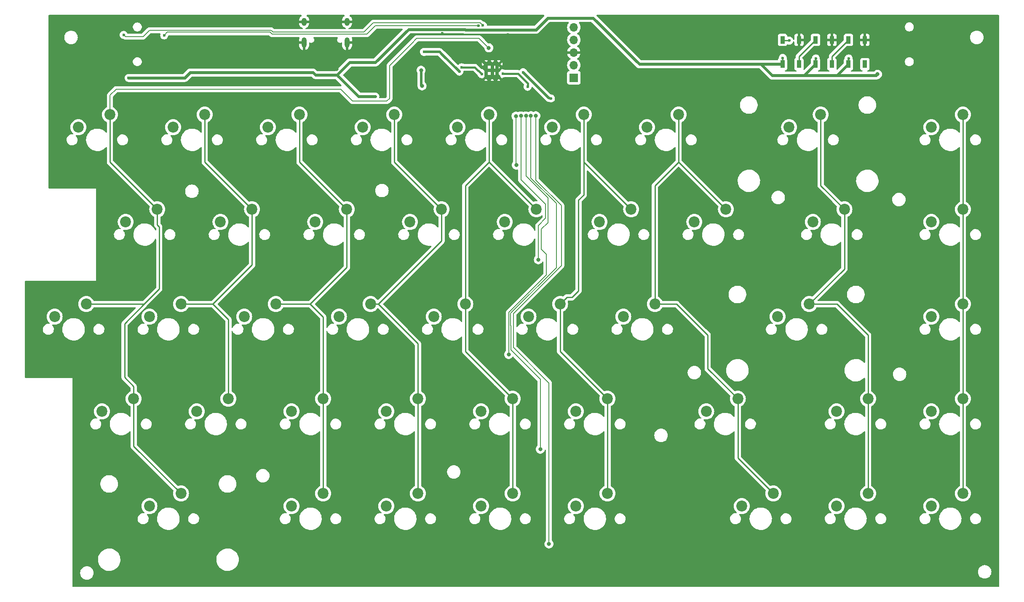
<source format=gbr>
%TF.GenerationSoftware,KiCad,Pcbnew,7.0.9*%
%TF.CreationDate,2024-01-14T20:09:13+01:00*%
%TF.ProjectId,right_pcb,72696768-745f-4706-9362-2e6b69636164,rev?*%
%TF.SameCoordinates,Original*%
%TF.FileFunction,Copper,L1,Top*%
%TF.FilePolarity,Positive*%
%FSLAX46Y46*%
G04 Gerber Fmt 4.6, Leading zero omitted, Abs format (unit mm)*
G04 Created by KiCad (PCBNEW 7.0.9) date 2024-01-14 20:09:13*
%MOMM*%
%LPD*%
G01*
G04 APERTURE LIST*
%TA.AperFunction,SMDPad,CuDef*%
%ADD10R,0.900000X1.500000*%
%TD*%
%TA.AperFunction,ComponentPad*%
%ADD11C,2.200000*%
%TD*%
%TA.AperFunction,ComponentPad*%
%ADD12R,1.700000X1.700000*%
%TD*%
%TA.AperFunction,ComponentPad*%
%ADD13O,1.700000X1.700000*%
%TD*%
%TA.AperFunction,ComponentPad*%
%ADD14C,0.600000*%
%TD*%
%TA.AperFunction,ComponentPad*%
%ADD15O,1.000000X1.600000*%
%TD*%
%TA.AperFunction,ComponentPad*%
%ADD16O,1.000000X2.100000*%
%TD*%
%TA.AperFunction,ViaPad*%
%ADD17C,0.600000*%
%TD*%
%TA.AperFunction,ViaPad*%
%ADD18C,0.800000*%
%TD*%
%TA.AperFunction,Conductor*%
%ADD19C,0.500000*%
%TD*%
%TA.AperFunction,Conductor*%
%ADD20C,0.635000*%
%TD*%
%TA.AperFunction,Conductor*%
%ADD21C,0.381000*%
%TD*%
%TA.AperFunction,Conductor*%
%ADD22C,0.254000*%
%TD*%
%TA.AperFunction,Conductor*%
%ADD23C,0.600000*%
%TD*%
%TA.AperFunction,Conductor*%
%ADD24C,0.200000*%
%TD*%
%TA.AperFunction,Conductor*%
%ADD25C,0.250000*%
%TD*%
G04 APERTURE END LIST*
D10*
%TO.P,LED3,1,VDD*%
%TO.N,+5V*%
X204012800Y-50444400D03*
%TO.P,LED3,2,DOUT*%
%TO.N,unconnected-(LED3-DOUT-Pad2)*%
X207312800Y-50444400D03*
%TO.P,LED3,3,VSS*%
%TO.N,GND*%
X207312800Y-45544400D03*
%TO.P,LED3,4,DIN*%
%TO.N,Net-(LED2-DOUT)*%
X204012800Y-45544400D03*
%TD*%
D11*
%TO.P,SW49,1,1*%
%TO.N,/COL4*%
X107962500Y-98680000D03*
%TO.P,SW49,2,2*%
%TO.N,Net-(D49-A)*%
X101612500Y-101220000D03*
%TD*%
%TO.P,SW48,1,1*%
%TO.N,/COL4*%
X122250000Y-79630000D03*
%TO.P,SW48,2,2*%
%TO.N,Net-(D48-A)*%
X115900000Y-82170000D03*
%TD*%
%TO.P,SW55,1,1*%
%TO.N,/COL5*%
X136537500Y-117730000D03*
%TO.P,SW55,2,2*%
%TO.N,Net-(D55-A)*%
X130187500Y-120270000D03*
%TD*%
%TO.P,SW70,1,1*%
%TO.N,/COL8*%
X207975000Y-117730000D03*
%TO.P,SW70,2,2*%
%TO.N,Net-(D70-A)*%
X201625000Y-120270000D03*
%TD*%
%TO.P,SW75,1,1*%
%TO.N,/COL9*%
X227025000Y-117730000D03*
%TO.P,SW75,2,2*%
%TO.N,Net-(D75-A)*%
X220675000Y-120270000D03*
%TD*%
%TO.P,SW54,1,1*%
%TO.N,/COL5*%
X127012500Y-98680000D03*
%TO.P,SW54,2,2*%
%TO.N,Net-(D54-A)*%
X120662500Y-101220000D03*
%TD*%
%TO.P,SW39,1,1*%
%TO.N,/COL2*%
X84150000Y-79630000D03*
%TO.P,SW39,2,2*%
%TO.N,Net-(D39-A)*%
X77800000Y-82170000D03*
%TD*%
%TO.P,SW57,1,1*%
%TO.N,/COL6*%
X150825000Y-60580000D03*
%TO.P,SW57,2,2*%
%TO.N,Net-(D57-A)*%
X144475000Y-63120000D03*
%TD*%
%TO.P,SW74,1,1*%
%TO.N,/COL9*%
X227025000Y-98680000D03*
%TO.P,SW74,2,2*%
%TO.N,Net-(D74-A)*%
X220675000Y-101220000D03*
%TD*%
%TO.P,SW76,1,1*%
%TO.N,/COL9*%
X227025000Y-136780000D03*
%TO.P,SW76,2,2*%
%TO.N,Net-(D76-A)*%
X220675000Y-139320000D03*
%TD*%
%TO.P,SW47,1,1*%
%TO.N,/COL4*%
X112725000Y-60580000D03*
%TO.P,SW47,2,2*%
%TO.N,Net-(D47-A)*%
X106375000Y-63120000D03*
%TD*%
%TO.P,SW62,1,1*%
%TO.N,/COL7*%
X169875000Y-60580000D03*
%TO.P,SW62,2,2*%
%TO.N,Net-(D62-A)*%
X163525000Y-63120000D03*
%TD*%
%TO.P,SW66,1,1*%
%TO.N,/COL7*%
X188925000Y-136780000D03*
%TO.P,SW66,2,2*%
%TO.N,Net-(D66-A)*%
X182575000Y-139320000D03*
%TD*%
D10*
%TO.P,LED1,1,VDD*%
%TO.N,+5V*%
X190772800Y-50444400D03*
%TO.P,LED1,2,DOUT*%
%TO.N,Net-(LED1-DOUT)*%
X194072800Y-50444400D03*
%TO.P,LED1,3,VSS*%
%TO.N,GND*%
X194072800Y-45544400D03*
%TO.P,LED1,4,DIN*%
%TO.N,Net-(LED1-DIN)*%
X190772800Y-45544400D03*
%TD*%
D11*
%TO.P,SW33,1,1*%
%TO.N,/COL1*%
X55575000Y-60580000D03*
%TO.P,SW33,2,2*%
%TO.N,Net-(D33-A)*%
X49225000Y-63120000D03*
%TD*%
%TO.P,SW50,1,1*%
%TO.N,/COL4*%
X117487500Y-117730000D03*
%TO.P,SW50,2,2*%
%TO.N,Net-(D50-A)*%
X111137500Y-120270000D03*
%TD*%
%TO.P,SW35,1,1*%
%TO.N,/COL1*%
X50812500Y-98680000D03*
%TO.P,SW35,2,2*%
%TO.N,Net-(D35-A)*%
X44462500Y-101220000D03*
%TD*%
%TO.P,SW45,1,1*%
%TO.N,/COL3*%
X98437500Y-117730000D03*
%TO.P,SW45,2,2*%
%TO.N,Net-(D45-A)*%
X92087500Y-120270000D03*
%TD*%
%TO.P,SW73,1,1*%
%TO.N,/COL9*%
X227025000Y-79630000D03*
%TO.P,SW73,2,2*%
%TO.N,Net-(D73-A)*%
X220675000Y-82170000D03*
%TD*%
%TO.P,SW59,1,1*%
%TO.N,/COL6*%
X146062500Y-98680000D03*
%TO.P,SW59,2,2*%
%TO.N,Net-(D59-A)*%
X139712500Y-101220000D03*
%TD*%
%TO.P,SW42,1,1*%
%TO.N,/COL3*%
X93675000Y-60580000D03*
%TO.P,SW42,2,2*%
%TO.N,Net-(D42-A)*%
X87325000Y-63120000D03*
%TD*%
%TO.P,SW69,1,1*%
%TO.N,/COL8*%
X196143099Y-98680000D03*
%TO.P,SW69,2,2*%
%TO.N,Net-(D69-A)*%
X189793099Y-101220000D03*
%TD*%
%TO.P,SW34,1,1*%
%TO.N,/COL1*%
X65100000Y-79630000D03*
%TO.P,SW34,2,2*%
%TO.N,Net-(D34-A)*%
X58750000Y-82170000D03*
%TD*%
%TO.P,SW63,1,1*%
%TO.N,/COL7*%
X179400000Y-79630000D03*
%TO.P,SW63,2,2*%
%TO.N,Net-(D63-A)*%
X173050000Y-82170000D03*
%TD*%
%TO.P,SW58,1,1*%
%TO.N,/COL6*%
X160350000Y-79630000D03*
%TO.P,SW58,2,2*%
%TO.N,Net-(D58-A)*%
X154000000Y-82170000D03*
%TD*%
%TO.P,SW61,1,1*%
%TO.N,/COL6*%
X155587500Y-136780000D03*
%TO.P,SW61,2,2*%
%TO.N,Net-(D61-A)*%
X149237500Y-139320000D03*
%TD*%
%TO.P,SW41,1,1*%
%TO.N,/COL2*%
X79387500Y-117730000D03*
%TO.P,SW41,2,2*%
%TO.N,Net-(D41-A)*%
X73037500Y-120270000D03*
%TD*%
%TO.P,SW43,1,1*%
%TO.N,/COL3*%
X103200000Y-79630000D03*
%TO.P,SW43,2,2*%
%TO.N,Net-(D43-A)*%
X96850000Y-82170000D03*
%TD*%
D12*
%TO.P,J2,1,Pin_1*%
%TO.N,~{RESET}*%
X148822175Y-53176000D03*
D13*
%TO.P,J2,2,Pin_2*%
%TO.N,+3V3*%
X148822175Y-50636000D03*
%TO.P,J2,3,Pin_3*%
%TO.N,GND*%
X148822175Y-48096000D03*
%TO.P,J2,4,Pin_4*%
%TO.N,SWD*%
X148822175Y-45556000D03*
%TO.P,J2,5,Pin_5*%
%TO.N,SWCLK*%
X148822175Y-43016000D03*
%TD*%
D11*
%TO.P,SW51,1,1*%
%TO.N,/COL4*%
X117487500Y-136780000D03*
%TO.P,SW51,2,2*%
%TO.N,Net-(D51-A)*%
X111137500Y-139320000D03*
%TD*%
%TO.P,SW64,1,1*%
%TO.N,/COL7*%
X165112500Y-98680000D03*
%TO.P,SW64,2,2*%
%TO.N,Net-(D64-A)*%
X158762500Y-101220000D03*
%TD*%
%TO.P,SW67,1,1*%
%TO.N,/COL8*%
X198450000Y-60580000D03*
%TO.P,SW67,2,2*%
%TO.N,Net-(D67-A)*%
X192100000Y-63120000D03*
%TD*%
%TO.P,SW38,1,1*%
%TO.N,/COL2*%
X74625000Y-60580000D03*
%TO.P,SW38,2,2*%
%TO.N,Net-(D38-A)*%
X68275000Y-63120000D03*
%TD*%
%TO.P,SW60,1,1*%
%TO.N,/COL6*%
X155587500Y-117730000D03*
%TO.P,SW60,2,2*%
%TO.N,Net-(D60-A)*%
X149237500Y-120270000D03*
%TD*%
%TO.P,SW37,1,1*%
%TO.N,/COL1*%
X69862500Y-136780000D03*
%TO.P,SW37,2,2*%
%TO.N,Net-(D37-A)*%
X63512500Y-139320000D03*
%TD*%
%TO.P,SW44,1,1*%
%TO.N,/COL3*%
X88912500Y-98680000D03*
%TO.P,SW44,2,2*%
%TO.N,Net-(D44-A)*%
X82562500Y-101220000D03*
%TD*%
%TO.P,SW36,1,1*%
%TO.N,/COL1*%
X60337500Y-117730000D03*
%TO.P,SW36,2,2*%
%TO.N,Net-(D36-A)*%
X53987500Y-120270000D03*
%TD*%
%TO.P,SW40,1,1*%
%TO.N,/COL2*%
X69862500Y-98680000D03*
%TO.P,SW40,2,2*%
%TO.N,Net-(D40-A)*%
X63512500Y-101220000D03*
%TD*%
D10*
%TO.P,LED2,1,VDD*%
%TO.N,+5V*%
X197392800Y-50444400D03*
%TO.P,LED2,2,DOUT*%
%TO.N,Net-(LED2-DOUT)*%
X200692800Y-50444400D03*
%TO.P,LED2,3,VSS*%
%TO.N,GND*%
X200692800Y-45544400D03*
%TO.P,LED2,4,DIN*%
%TO.N,Net-(LED1-DOUT)*%
X197392800Y-45544400D03*
%TD*%
D11*
%TO.P,SW53,1,1*%
%TO.N,/COL5*%
X141300000Y-79630000D03*
%TO.P,SW53,2,2*%
%TO.N,Net-(D53-A)*%
X134950000Y-82170000D03*
%TD*%
%TO.P,SW52,1,1*%
%TO.N,/COL5*%
X131775000Y-60580000D03*
%TO.P,SW52,2,2*%
%TO.N,Net-(D52-A)*%
X125425000Y-63120000D03*
%TD*%
%TO.P,SW46,1,1*%
%TO.N,/COL3*%
X98437500Y-136780000D03*
%TO.P,SW46,2,2*%
%TO.N,Net-(D46-A)*%
X92087500Y-139320000D03*
%TD*%
%TO.P,SW72,1,1*%
%TO.N,/COL9*%
X227025000Y-60580000D03*
%TO.P,SW72,2,2*%
%TO.N,Net-(D72-A)*%
X220675000Y-63120000D03*
%TD*%
%TO.P,SW68,1,1*%
%TO.N,/COL8*%
X203213000Y-79630000D03*
%TO.P,SW68,2,2*%
%TO.N,Net-(D68-A)*%
X196863000Y-82170000D03*
%TD*%
%TO.P,SW65,1,1*%
%TO.N,/COL7*%
X181781500Y-117730000D03*
%TO.P,SW65,2,2*%
%TO.N,Net-(D65-A)*%
X175431500Y-120270000D03*
%TD*%
%TO.P,SW71,1,1*%
%TO.N,/COL8*%
X207975000Y-136780000D03*
%TO.P,SW71,2,2*%
%TO.N,Net-(D71-A)*%
X201625000Y-139320000D03*
%TD*%
%TO.P,SW56,1,1*%
%TO.N,/COL5*%
X136537500Y-136780000D03*
%TO.P,SW56,2,2*%
%TO.N,Net-(D56-A)*%
X130187500Y-139320000D03*
%TD*%
D14*
%TO.P,U3,57,GND*%
%TO.N,GND*%
X133709957Y-50431000D03*
X132434957Y-50431000D03*
X131159957Y-50431000D03*
X133709957Y-51706000D03*
X132434957Y-51706000D03*
X131159957Y-51706000D03*
X133709957Y-52981000D03*
X132434957Y-52981000D03*
X131159957Y-52981000D03*
%TD*%
D15*
%TO.P,J1,S1,SHIELD*%
%TO.N,GND*%
X94610925Y-41911450D03*
D16*
X94610925Y-46091450D03*
D15*
X103250925Y-41911450D03*
D16*
X103250925Y-46091450D03*
%TD*%
D17*
%TO.N,+3V3*%
X125814975Y-51931750D03*
D18*
X118313200Y-54813200D03*
D17*
X138641975Y-52058750D03*
D18*
X118110000Y-51663600D03*
D17*
X118702175Y-47968700D03*
X144222175Y-57338700D03*
D18*
%TO.N,GND*%
X95910400Y-41910000D03*
D17*
X110336850Y-50884000D03*
X104487175Y-48771700D03*
X109939975Y-59043750D03*
X142451975Y-45991000D03*
X135593975Y-44438750D03*
D18*
X104595750Y-41911450D03*
D17*
X150334957Y-48056000D03*
X78234957Y-49656000D03*
D18*
X93370400Y-41960800D03*
D17*
X141435975Y-53328750D03*
D18*
X136296400Y-59944000D03*
D17*
X95434957Y-50406000D03*
X145118975Y-52693750D03*
X122422175Y-44238700D03*
X124798975Y-55487750D03*
X124734957Y-54456000D03*
X117906800Y-58826400D03*
D18*
X101803200Y-41910000D03*
D17*
X141234957Y-48806000D03*
X122782850Y-53932000D03*
X93057175Y-48517700D03*
X122782850Y-52027000D03*
X126322975Y-58662750D03*
X110336850Y-53297000D03*
X116432850Y-55583000D03*
D18*
X101089925Y-51454575D03*
D17*
X116334957Y-48206000D03*
%TO.N,+1V1*%
X126307207Y-51071000D03*
X139530975Y-54979750D03*
X134534457Y-52312750D03*
X130297207Y-52439750D03*
%TO.N,+5V*%
X101522175Y-52938700D03*
X59334957Y-53206000D03*
X190812800Y-49194400D03*
D18*
X209854800Y-52476400D03*
D17*
X197462800Y-49294400D03*
X108922175Y-56938700D03*
X96422175Y-52138700D03*
X204062800Y-49294400D03*
%TO.N,/LEFT_TX*%
X66484957Y-44656000D03*
X129684957Y-42706500D03*
%TO.N,/LEFT_RX*%
X58334957Y-44556000D03*
X130534957Y-42656000D03*
%TO.N,Net-(LED1-DIN)*%
X192112800Y-45694400D03*
D18*
%TO.N,/COL1*%
X131734457Y-47156000D03*
%TO.N,/ROW1*%
X137193826Y-60875374D03*
X137261600Y-70725000D03*
%TO.N,/ROW2*%
X138193143Y-60856111D03*
X141681200Y-89775000D03*
%TO.N,/ROW3*%
X139192640Y-60859408D03*
X135737600Y-108825000D03*
%TO.N,/ROW4*%
X140190346Y-60799510D03*
X142087600Y-127875000D03*
%TO.N,/ROW5*%
X143814800Y-146925000D03*
X141189814Y-60807737D03*
%TD*%
D19*
%TO.N,+3V3*%
X121852175Y-47968700D02*
X118702175Y-47968700D01*
X122251925Y-48368450D02*
X121852175Y-47968700D01*
X143721975Y-57138739D02*
X143848986Y-57265750D01*
X118110000Y-51663600D02*
X118110000Y-54610000D01*
X118110000Y-54610000D02*
X118313200Y-54813200D01*
X143721964Y-57138739D02*
X143721975Y-57138739D01*
X122251925Y-48368700D02*
X122251925Y-48368450D01*
X138641975Y-52058750D02*
X143721964Y-57138739D01*
X125814975Y-51931750D02*
X122251925Y-48368700D01*
D20*
%TO.N,GND*%
X133709957Y-50431000D02*
X131159957Y-50431000D01*
X131159957Y-50431000D02*
X130784957Y-50056000D01*
X131159957Y-51706000D02*
X133709957Y-51706000D01*
X133409957Y-52681000D02*
X133709957Y-52981000D01*
D19*
X93419750Y-41911450D02*
X93370400Y-41960800D01*
D20*
X133709957Y-52981000D02*
X131159957Y-52981000D01*
X133409957Y-50731000D02*
X133409957Y-52681000D01*
D19*
X148822175Y-48096000D02*
X150294957Y-48096000D01*
X94610925Y-41911450D02*
X93419750Y-41911450D01*
D20*
X133709957Y-50431000D02*
X133409957Y-50731000D01*
D19*
X150294957Y-48096000D02*
X150334957Y-48056000D01*
D20*
X131159957Y-52981000D02*
X131159957Y-50431000D01*
X132434957Y-52981000D02*
X132434957Y-50431000D01*
D21*
%TO.N,+1V1*%
X139530975Y-54261768D02*
X139530975Y-54979750D01*
X134534457Y-52312750D02*
X137581957Y-52312750D01*
X128928457Y-51071000D02*
X126307207Y-51071000D01*
X137581957Y-52312750D02*
X139530975Y-54261768D01*
X130297207Y-52439750D02*
X128928457Y-51071000D01*
D22*
%TO.N,+5V*%
X204012800Y-49344400D02*
X204062800Y-49294400D01*
D23*
X127034957Y-43506000D02*
X141234957Y-43506000D01*
X101222175Y-52638700D02*
X103776875Y-50084000D01*
X186385200Y-50444400D02*
X188671200Y-52730400D01*
X108956957Y-50084000D02*
X115602257Y-43438700D01*
X96922175Y-52638700D02*
X96422175Y-52138700D01*
X143584957Y-41156000D02*
X152684957Y-41156000D01*
X101222175Y-52638700D02*
X96922175Y-52638700D01*
X141234957Y-43506000D02*
X143584957Y-41156000D01*
D22*
X197392800Y-49364400D02*
X197462800Y-49294400D01*
D23*
X70610357Y-53206000D02*
X59334957Y-53206000D01*
X189077600Y-52730400D02*
X194564000Y-52730400D01*
X195106800Y-52730400D02*
X197392800Y-50444400D01*
X71677657Y-52138700D02*
X70610357Y-53206000D01*
D22*
X190772800Y-50444400D02*
X190772800Y-49234400D01*
D23*
X126967657Y-43438700D02*
X127034957Y-43506000D01*
X161973357Y-50444400D02*
X186385200Y-50444400D01*
X186385200Y-50444400D02*
X190772800Y-50444400D01*
X101522175Y-52938700D02*
X101222175Y-52638700D01*
X200710800Y-52730400D02*
X201726800Y-52730400D01*
X188671200Y-52730400D02*
X189077600Y-52730400D01*
D22*
X190772800Y-49234400D02*
X190812800Y-49194400D01*
D23*
X209600800Y-52730400D02*
X209854800Y-52476400D01*
X96422175Y-52138700D02*
X71677657Y-52138700D01*
D22*
X204012800Y-50444400D02*
X204012800Y-49344400D01*
D23*
X115602257Y-43438700D02*
X126967657Y-43438700D01*
X152684957Y-41156000D02*
X161973357Y-50444400D01*
X101522175Y-52938700D02*
X105522175Y-56938700D01*
X194564000Y-52730400D02*
X195106800Y-52730400D01*
X200710800Y-52730400D02*
X209600800Y-52730400D01*
X105522175Y-56938700D02*
X108922175Y-56938700D01*
X103776875Y-50084000D02*
X108956957Y-50084000D01*
X194564000Y-52730400D02*
X200710800Y-52730400D01*
D22*
X197392800Y-50444400D02*
X197392800Y-49364400D01*
D23*
X201726800Y-52730400D02*
X204012800Y-50444400D01*
D24*
%TO.N,/LEFT_TX*%
X108934457Y-42706500D02*
X107234957Y-44406000D01*
X67834957Y-44006000D02*
X67134957Y-44006000D01*
X87784957Y-44006000D02*
X67834957Y-44006000D01*
X107234957Y-44406000D02*
X98284957Y-44406000D01*
X67134957Y-44006000D02*
X66484957Y-44656000D01*
X88184957Y-44406000D02*
X87784957Y-44006000D01*
X129684957Y-42706500D02*
X108934457Y-42706500D01*
X98284957Y-44406000D02*
X88184957Y-44406000D01*
%TO.N,/LEFT_RX*%
X63534957Y-43606000D02*
X62234957Y-44906000D01*
X130534957Y-42656000D02*
X129985457Y-42106500D01*
X88350643Y-44006000D02*
X88067800Y-43723157D01*
X98784957Y-44006000D02*
X88350643Y-44006000D01*
X129985457Y-42106500D02*
X108534457Y-42106500D01*
X106634957Y-44006000D02*
X98784957Y-44006000D01*
X88067800Y-43723157D02*
X87950642Y-43606000D01*
X108534457Y-42106500D02*
X106634957Y-44006000D01*
X62234957Y-44906000D02*
X58684957Y-44906000D01*
X58684957Y-44906000D02*
X58334957Y-44556000D01*
X87950642Y-43606000D02*
X63534957Y-43606000D01*
D22*
%TO.N,Net-(LED1-DOUT)*%
X194072800Y-50444400D02*
X194072800Y-48864400D01*
X194072800Y-48864400D02*
X197392800Y-45544400D01*
%TO.N,Net-(LED1-DIN)*%
X192112800Y-45694400D02*
X190922800Y-45694400D01*
X190922800Y-45694400D02*
X190772800Y-45544400D01*
%TO.N,Net-(LED2-DOUT)*%
X200692800Y-48864400D02*
X204012800Y-45544400D01*
X200692800Y-50444400D02*
X200692800Y-48864400D01*
D24*
%TO.N,/COL1*%
X55596857Y-56717900D02*
X55596857Y-59896000D01*
D25*
X65100000Y-79630000D02*
X65100000Y-82778400D01*
X60337500Y-127255000D02*
X69862500Y-136780000D01*
D24*
X81784957Y-55456000D02*
X62234957Y-55456000D01*
X104334957Y-57856000D02*
X102984957Y-56506000D01*
X101934957Y-55456000D02*
X81784957Y-55456000D01*
X111784957Y-57306000D02*
X111234957Y-57856000D01*
D25*
X62457600Y-98680000D02*
X58521600Y-102616000D01*
D24*
X131684957Y-47156000D02*
X129834957Y-45306000D01*
D25*
X55575000Y-70105000D02*
X65100000Y-79630000D01*
X60337500Y-115252300D02*
X60337500Y-117730000D01*
X65481200Y-83159600D02*
X65481200Y-95656400D01*
X62457600Y-98680000D02*
X50812500Y-98680000D01*
X58521600Y-113436400D02*
X60337500Y-115252300D01*
D24*
X116184957Y-46306000D02*
X111784957Y-50706000D01*
X117252257Y-45238700D02*
X116184957Y-46306000D01*
D25*
X55575000Y-60580000D02*
X55575000Y-70105000D01*
D24*
X111784957Y-50706000D02*
X111784957Y-57306000D01*
X106984957Y-57856000D02*
X104334957Y-57856000D01*
D25*
X65100000Y-82778400D02*
X65481200Y-83159600D01*
D24*
X62234957Y-55456000D02*
X56834957Y-55456000D01*
D25*
X60337500Y-117730000D02*
X60337500Y-127255000D01*
D24*
X129767657Y-45238700D02*
X117252257Y-45238700D01*
D25*
X65481200Y-95656400D02*
X62457600Y-98680000D01*
X58521600Y-102616000D02*
X58521600Y-113436400D01*
D24*
X56834957Y-55456000D02*
X55584957Y-56706000D01*
X129834957Y-45306000D02*
X129767657Y-45238700D01*
X102984957Y-56506000D02*
X101934957Y-55456000D01*
X111234957Y-57856000D02*
X106984957Y-57856000D01*
%TO.N,/ROW1*%
X137193826Y-60875374D02*
X137193826Y-70657226D01*
X137193826Y-70657226D02*
X137261600Y-70725000D01*
%TO.N,/ROW2*%
X143154400Y-81432400D02*
X141681200Y-82905600D01*
X138193143Y-60856111D02*
X138193143Y-73677143D01*
X141681200Y-82905600D02*
X141681200Y-89775000D01*
X138193143Y-73677143D02*
X143154400Y-78638400D01*
X143154400Y-78638400D02*
X143154400Y-81432400D01*
%TO.N,/ROW3*%
X143306800Y-88646000D02*
X143306800Y-92811600D01*
X143611600Y-82296000D02*
X142290800Y-83616800D01*
X142290800Y-83616800D02*
X142290800Y-87630000D01*
X143306800Y-92811600D02*
X135737600Y-100380800D01*
X143611600Y-77305600D02*
X143611600Y-82296000D01*
X142290800Y-87630000D02*
X143306800Y-88646000D01*
X135737600Y-100380800D02*
X135737600Y-108825000D01*
X139192640Y-72886640D02*
X143611600Y-77305600D01*
X139192640Y-60859408D02*
X139192640Y-72886640D01*
%TO.N,/ROW4*%
X136144000Y-102978000D02*
X136137600Y-102971600D01*
X136137600Y-102971600D02*
X136137600Y-100546486D01*
X140190346Y-73318660D02*
X140190346Y-60799510D01*
X136137600Y-100546486D02*
X145288000Y-91396086D01*
X145288000Y-91396086D02*
X145288000Y-78416314D01*
X142087600Y-113842800D02*
X136144000Y-107899200D01*
X145288000Y-78416314D02*
X140190346Y-73318660D01*
X136144000Y-107899200D02*
X136144000Y-102978000D01*
X142087600Y-127875000D02*
X142087600Y-113842800D01*
%TO.N,/ROW5*%
X141189814Y-60807737D02*
X141189814Y-73752442D01*
X146304000Y-78866628D02*
X146304000Y-90932000D01*
X136652000Y-100597772D02*
X136652000Y-107391200D01*
X146304000Y-90932000D02*
X146304000Y-90945772D01*
X136652000Y-107391200D02*
X143814800Y-114554000D01*
X146304000Y-90945772D02*
X136652000Y-100597772D01*
X141189814Y-73752442D02*
X146304000Y-78866628D01*
X143814800Y-114554000D02*
X143814800Y-146925000D01*
D25*
%TO.N,/COL2*%
X74625000Y-60580000D02*
X74625000Y-70105000D01*
X79387500Y-101792300D02*
X79387500Y-117730000D01*
X76275200Y-98680000D02*
X79387500Y-101792300D01*
X74625000Y-70105000D02*
X84150000Y-79630000D01*
X84150000Y-79630000D02*
X84150000Y-90805200D01*
X76275200Y-98680000D02*
X69862500Y-98680000D01*
X84150000Y-90805200D02*
X76275200Y-98680000D01*
%TO.N,/COL3*%
X98437500Y-117730000D02*
X98437500Y-136780000D01*
X103200000Y-79630000D02*
X103200000Y-91313200D01*
X95833200Y-98680000D02*
X88912500Y-98680000D01*
X98437500Y-101284300D02*
X98437500Y-117730000D01*
X103200000Y-91313200D02*
X95833200Y-98680000D01*
X95833200Y-98680000D02*
X98437500Y-101284300D01*
X93675000Y-60580000D02*
X93675000Y-70105000D01*
X93675000Y-70105000D02*
X103200000Y-79630000D01*
%TO.N,/COL4*%
X112725000Y-70105000D02*
X122250000Y-79630000D01*
X112725000Y-60580000D02*
X112725000Y-70105000D01*
X117487500Y-106649366D02*
X117487500Y-117730000D01*
X117487500Y-117730000D02*
X117487500Y-136780000D01*
X122250000Y-85948134D02*
X109518134Y-98680000D01*
X109518134Y-98680000D02*
X117487500Y-106649366D01*
X109518134Y-98680000D02*
X107962500Y-98680000D01*
X122250000Y-79630000D02*
X122250000Y-85948134D01*
%TO.N,/COL5*%
X127012500Y-98680000D02*
X127012500Y-108205000D01*
X127012500Y-74867500D02*
X127012500Y-98680000D01*
X131775000Y-60580000D02*
X131775000Y-70105000D01*
X131775000Y-70105000D02*
X141300000Y-79630000D01*
X127012500Y-108205000D02*
X136537500Y-117730000D01*
X131775000Y-70105000D02*
X127012500Y-74867500D01*
X136537500Y-117730000D02*
X136537500Y-136780000D01*
%TO.N,/COL6*%
X148437600Y-97332800D02*
X147409700Y-97332800D01*
X146062500Y-108205000D02*
X155587500Y-117730000D01*
X147409700Y-97332800D02*
X146062500Y-98680000D01*
X150825000Y-76708200D02*
X149758400Y-77774800D01*
X150825000Y-69951600D02*
X150825000Y-70105000D01*
X150825000Y-60580000D02*
X150825000Y-69951600D01*
X150825000Y-69951600D02*
X150825000Y-76708200D01*
X149758400Y-77774800D02*
X149758400Y-96012000D01*
X150825000Y-70105000D02*
X160350000Y-79630000D01*
X146062500Y-98680000D02*
X146062500Y-108205000D01*
X155587500Y-117730000D02*
X155587500Y-136780000D01*
X149758400Y-96012000D02*
X148437600Y-97332800D01*
%TO.N,/COL7*%
X169875000Y-60580000D02*
X169875000Y-70105000D01*
X165112500Y-98680000D02*
X169495200Y-98680000D01*
X165112500Y-74867500D02*
X165112500Y-98680000D01*
X181781500Y-129636500D02*
X188925000Y-136780000D01*
X169875000Y-70105000D02*
X165112500Y-74867500D01*
X169495200Y-98680000D02*
X175717200Y-104902000D01*
X175717200Y-111665700D02*
X181781500Y-117730000D01*
X181781500Y-117730000D02*
X181781500Y-129636500D01*
X175717200Y-104902000D02*
X175717200Y-111665700D01*
X169875000Y-70105000D02*
X179400000Y-79630000D01*
%TO.N,/COL8*%
X196143099Y-98680000D02*
X201702400Y-98680000D01*
X201702400Y-98680000D02*
X207975000Y-104952600D01*
X203213000Y-91610099D02*
X196143099Y-98680000D01*
X198450000Y-60580000D02*
X198450000Y-74867000D01*
X203213000Y-79630000D02*
X203213000Y-91610099D01*
X207975000Y-104952600D02*
X207975000Y-117730000D01*
X198450000Y-74867000D02*
X203213000Y-79630000D01*
X207975000Y-117730000D02*
X207975000Y-136780000D01*
%TO.N,/COL9*%
X227025000Y-136780000D02*
X227025000Y-117730000D01*
X227025000Y-98680000D02*
X227025000Y-79630000D01*
X227025000Y-117730000D02*
X227025000Y-98680000D01*
X227025000Y-79630000D02*
X227025000Y-60580000D01*
%TD*%
%TA.AperFunction,Conductor*%
%TO.N,GND*%
G36*
X94074864Y-40558585D02*
G01*
X94120619Y-40611389D01*
X94130563Y-40680547D01*
X94101538Y-40744103D01*
X94073417Y-40768132D01*
X93995657Y-40816599D01*
X93848256Y-40956714D01*
X93848255Y-40956716D01*
X93732068Y-41123645D01*
X93651865Y-41310542D01*
X93610925Y-41509759D01*
X93610925Y-41661450D01*
X94310925Y-41661450D01*
X94310925Y-42161450D01*
X93610925Y-42161450D01*
X93610925Y-42262163D01*
X93626343Y-42413788D01*
X93687224Y-42607831D01*
X93687229Y-42607841D01*
X93785930Y-42785665D01*
X93785930Y-42785666D01*
X93918403Y-42939980D01*
X93918404Y-42939981D01*
X94079229Y-43064468D01*
X94261832Y-43154039D01*
X94261831Y-43154039D01*
X94290489Y-43161459D01*
X94350455Y-43197319D01*
X94381513Y-43259906D01*
X94373804Y-43329349D01*
X94329775Y-43383600D01*
X94263405Y-43405436D01*
X94259408Y-43405500D01*
X88650740Y-43405500D01*
X88583701Y-43385815D01*
X88563059Y-43369181D01*
X88521683Y-43327805D01*
X88521670Y-43327791D01*
X88405970Y-43212093D01*
X88400616Y-43205988D01*
X88378922Y-43177716D01*
X88253482Y-43081463D01*
X88243705Y-43077413D01*
X88107402Y-43020955D01*
X88107404Y-43020955D01*
X87950639Y-43000318D01*
X87915311Y-43004969D01*
X87907213Y-43005500D01*
X63578385Y-43005500D01*
X63570286Y-43004969D01*
X63534957Y-43000318D01*
X63534956Y-43000318D01*
X63466420Y-43009341D01*
X63378196Y-43020955D01*
X63378194Y-43020956D01*
X63232114Y-43081464D01*
X63106676Y-43177716D01*
X63084976Y-43205994D01*
X63079628Y-43212093D01*
X62541287Y-43750435D01*
X62022541Y-44269181D01*
X61961218Y-44302666D01*
X61934860Y-44305500D01*
X59183378Y-44305500D01*
X59116339Y-44285815D01*
X59070584Y-44233011D01*
X59066336Y-44222454D01*
X59061180Y-44207719D01*
X59060746Y-44206478D01*
X59043228Y-44178599D01*
X59016346Y-44135816D01*
X58964773Y-44053738D01*
X58837219Y-43926184D01*
X58775498Y-43887402D01*
X58684480Y-43830211D01*
X58514211Y-43770631D01*
X58514206Y-43770630D01*
X58334961Y-43750435D01*
X58334953Y-43750435D01*
X58155707Y-43770630D01*
X58155702Y-43770631D01*
X57985433Y-43830211D01*
X57832694Y-43926184D01*
X57705141Y-44053737D01*
X57609168Y-44206476D01*
X57549588Y-44376745D01*
X57549587Y-44376750D01*
X57529392Y-44555996D01*
X57529392Y-44556003D01*
X57549587Y-44735249D01*
X57549588Y-44735254D01*
X57609168Y-44905523D01*
X57672002Y-45005522D01*
X57705141Y-45058262D01*
X57832695Y-45185816D01*
X57864797Y-45205987D01*
X57968609Y-45271217D01*
X57985435Y-45281789D01*
X58155702Y-45341368D01*
X58250624Y-45352062D01*
X58312223Y-45376905D01*
X58356935Y-45411214D01*
X58382116Y-45430536D01*
X58528195Y-45491044D01*
X58606576Y-45501363D01*
X58684956Y-45511682D01*
X58684957Y-45511682D01*
X58720286Y-45507030D01*
X58728385Y-45506500D01*
X62191529Y-45506500D01*
X62199627Y-45507030D01*
X62234957Y-45511682D01*
X62234958Y-45511682D01*
X62287211Y-45504802D01*
X62391719Y-45491044D01*
X62537798Y-45430536D01*
X62562979Y-45411214D01*
X62663239Y-45334282D01*
X62684941Y-45305998D01*
X62690267Y-45299923D01*
X63747373Y-44242819D01*
X63808696Y-44209334D01*
X63835054Y-44206500D01*
X65619390Y-44206500D01*
X65686429Y-44226185D01*
X65732184Y-44278989D01*
X65742128Y-44348147D01*
X65736431Y-44371455D01*
X65699590Y-44476737D01*
X65699587Y-44476750D01*
X65679392Y-44655996D01*
X65679392Y-44656003D01*
X65699587Y-44835249D01*
X65699588Y-44835254D01*
X65759168Y-45005523D01*
X65813722Y-45092344D01*
X65855141Y-45158262D01*
X65982695Y-45285816D01*
X66038031Y-45320586D01*
X66133835Y-45380784D01*
X66135435Y-45381789D01*
X66219524Y-45411213D01*
X66305702Y-45441368D01*
X66305707Y-45441369D01*
X66484953Y-45461565D01*
X66484957Y-45461565D01*
X66484961Y-45461565D01*
X66664206Y-45441369D01*
X66664209Y-45441368D01*
X66664212Y-45441368D01*
X66834479Y-45381789D01*
X66987219Y-45285816D01*
X67114773Y-45158262D01*
X67210746Y-45005522D01*
X67270325Y-44835255D01*
X67280118Y-44748330D01*
X67307183Y-44683920D01*
X67315658Y-44674533D01*
X67347375Y-44642817D01*
X67408699Y-44609333D01*
X67435055Y-44606500D01*
X67795596Y-44606500D01*
X87484860Y-44606500D01*
X87551899Y-44626185D01*
X87572541Y-44642819D01*
X87729626Y-44799904D01*
X87734977Y-44806005D01*
X87756675Y-44834282D01*
X87854330Y-44909215D01*
X87882116Y-44930536D01*
X87882119Y-44930537D01*
X87882120Y-44930538D01*
X87955155Y-44960790D01*
X88028195Y-44991044D01*
X88106576Y-45001363D01*
X88184956Y-45011682D01*
X88184957Y-45011682D01*
X88220286Y-45007030D01*
X88228385Y-45006500D01*
X93564152Y-45006500D01*
X93631191Y-45026185D01*
X93676946Y-45078989D01*
X93686890Y-45148147D01*
X93678103Y-45179399D01*
X93651865Y-45240540D01*
X93610925Y-45439759D01*
X93610925Y-45841450D01*
X94310925Y-45841450D01*
X94310925Y-46341450D01*
X93610925Y-46341450D01*
X93610925Y-46692163D01*
X93626343Y-46843788D01*
X93687224Y-47037831D01*
X93687229Y-47037841D01*
X93785930Y-47215665D01*
X93785930Y-47215666D01*
X93918403Y-47369980D01*
X93918404Y-47369981D01*
X94079229Y-47494468D01*
X94261832Y-47584039D01*
X94360925Y-47609694D01*
X94360925Y-46807560D01*
X94385382Y-46847060D01*
X94474887Y-46914651D01*
X94582765Y-46945345D01*
X94694446Y-46934996D01*
X94794847Y-46885002D01*
X94860925Y-46812519D01*
X94860925Y-47614815D01*
X94862869Y-47614519D01*
X94862870Y-47614519D01*
X95053585Y-47543886D01*
X95053589Y-47543884D01*
X95226192Y-47436300D01*
X95373593Y-47296185D01*
X95373594Y-47296183D01*
X95489781Y-47129254D01*
X95569984Y-46942357D01*
X95610925Y-46743140D01*
X95610925Y-46191834D01*
X95630610Y-46124795D01*
X95683414Y-46079040D01*
X95752572Y-46069096D01*
X95782379Y-46077273D01*
X95890689Y-46122137D01*
X96003205Y-46136950D01*
X96003212Y-46136950D01*
X96078638Y-46136950D01*
X96078645Y-46136950D01*
X96191161Y-46122137D01*
X96331158Y-46064148D01*
X96451376Y-45971901D01*
X96543623Y-45851683D01*
X96601612Y-45711686D01*
X96621391Y-45561450D01*
X96620673Y-45556000D01*
X96601612Y-45411214D01*
X96543623Y-45271217D01*
X96543622Y-45271215D01*
X96493570Y-45205987D01*
X96468375Y-45140818D01*
X96482413Y-45072373D01*
X96531227Y-45022383D01*
X96591945Y-45006500D01*
X98245596Y-45006500D01*
X101269905Y-45006500D01*
X101336944Y-45026185D01*
X101382699Y-45078989D01*
X101392643Y-45148147D01*
X101368280Y-45205987D01*
X101318227Y-45271215D01*
X101318225Y-45271219D01*
X101260238Y-45411213D01*
X101260238Y-45411214D01*
X101240459Y-45561449D01*
X101240459Y-45561450D01*
X101260237Y-45711684D01*
X101260238Y-45711686D01*
X101318227Y-45851683D01*
X101410474Y-45971901D01*
X101530692Y-46064148D01*
X101670689Y-46122137D01*
X101783205Y-46136950D01*
X101783212Y-46136950D01*
X101858638Y-46136950D01*
X101858645Y-46136950D01*
X101971161Y-46122137D01*
X102079472Y-46077273D01*
X102148942Y-46069804D01*
X102211421Y-46101079D01*
X102247073Y-46161168D01*
X102250925Y-46191834D01*
X102250925Y-46692163D01*
X102266343Y-46843788D01*
X102327224Y-47037831D01*
X102327229Y-47037841D01*
X102425930Y-47215665D01*
X102425930Y-47215666D01*
X102558403Y-47369980D01*
X102558404Y-47369981D01*
X102719229Y-47494468D01*
X102901832Y-47584039D01*
X103000925Y-47609694D01*
X103000925Y-46807560D01*
X103025382Y-46847060D01*
X103114887Y-46914651D01*
X103222765Y-46945345D01*
X103334446Y-46934996D01*
X103434847Y-46885002D01*
X103500925Y-46812519D01*
X103500925Y-47614816D01*
X103502869Y-47614519D01*
X103502870Y-47614519D01*
X103693585Y-47543886D01*
X103693589Y-47543884D01*
X103866192Y-47436300D01*
X104013593Y-47296185D01*
X104013594Y-47296183D01*
X104129781Y-47129254D01*
X104209984Y-46942357D01*
X104250925Y-46743140D01*
X104250925Y-46341450D01*
X103550925Y-46341450D01*
X103550925Y-45841450D01*
X104250925Y-45841450D01*
X104250925Y-45490736D01*
X104235506Y-45339111D01*
X104181701Y-45167621D01*
X104180413Y-45097763D01*
X104217099Y-45038299D01*
X104280109Y-45008108D01*
X104300014Y-45006500D01*
X107191529Y-45006500D01*
X107199627Y-45007030D01*
X107234957Y-45011682D01*
X107234958Y-45011682D01*
X107287211Y-45004802D01*
X107391719Y-44991044D01*
X107537798Y-44930536D01*
X107565584Y-44909215D01*
X107663239Y-44834282D01*
X107684941Y-44805998D01*
X107690267Y-44799923D01*
X109146873Y-43343319D01*
X109208196Y-43309834D01*
X109234554Y-43307000D01*
X114302517Y-43307000D01*
X114369556Y-43326685D01*
X114415311Y-43379489D01*
X114425255Y-43448647D01*
X114396230Y-43512203D01*
X114390198Y-43518681D01*
X108661698Y-49247181D01*
X108600375Y-49280666D01*
X108574017Y-49283500D01*
X103867069Y-49283500D01*
X103686680Y-49283500D01*
X103686678Y-49283500D01*
X103686672Y-49283501D01*
X103645973Y-49292790D01*
X103639117Y-49293955D01*
X103597618Y-49298632D01*
X103558203Y-49312423D01*
X103551521Y-49314348D01*
X103510815Y-49323640D01*
X103473201Y-49341753D01*
X103466776Y-49344414D01*
X103427357Y-49358209D01*
X103427349Y-49358213D01*
X103391992Y-49380428D01*
X103385907Y-49383791D01*
X103348288Y-49401908D01*
X103348286Y-49401909D01*
X103315644Y-49427941D01*
X103309971Y-49431966D01*
X103274614Y-49454183D01*
X103274610Y-49454186D01*
X100926916Y-51801881D01*
X100865593Y-51835366D01*
X100839235Y-51838200D01*
X97305115Y-51838200D01*
X97238076Y-51818515D01*
X97217434Y-51801881D01*
X96924437Y-51508884D01*
X96924434Y-51508882D01*
X96889079Y-51486666D01*
X96883404Y-51482640D01*
X96850764Y-51456610D01*
X96813134Y-51438487D01*
X96807047Y-51435122D01*
X96771700Y-51412912D01*
X96732289Y-51399121D01*
X96725863Y-51396459D01*
X96688236Y-51378339D01*
X96647520Y-51369045D01*
X96640837Y-51367120D01*
X96601434Y-51353332D01*
X96559938Y-51348655D01*
X96553083Y-51347491D01*
X96512375Y-51338201D01*
X96512371Y-51338200D01*
X96512369Y-51338200D01*
X96512366Y-51338200D01*
X96470611Y-51338200D01*
X96463672Y-51337810D01*
X96434774Y-51334554D01*
X96422177Y-51333135D01*
X96422173Y-51333135D01*
X96409575Y-51334554D01*
X96380677Y-51337810D01*
X96373739Y-51338200D01*
X71767851Y-51338200D01*
X71587463Y-51338200D01*
X71581545Y-51339550D01*
X71546746Y-51347491D01*
X71539892Y-51348655D01*
X71498401Y-51353332D01*
X71458998Y-51367119D01*
X71452316Y-51369044D01*
X71411596Y-51378339D01*
X71373977Y-51396455D01*
X71367552Y-51399116D01*
X71328140Y-51412908D01*
X71328133Y-51412912D01*
X71292777Y-51435127D01*
X71286690Y-51438491D01*
X71249067Y-51456610D01*
X71216426Y-51482641D01*
X71210753Y-51486666D01*
X71175396Y-51508883D01*
X71175392Y-51508886D01*
X70315098Y-52369181D01*
X70253775Y-52402666D01*
X70227417Y-52405500D01*
X59383393Y-52405500D01*
X59376454Y-52405110D01*
X59347556Y-52401854D01*
X59334959Y-52400435D01*
X59334953Y-52400435D01*
X59155707Y-52420630D01*
X59155702Y-52420631D01*
X58985433Y-52480211D01*
X58832694Y-52576184D01*
X58705141Y-52703737D01*
X58609168Y-52856476D01*
X58549588Y-53026745D01*
X58549587Y-53026750D01*
X58529392Y-53205996D01*
X58529392Y-53206003D01*
X58549587Y-53385249D01*
X58549588Y-53385254D01*
X58609168Y-53555523D01*
X58698479Y-53697660D01*
X58705141Y-53708262D01*
X58832695Y-53835816D01*
X58915890Y-53888091D01*
X58944721Y-53906207D01*
X58985435Y-53931789D01*
X59155699Y-53991367D01*
X59155702Y-53991368D01*
X59155707Y-53991369D01*
X59334953Y-54011565D01*
X59334957Y-54011565D01*
X59334959Y-54011565D01*
X59347556Y-54010145D01*
X59376454Y-54006889D01*
X59383393Y-54006500D01*
X70700551Y-54006500D01*
X70741262Y-53997208D01*
X70748117Y-53996043D01*
X70789612Y-53991368D01*
X70829037Y-53977571D01*
X70835678Y-53975658D01*
X70876418Y-53966360D01*
X70914050Y-53948236D01*
X70920462Y-53945580D01*
X70959879Y-53931789D01*
X70995246Y-53909565D01*
X71001318Y-53906209D01*
X71038944Y-53888091D01*
X71071593Y-53862052D01*
X71077252Y-53858037D01*
X71112619Y-53835816D01*
X71240173Y-53708262D01*
X71972916Y-52975519D01*
X72034239Y-52942034D01*
X72060597Y-52939200D01*
X96039235Y-52939200D01*
X96106274Y-52958885D01*
X96126916Y-52975519D01*
X96419914Y-53268517D01*
X96419917Y-53268519D01*
X96455264Y-53290729D01*
X96460938Y-53294755D01*
X96493132Y-53320428D01*
X96493589Y-53320792D01*
X96506426Y-53326974D01*
X96531208Y-53338909D01*
X96537297Y-53342274D01*
X96572646Y-53364485D01*
X96572649Y-53364486D01*
X96572653Y-53364489D01*
X96612074Y-53378283D01*
X96618482Y-53380938D01*
X96656114Y-53399060D01*
X96696816Y-53408350D01*
X96703503Y-53410276D01*
X96742917Y-53424067D01*
X96742920Y-53424068D01*
X96784416Y-53428743D01*
X96791268Y-53429907D01*
X96831981Y-53439200D01*
X96877221Y-53439200D01*
X100839235Y-53439200D01*
X100906274Y-53458885D01*
X100926916Y-53475519D01*
X102099019Y-54647622D01*
X102132504Y-54708945D01*
X102127520Y-54778637D01*
X102085648Y-54834570D01*
X102020184Y-54858987D01*
X101995154Y-54858242D01*
X101934960Y-54850318D01*
X101934957Y-54850318D01*
X101899627Y-54854969D01*
X101891529Y-54855500D01*
X56878385Y-54855500D01*
X56870286Y-54854969D01*
X56834957Y-54850318D01*
X56834956Y-54850318D01*
X56788577Y-54856424D01*
X56697359Y-54868433D01*
X56678195Y-54870956D01*
X56678194Y-54870956D01*
X56532114Y-54931464D01*
X56406676Y-55027716D01*
X56384976Y-55055994D01*
X56379625Y-55062096D01*
X55132511Y-56309209D01*
X55132505Y-56309216D01*
X55060421Y-56403158D01*
X55060418Y-56403163D01*
X54999914Y-56549234D01*
X54999912Y-56549239D01*
X54979275Y-56705998D01*
X54979275Y-56706000D01*
X54995826Y-56831715D01*
X54996357Y-56839817D01*
X54996357Y-59004457D01*
X54976672Y-59071496D01*
X54923868Y-59117251D01*
X54919811Y-59119018D01*
X54846138Y-59149534D01*
X54631346Y-59281160D01*
X54631343Y-59281161D01*
X54439776Y-59444776D01*
X54276161Y-59636343D01*
X54276160Y-59636346D01*
X54144533Y-59851140D01*
X54048126Y-60083889D01*
X53989317Y-60328848D01*
X53969551Y-60580000D01*
X53989317Y-60831151D01*
X54048126Y-61076110D01*
X54144533Y-61308859D01*
X54276160Y-61523653D01*
X54276161Y-61523656D01*
X54325860Y-61581845D01*
X54439776Y-61715224D01*
X54563811Y-61821160D01*
X54631343Y-61878838D01*
X54631346Y-61878839D01*
X54804218Y-61984776D01*
X54846141Y-62010466D01*
X54872951Y-62021570D01*
X54927355Y-62065410D01*
X54949421Y-62131703D01*
X54949500Y-62136132D01*
X54949500Y-64095761D01*
X54929815Y-64162800D01*
X54877011Y-64208555D01*
X54807853Y-64218499D01*
X54744297Y-64189474D01*
X54736366Y-64181965D01*
X54547980Y-63987176D01*
X54311521Y-63800446D01*
X54311517Y-63800443D01*
X54311515Y-63800442D01*
X54052270Y-63646891D01*
X53774872Y-63529264D01*
X53774863Y-63529261D01*
X53484272Y-63449660D01*
X53409616Y-63439620D01*
X53185653Y-63409500D01*
X52959756Y-63409500D01*
X52959748Y-63409500D01*
X52734368Y-63424587D01*
X52734359Y-63424589D01*
X52439094Y-63484604D01*
X52154464Y-63583439D01*
X52154459Y-63583441D01*
X51885546Y-63719328D01*
X51637125Y-63889860D01*
X51413665Y-64091969D01*
X51219132Y-64322064D01*
X51057006Y-64576030D01*
X51057005Y-64576032D01*
X50973091Y-64756864D01*
X50930177Y-64849342D01*
X50926899Y-64859909D01*
X50840907Y-65137118D01*
X50796672Y-65399365D01*
X50790791Y-65434230D01*
X50785002Y-65607398D01*
X50780723Y-65735373D01*
X50810881Y-66035160D01*
X50810882Y-66035162D01*
X50880728Y-66328252D01*
X50880733Y-66328266D01*
X50989020Y-66609427D01*
X50989024Y-66609436D01*
X51133825Y-66873665D01*
X51133829Y-66873671D01*
X51301038Y-67100608D01*
X51312554Y-67116238D01*
X51312561Y-67116245D01*
X51522019Y-67332823D01*
X51758478Y-67519553D01*
X51758480Y-67519554D01*
X51758485Y-67519558D01*
X52017730Y-67673109D01*
X52295128Y-67790736D01*
X52585729Y-67870340D01*
X52884347Y-67910500D01*
X52884351Y-67910500D01*
X53110252Y-67910500D01*
X53274164Y-67899526D01*
X53335634Y-67895412D01*
X53630903Y-67835396D01*
X53915537Y-67736560D01*
X54184459Y-67600668D01*
X54432869Y-67430144D01*
X54656333Y-67228032D01*
X54730808Y-67139941D01*
X54789122Y-67101457D01*
X54858986Y-67100608D01*
X54918219Y-67137665D01*
X54948014Y-67200863D01*
X54949500Y-67220001D01*
X54949500Y-70022255D01*
X54947775Y-70037872D01*
X54948061Y-70037899D01*
X54947326Y-70045665D01*
X54949500Y-70114814D01*
X54949500Y-70144343D01*
X54949501Y-70144360D01*
X54950368Y-70151231D01*
X54950826Y-70157050D01*
X54952290Y-70203624D01*
X54952291Y-70203627D01*
X54957880Y-70222867D01*
X54961824Y-70241911D01*
X54964336Y-70261791D01*
X54981490Y-70305119D01*
X54983382Y-70310647D01*
X54996381Y-70355388D01*
X55006580Y-70372634D01*
X55015138Y-70390103D01*
X55022514Y-70408732D01*
X55049898Y-70446423D01*
X55053106Y-70451307D01*
X55076827Y-70491416D01*
X55076833Y-70491424D01*
X55090990Y-70505580D01*
X55103628Y-70520376D01*
X55115405Y-70536586D01*
X55115406Y-70536587D01*
X55151309Y-70566288D01*
X55155620Y-70570210D01*
X61469505Y-76884096D01*
X63557352Y-78971943D01*
X63590837Y-79033266D01*
X63585853Y-79102958D01*
X63584233Y-79107075D01*
X63573126Y-79133889D01*
X63514317Y-79378848D01*
X63494551Y-79630000D01*
X63514317Y-79881151D01*
X63573126Y-80126110D01*
X63669533Y-80358859D01*
X63801160Y-80573653D01*
X63801161Y-80573656D01*
X63846100Y-80626272D01*
X63964776Y-80765224D01*
X64017179Y-80809980D01*
X64156343Y-80928838D01*
X64156346Y-80928839D01*
X64329218Y-81034776D01*
X64371141Y-81060466D01*
X64397951Y-81071570D01*
X64452355Y-81115410D01*
X64474421Y-81181703D01*
X64474500Y-81186132D01*
X64474500Y-82695655D01*
X64472775Y-82711272D01*
X64473061Y-82711299D01*
X64472326Y-82719065D01*
X64474500Y-82788214D01*
X64474500Y-82817743D01*
X64474501Y-82817760D01*
X64475368Y-82824631D01*
X64475826Y-82830450D01*
X64477290Y-82877024D01*
X64477291Y-82877027D01*
X64482880Y-82896267D01*
X64486824Y-82915311D01*
X64489336Y-82935192D01*
X64493204Y-82944961D01*
X64506490Y-82978519D01*
X64508382Y-82984047D01*
X64513832Y-83002806D01*
X64521382Y-83028790D01*
X64526341Y-83037176D01*
X64531580Y-83046034D01*
X64540136Y-83063500D01*
X64547514Y-83082132D01*
X64565977Y-83107545D01*
X64574898Y-83119823D01*
X64578106Y-83124707D01*
X64601827Y-83164816D01*
X64601833Y-83164824D01*
X64615990Y-83178980D01*
X64628627Y-83193775D01*
X64640406Y-83209987D01*
X64676049Y-83239474D01*
X64676308Y-83239688D01*
X64680619Y-83243610D01*
X64819382Y-83382372D01*
X64852866Y-83443693D01*
X64855700Y-83470052D01*
X64855700Y-83741987D01*
X64836015Y-83809026D01*
X64783211Y-83854781D01*
X64714053Y-83864725D01*
X64650497Y-83835700D01*
X64615986Y-83786554D01*
X64613458Y-83779991D01*
X64605977Y-83760566D01*
X64461175Y-83496335D01*
X64282446Y-83253762D01*
X64072980Y-83037176D01*
X64062358Y-83028788D01*
X63836521Y-82850446D01*
X63836517Y-82850443D01*
X63836515Y-82850442D01*
X63577270Y-82696891D01*
X63299872Y-82579264D01*
X63299863Y-82579261D01*
X63009272Y-82499660D01*
X62934616Y-82489620D01*
X62710653Y-82459500D01*
X62484756Y-82459500D01*
X62484748Y-82459500D01*
X62259368Y-82474587D01*
X62259359Y-82474589D01*
X61964094Y-82534604D01*
X61679464Y-82633439D01*
X61679459Y-82633441D01*
X61410546Y-82769328D01*
X61162125Y-82939860D01*
X60938665Y-83141969D01*
X60744132Y-83372064D01*
X60582006Y-83626030D01*
X60582005Y-83626032D01*
X60507516Y-83786554D01*
X60455177Y-83899342D01*
X60445780Y-83929636D01*
X60365907Y-84187118D01*
X60321672Y-84449365D01*
X60315791Y-84484230D01*
X60310002Y-84657398D01*
X60305723Y-84785373D01*
X60335881Y-85085160D01*
X60335882Y-85085162D01*
X60405728Y-85378252D01*
X60405733Y-85378266D01*
X60514020Y-85659427D01*
X60514024Y-85659436D01*
X60658825Y-85923665D01*
X60658829Y-85923671D01*
X60768327Y-86072282D01*
X60837554Y-86166238D01*
X61047020Y-86382824D01*
X61111716Y-86433914D01*
X61283478Y-86569553D01*
X61283480Y-86569554D01*
X61283485Y-86569558D01*
X61542730Y-86723109D01*
X61820128Y-86840736D01*
X62110729Y-86920340D01*
X62409347Y-86960500D01*
X62409351Y-86960500D01*
X62635252Y-86960500D01*
X62799164Y-86949526D01*
X62860634Y-86945412D01*
X63155903Y-86885396D01*
X63440537Y-86786560D01*
X63709459Y-86650668D01*
X63957869Y-86480144D01*
X64181333Y-86278032D01*
X64375865Y-86047939D01*
X64537993Y-85793970D01*
X64619221Y-85618925D01*
X64665295Y-85566402D01*
X64732453Y-85547125D01*
X64799372Y-85567217D01*
X64844805Y-85620298D01*
X64855700Y-85671123D01*
X64855700Y-95345947D01*
X64836015Y-95412986D01*
X64819381Y-95433628D01*
X62234828Y-98018181D01*
X62173505Y-98051666D01*
X62147147Y-98054500D01*
X52368633Y-98054500D01*
X52301594Y-98034815D01*
X52255839Y-97982011D01*
X52254072Y-97977952D01*
X52242967Y-97951143D01*
X52242966Y-97951141D01*
X52111339Y-97736346D01*
X52111338Y-97736343D01*
X52074375Y-97693066D01*
X51947724Y-97544776D01*
X51821071Y-97436604D01*
X51756156Y-97381161D01*
X51756153Y-97381160D01*
X51541359Y-97249533D01*
X51308610Y-97153126D01*
X51063651Y-97094317D01*
X50812500Y-97074551D01*
X50561348Y-97094317D01*
X50316389Y-97153126D01*
X50083640Y-97249533D01*
X49868846Y-97381160D01*
X49868843Y-97381161D01*
X49677276Y-97544776D01*
X49513661Y-97736343D01*
X49513660Y-97736346D01*
X49382033Y-97951140D01*
X49285626Y-98183889D01*
X49226817Y-98428848D01*
X49207051Y-98680000D01*
X49226817Y-98931151D01*
X49285626Y-99176110D01*
X49382033Y-99408859D01*
X49513660Y-99623653D01*
X49513661Y-99623656D01*
X49569104Y-99688571D01*
X49677276Y-99815224D01*
X49801311Y-99921160D01*
X49868843Y-99978838D01*
X49868846Y-99978839D01*
X50083640Y-100110466D01*
X50316389Y-100206873D01*
X50561352Y-100265683D01*
X50812500Y-100285449D01*
X51063648Y-100265683D01*
X51308611Y-100206873D01*
X51541359Y-100110466D01*
X51756159Y-99978836D01*
X51947724Y-99815224D01*
X52111336Y-99623659D01*
X52242966Y-99408859D01*
X52254072Y-99382048D01*
X52297912Y-99327644D01*
X52364206Y-99305579D01*
X52368633Y-99305500D01*
X60648148Y-99305500D01*
X60715187Y-99325185D01*
X60760942Y-99377989D01*
X60770886Y-99447147D01*
X60741861Y-99510703D01*
X60735829Y-99517181D01*
X58137808Y-102115199D01*
X58125551Y-102125020D01*
X58125734Y-102125241D01*
X58119723Y-102130213D01*
X58072372Y-102180636D01*
X58051489Y-102201519D01*
X58051477Y-102201532D01*
X58047221Y-102207017D01*
X58043437Y-102211447D01*
X58011537Y-102245418D01*
X58011536Y-102245420D01*
X58001884Y-102262976D01*
X57991210Y-102279226D01*
X57978929Y-102295061D01*
X57978924Y-102295068D01*
X57960415Y-102337838D01*
X57957845Y-102343084D01*
X57935403Y-102383906D01*
X57930422Y-102403307D01*
X57924121Y-102421710D01*
X57916162Y-102440102D01*
X57916161Y-102440105D01*
X57908871Y-102486127D01*
X57907687Y-102491846D01*
X57896101Y-102536972D01*
X57896100Y-102536982D01*
X57896100Y-102557016D01*
X57894573Y-102576415D01*
X57891440Y-102596194D01*
X57891440Y-102596195D01*
X57895825Y-102642583D01*
X57896100Y-102648421D01*
X57896100Y-113353655D01*
X57894375Y-113369272D01*
X57894661Y-113369299D01*
X57893926Y-113377065D01*
X57896100Y-113446214D01*
X57896100Y-113475743D01*
X57896101Y-113475760D01*
X57896968Y-113482631D01*
X57897426Y-113488450D01*
X57898890Y-113535024D01*
X57898891Y-113535027D01*
X57904480Y-113554267D01*
X57908424Y-113573311D01*
X57910936Y-113593191D01*
X57928090Y-113636519D01*
X57929982Y-113642047D01*
X57942981Y-113686788D01*
X57953180Y-113704034D01*
X57961738Y-113721503D01*
X57969114Y-113740132D01*
X57996498Y-113777823D01*
X57999706Y-113782707D01*
X58023427Y-113822816D01*
X58023433Y-113822824D01*
X58037590Y-113836980D01*
X58050228Y-113851776D01*
X58062005Y-113867986D01*
X58062006Y-113867987D01*
X58097909Y-113897688D01*
X58102220Y-113901610D01*
X58967026Y-114766416D01*
X59675681Y-115475071D01*
X59709166Y-115536394D01*
X59712000Y-115562752D01*
X59712000Y-116173866D01*
X59692315Y-116240905D01*
X59639511Y-116286660D01*
X59635455Y-116288426D01*
X59608642Y-116299532D01*
X59608641Y-116299533D01*
X59393846Y-116431160D01*
X59393843Y-116431161D01*
X59202276Y-116594776D01*
X59038661Y-116786343D01*
X59038660Y-116786346D01*
X58907033Y-117001140D01*
X58810626Y-117233889D01*
X58751817Y-117478848D01*
X58732051Y-117730000D01*
X58751817Y-117981151D01*
X58810626Y-118226110D01*
X58907033Y-118458859D01*
X59038660Y-118673653D01*
X59038661Y-118673656D01*
X59094104Y-118738571D01*
X59202276Y-118865224D01*
X59326311Y-118971160D01*
X59393843Y-119028838D01*
X59393846Y-119028839D01*
X59566718Y-119134776D01*
X59608641Y-119160466D01*
X59635451Y-119171570D01*
X59689855Y-119215410D01*
X59711921Y-119281703D01*
X59712000Y-119286132D01*
X59712000Y-121245761D01*
X59692315Y-121312800D01*
X59639511Y-121358555D01*
X59570353Y-121368499D01*
X59506797Y-121339474D01*
X59498866Y-121331965D01*
X59310480Y-121137176D01*
X59074021Y-120950446D01*
X59074017Y-120950443D01*
X59074015Y-120950442D01*
X58814770Y-120796891D01*
X58537372Y-120679264D01*
X58537363Y-120679261D01*
X58246772Y-120599660D01*
X58172116Y-120589620D01*
X57948153Y-120559500D01*
X57722256Y-120559500D01*
X57722248Y-120559500D01*
X57496868Y-120574587D01*
X57496859Y-120574589D01*
X57201594Y-120634604D01*
X56916964Y-120733439D01*
X56916959Y-120733441D01*
X56648046Y-120869328D01*
X56399625Y-121039860D01*
X56176165Y-121241969D01*
X55981632Y-121472064D01*
X55819506Y-121726030D01*
X55819505Y-121726032D01*
X55735591Y-121906864D01*
X55692677Y-121999342D01*
X55689399Y-122009909D01*
X55603407Y-122287118D01*
X55559172Y-122549365D01*
X55553291Y-122584230D01*
X55547502Y-122757398D01*
X55543223Y-122885373D01*
X55573381Y-123185160D01*
X55573382Y-123185162D01*
X55643228Y-123478252D01*
X55643233Y-123478266D01*
X55751520Y-123759427D01*
X55751524Y-123759436D01*
X55896325Y-124023665D01*
X55896329Y-124023671D01*
X56047320Y-124228597D01*
X56075054Y-124266238D01*
X56075061Y-124266245D01*
X56284519Y-124482823D01*
X56520978Y-124669553D01*
X56520980Y-124669554D01*
X56520985Y-124669558D01*
X56780230Y-124823109D01*
X57057628Y-124940736D01*
X57348229Y-125020340D01*
X57646847Y-125060500D01*
X57646851Y-125060500D01*
X57872752Y-125060500D01*
X58036664Y-125049526D01*
X58098134Y-125045412D01*
X58393403Y-124985396D01*
X58678037Y-124886560D01*
X58946959Y-124750668D01*
X59195369Y-124580144D01*
X59418833Y-124378032D01*
X59493308Y-124289941D01*
X59551622Y-124251457D01*
X59621486Y-124250608D01*
X59680719Y-124287665D01*
X59710514Y-124350863D01*
X59712000Y-124370001D01*
X59712000Y-127172255D01*
X59710275Y-127187872D01*
X59710561Y-127187899D01*
X59709826Y-127195665D01*
X59712000Y-127264814D01*
X59712000Y-127294343D01*
X59712001Y-127294360D01*
X59712868Y-127301231D01*
X59713326Y-127307050D01*
X59714790Y-127353624D01*
X59714791Y-127353627D01*
X59720380Y-127372867D01*
X59724324Y-127391911D01*
X59726836Y-127411791D01*
X59743990Y-127455119D01*
X59745882Y-127460647D01*
X59758881Y-127505388D01*
X59769080Y-127522634D01*
X59777638Y-127540103D01*
X59785014Y-127558732D01*
X59812398Y-127596423D01*
X59815606Y-127601307D01*
X59839327Y-127641416D01*
X59839333Y-127641424D01*
X59853490Y-127655580D01*
X59866128Y-127670376D01*
X59877905Y-127686586D01*
X59877906Y-127686587D01*
X59913809Y-127716288D01*
X59918120Y-127720210D01*
X66269304Y-134071395D01*
X68319852Y-136121943D01*
X68353337Y-136183266D01*
X68348353Y-136252958D01*
X68346733Y-136257075D01*
X68335626Y-136283889D01*
X68276817Y-136528848D01*
X68257051Y-136780000D01*
X68276817Y-137031151D01*
X68335626Y-137276110D01*
X68432033Y-137508859D01*
X68563660Y-137723653D01*
X68563661Y-137723656D01*
X68619104Y-137788571D01*
X68727276Y-137915224D01*
X68851311Y-138021160D01*
X68918843Y-138078838D01*
X68918846Y-138078839D01*
X69133640Y-138210466D01*
X69366389Y-138306873D01*
X69611352Y-138365683D01*
X69862500Y-138385449D01*
X70113648Y-138365683D01*
X70358611Y-138306873D01*
X70591359Y-138210466D01*
X70806159Y-138078836D01*
X70997724Y-137915224D01*
X71161336Y-137723659D01*
X71292966Y-137508859D01*
X71389373Y-137276111D01*
X71448183Y-137031148D01*
X71467949Y-136780000D01*
X71448183Y-136528852D01*
X71389373Y-136283889D01*
X71347694Y-136183266D01*
X71292966Y-136051140D01*
X71161339Y-135836346D01*
X71161338Y-135836343D01*
X71124375Y-135793066D01*
X70997724Y-135644776D01*
X70871071Y-135536604D01*
X70806156Y-135481161D01*
X70806153Y-135481160D01*
X70591359Y-135349533D01*
X70358610Y-135253126D01*
X70113651Y-135194317D01*
X69862500Y-135174551D01*
X69611348Y-135194317D01*
X69366389Y-135253126D01*
X69339575Y-135264233D01*
X69270105Y-135271700D01*
X69207626Y-135240424D01*
X69204443Y-135237352D01*
X68960153Y-134993062D01*
X77447000Y-134993062D01*
X77486659Y-135256189D01*
X77486661Y-135256195D01*
X77565100Y-135510485D01*
X77680555Y-135750230D01*
X77680557Y-135750233D01*
X77680560Y-135750239D01*
X77830465Y-135970110D01*
X77898910Y-136043876D01*
X78011462Y-136165179D01*
X78011466Y-136165182D01*
X78011467Y-136165183D01*
X78219520Y-136331101D01*
X78449979Y-136464156D01*
X78697695Y-136561377D01*
X78957133Y-136620593D01*
X78957138Y-136620593D01*
X78957141Y-136620594D01*
X79156052Y-136635500D01*
X79156058Y-136635500D01*
X79288948Y-136635500D01*
X79487857Y-136620594D01*
X79487859Y-136620594D01*
X79487861Y-136620593D01*
X79487867Y-136620593D01*
X79747305Y-136561377D01*
X79995021Y-136464156D01*
X80225480Y-136331101D01*
X80433533Y-136165183D01*
X80614535Y-135970110D01*
X80764440Y-135750240D01*
X80879901Y-135510482D01*
X80958339Y-135256194D01*
X80958802Y-135253127D01*
X80997999Y-134993062D01*
X80998000Y-134993053D01*
X80998000Y-134726946D01*
X80997999Y-134726937D01*
X80958340Y-134463810D01*
X80958338Y-134463804D01*
X80930648Y-134374035D01*
X80879901Y-134209518D01*
X80764440Y-133969761D01*
X80614535Y-133749890D01*
X80534520Y-133663655D01*
X80433537Y-133554820D01*
X80283806Y-133435413D01*
X80225480Y-133388899D01*
X79995021Y-133255844D01*
X79995022Y-133255844D01*
X79852733Y-133200000D01*
X84944341Y-133200000D01*
X84964936Y-133435403D01*
X84964938Y-133435413D01*
X85026094Y-133663655D01*
X85026096Y-133663659D01*
X85026097Y-133663663D01*
X85054187Y-133723901D01*
X85125964Y-133877828D01*
X85125965Y-133877830D01*
X85261505Y-134071402D01*
X85428597Y-134238494D01*
X85622169Y-134374034D01*
X85622171Y-134374035D01*
X85836337Y-134473903D01*
X86064592Y-134535063D01*
X86241034Y-134550500D01*
X86358966Y-134550500D01*
X86535408Y-134535063D01*
X86763663Y-134473903D01*
X86977829Y-134374035D01*
X87171401Y-134238495D01*
X87338495Y-134071401D01*
X87474035Y-133877830D01*
X87573903Y-133663663D01*
X87635063Y-133435408D01*
X87655659Y-133200000D01*
X87635063Y-132964592D01*
X87573903Y-132736337D01*
X87474035Y-132522171D01*
X87474034Y-132522169D01*
X87338494Y-132328597D01*
X87171402Y-132161505D01*
X86977830Y-132025965D01*
X86977828Y-132025964D01*
X86870746Y-131976031D01*
X86763663Y-131926097D01*
X86763659Y-131926096D01*
X86763655Y-131926094D01*
X86535413Y-131864938D01*
X86535403Y-131864936D01*
X86358966Y-131849500D01*
X86241034Y-131849500D01*
X86064596Y-131864936D01*
X86064586Y-131864938D01*
X85836344Y-131926094D01*
X85836335Y-131926098D01*
X85622171Y-132025964D01*
X85622169Y-132025965D01*
X85428597Y-132161505D01*
X85261506Y-132328597D01*
X85261501Y-132328604D01*
X85125967Y-132522165D01*
X85125965Y-132522169D01*
X85026098Y-132736335D01*
X85026094Y-132736344D01*
X84964938Y-132964586D01*
X84964936Y-132964596D01*
X84944341Y-133199999D01*
X84944341Y-133200000D01*
X79852733Y-133200000D01*
X79747310Y-133158625D01*
X79747305Y-133158623D01*
X79747296Y-133158621D01*
X79747293Y-133158620D01*
X79487858Y-133099405D01*
X79288948Y-133084500D01*
X79288942Y-133084500D01*
X79156058Y-133084500D01*
X79156052Y-133084500D01*
X78957142Y-133099405D01*
X78957140Y-133099405D01*
X78697706Y-133158620D01*
X78697698Y-133158622D01*
X78697695Y-133158623D01*
X78697692Y-133158623D01*
X78697689Y-133158625D01*
X78449978Y-133255844D01*
X78219520Y-133388899D01*
X78011462Y-133554820D01*
X77830465Y-133749889D01*
X77680556Y-133969766D01*
X77680555Y-133969767D01*
X77565100Y-134209514D01*
X77486661Y-134463804D01*
X77486659Y-134463810D01*
X77447000Y-134726937D01*
X77447000Y-134993062D01*
X68960153Y-134993062D01*
X60999319Y-127032228D01*
X60965834Y-126970905D01*
X60963000Y-126944547D01*
X60963000Y-122757401D01*
X61773246Y-122757401D01*
X61783245Y-122967327D01*
X61832796Y-123171578D01*
X61832798Y-123171582D01*
X61920098Y-123362743D01*
X61920101Y-123362748D01*
X61920102Y-123362750D01*
X61920104Y-123362753D01*
X62042014Y-123533952D01*
X62042015Y-123533953D01*
X62042020Y-123533959D01*
X62194120Y-123678985D01*
X62289078Y-123740011D01*
X62370928Y-123792613D01*
X62566043Y-123870725D01*
X62669229Y-123890612D01*
X62772414Y-123910500D01*
X62772415Y-123910500D01*
X62929919Y-123910500D01*
X62929925Y-123910500D01*
X63086718Y-123895528D01*
X63288375Y-123836316D01*
X63475182Y-123740011D01*
X63640386Y-123610092D01*
X63778019Y-123451256D01*
X63883104Y-123269244D01*
X63951844Y-123070633D01*
X63981754Y-122862602D01*
X63976743Y-122757401D01*
X70663246Y-122757401D01*
X70673245Y-122967327D01*
X70722796Y-123171578D01*
X70722798Y-123171582D01*
X70810098Y-123362743D01*
X70810101Y-123362748D01*
X70810102Y-123362750D01*
X70810104Y-123362753D01*
X70932014Y-123533952D01*
X70932015Y-123533953D01*
X70932020Y-123533959D01*
X71084120Y-123678985D01*
X71179078Y-123740011D01*
X71260928Y-123792613D01*
X71456043Y-123870725D01*
X71559229Y-123890612D01*
X71662414Y-123910500D01*
X71662415Y-123910500D01*
X71819919Y-123910500D01*
X71819925Y-123910500D01*
X71976718Y-123895528D01*
X72178375Y-123836316D01*
X72365182Y-123740011D01*
X72530386Y-123610092D01*
X72668019Y-123451256D01*
X72773104Y-123269244D01*
X72841844Y-123070633D01*
X72868480Y-122885373D01*
X74593223Y-122885373D01*
X74623381Y-123185160D01*
X74623382Y-123185162D01*
X74693228Y-123478252D01*
X74693233Y-123478266D01*
X74801520Y-123759427D01*
X74801524Y-123759436D01*
X74946325Y-124023665D01*
X74946329Y-124023671D01*
X75097320Y-124228597D01*
X75125054Y-124266238D01*
X75125061Y-124266245D01*
X75334519Y-124482823D01*
X75570978Y-124669553D01*
X75570980Y-124669554D01*
X75570985Y-124669558D01*
X75830230Y-124823109D01*
X76107628Y-124940736D01*
X76398229Y-125020340D01*
X76696847Y-125060500D01*
X76696851Y-125060500D01*
X76922752Y-125060500D01*
X77086664Y-125049526D01*
X77148134Y-125045412D01*
X77443403Y-124985396D01*
X77728037Y-124886560D01*
X77996959Y-124750668D01*
X78245369Y-124580144D01*
X78468833Y-124378032D01*
X78663365Y-124147939D01*
X78825493Y-123893970D01*
X78952323Y-123620658D01*
X79041593Y-123332879D01*
X79091709Y-123035770D01*
X79101016Y-122757401D01*
X80823246Y-122757401D01*
X80833245Y-122967327D01*
X80882796Y-123171578D01*
X80882798Y-123171582D01*
X80970098Y-123362743D01*
X80970101Y-123362748D01*
X80970102Y-123362750D01*
X80970104Y-123362753D01*
X81092014Y-123533952D01*
X81092015Y-123533953D01*
X81092020Y-123533959D01*
X81244120Y-123678985D01*
X81339078Y-123740011D01*
X81420928Y-123792613D01*
X81616043Y-123870725D01*
X81719229Y-123890612D01*
X81822414Y-123910500D01*
X81822415Y-123910500D01*
X81979919Y-123910500D01*
X81979925Y-123910500D01*
X82136718Y-123895528D01*
X82338375Y-123836316D01*
X82525182Y-123740011D01*
X82690386Y-123610092D01*
X82828019Y-123451256D01*
X82933104Y-123269244D01*
X83001844Y-123070633D01*
X83031754Y-122862602D01*
X83026743Y-122757401D01*
X89713246Y-122757401D01*
X89723245Y-122967327D01*
X89772796Y-123171578D01*
X89772798Y-123171582D01*
X89860098Y-123362743D01*
X89860101Y-123362748D01*
X89860102Y-123362750D01*
X89860104Y-123362753D01*
X89982014Y-123533952D01*
X89982015Y-123533953D01*
X89982020Y-123533959D01*
X90134120Y-123678985D01*
X90229078Y-123740011D01*
X90310928Y-123792613D01*
X90506043Y-123870725D01*
X90609229Y-123890612D01*
X90712414Y-123910500D01*
X90712415Y-123910500D01*
X90869919Y-123910500D01*
X90869925Y-123910500D01*
X91026718Y-123895528D01*
X91228375Y-123836316D01*
X91415182Y-123740011D01*
X91580386Y-123610092D01*
X91718019Y-123451256D01*
X91823104Y-123269244D01*
X91891844Y-123070633D01*
X91921754Y-122862602D01*
X91911754Y-122652670D01*
X91862204Y-122448424D01*
X91856000Y-122434839D01*
X91774901Y-122257256D01*
X91774898Y-122257251D01*
X91774897Y-122257250D01*
X91774896Y-122257247D01*
X91652986Y-122086048D01*
X91601715Y-122037161D01*
X91566781Y-121976654D01*
X91570105Y-121906864D01*
X91610632Y-121849949D01*
X91675497Y-121823981D01*
X91716232Y-121826845D01*
X91836352Y-121855683D01*
X92087500Y-121875449D01*
X92338648Y-121855683D01*
X92583611Y-121796873D01*
X92816359Y-121700466D01*
X93031159Y-121568836D01*
X93222724Y-121405224D01*
X93386336Y-121213659D01*
X93517966Y-120998859D01*
X93614373Y-120766111D01*
X93673183Y-120521148D01*
X93692949Y-120270000D01*
X93673183Y-120018852D01*
X93614373Y-119773889D01*
X93517966Y-119541141D01*
X93517966Y-119541140D01*
X93386339Y-119326346D01*
X93386338Y-119326343D01*
X93327005Y-119256873D01*
X93222724Y-119134776D01*
X93096071Y-119026604D01*
X93031156Y-118971161D01*
X93031153Y-118971160D01*
X92816359Y-118839533D01*
X92583610Y-118743126D01*
X92338651Y-118684317D01*
X92087500Y-118664551D01*
X91836348Y-118684317D01*
X91591389Y-118743126D01*
X91358640Y-118839533D01*
X91143846Y-118971160D01*
X91143843Y-118971161D01*
X90952276Y-119134776D01*
X90788661Y-119326343D01*
X90788660Y-119326346D01*
X90657033Y-119541140D01*
X90560626Y-119773889D01*
X90501817Y-120018848D01*
X90482051Y-120270000D01*
X90501817Y-120521151D01*
X90560626Y-120766110D01*
X90657033Y-120998859D01*
X90788660Y-121213653D01*
X90788661Y-121213656D01*
X90844104Y-121278571D01*
X90952276Y-121405224D01*
X91064026Y-121500668D01*
X91102219Y-121559174D01*
X91102718Y-121629041D01*
X91065364Y-121688088D01*
X91002017Y-121717566D01*
X90960027Y-121716716D01*
X90922586Y-121709500D01*
X90922585Y-121709500D01*
X90765075Y-121709500D01*
X90608282Y-121724472D01*
X90608278Y-121724473D01*
X90406627Y-121783683D01*
X90219813Y-121879991D01*
X90054616Y-122009905D01*
X90054612Y-122009909D01*
X89916978Y-122168746D01*
X89811898Y-122350750D01*
X89743156Y-122549365D01*
X89743156Y-122549367D01*
X89716520Y-122734631D01*
X89713246Y-122757401D01*
X83026743Y-122757401D01*
X83021754Y-122652670D01*
X82972204Y-122448424D01*
X82966000Y-122434839D01*
X82884901Y-122257256D01*
X82884898Y-122257251D01*
X82884897Y-122257250D01*
X82884896Y-122257247D01*
X82762986Y-122086048D01*
X82762984Y-122086046D01*
X82762979Y-122086040D01*
X82610879Y-121941014D01*
X82434074Y-121827388D01*
X82238955Y-121749274D01*
X82032586Y-121709500D01*
X82032585Y-121709500D01*
X81875075Y-121709500D01*
X81718282Y-121724472D01*
X81718278Y-121724473D01*
X81516627Y-121783683D01*
X81329813Y-121879991D01*
X81164616Y-122009905D01*
X81164612Y-122009909D01*
X81026978Y-122168746D01*
X80921898Y-122350750D01*
X80853156Y-122549365D01*
X80853156Y-122549367D01*
X80826520Y-122734631D01*
X80823246Y-122757401D01*
X79101016Y-122757401D01*
X79101777Y-122734631D01*
X79071618Y-122434838D01*
X79001769Y-122141739D01*
X78893477Y-121860566D01*
X78748675Y-121596335D01*
X78569946Y-121353762D01*
X78360480Y-121137176D01*
X78237242Y-121039856D01*
X78124021Y-120950446D01*
X78124017Y-120950443D01*
X78124015Y-120950442D01*
X77864770Y-120796891D01*
X77587372Y-120679264D01*
X77587363Y-120679261D01*
X77296772Y-120599660D01*
X77222116Y-120589620D01*
X76998153Y-120559500D01*
X76772256Y-120559500D01*
X76772248Y-120559500D01*
X76546868Y-120574587D01*
X76546859Y-120574589D01*
X76251594Y-120634604D01*
X75966964Y-120733439D01*
X75966959Y-120733441D01*
X75698046Y-120869328D01*
X75449625Y-121039860D01*
X75226165Y-121241969D01*
X75031632Y-121472064D01*
X74869506Y-121726030D01*
X74869505Y-121726032D01*
X74785591Y-121906864D01*
X74742677Y-121999342D01*
X74739399Y-122009909D01*
X74653407Y-122287118D01*
X74609172Y-122549365D01*
X74603291Y-122584230D01*
X74597502Y-122757398D01*
X74593223Y-122885373D01*
X72868480Y-122885373D01*
X72871754Y-122862602D01*
X72861754Y-122652670D01*
X72812204Y-122448424D01*
X72806000Y-122434839D01*
X72724901Y-122257256D01*
X72724898Y-122257251D01*
X72724897Y-122257250D01*
X72724896Y-122257247D01*
X72602986Y-122086048D01*
X72551715Y-122037161D01*
X72516781Y-121976654D01*
X72520105Y-121906864D01*
X72560632Y-121849949D01*
X72625497Y-121823981D01*
X72666232Y-121826845D01*
X72786352Y-121855683D01*
X73037500Y-121875449D01*
X73288648Y-121855683D01*
X73533611Y-121796873D01*
X73766359Y-121700466D01*
X73981159Y-121568836D01*
X74172724Y-121405224D01*
X74336336Y-121213659D01*
X74467966Y-120998859D01*
X74564373Y-120766111D01*
X74623183Y-120521148D01*
X74642949Y-120270000D01*
X74623183Y-120018852D01*
X74564373Y-119773889D01*
X74467966Y-119541141D01*
X74467966Y-119541140D01*
X74336339Y-119326346D01*
X74336338Y-119326343D01*
X74277005Y-119256873D01*
X74172724Y-119134776D01*
X74046071Y-119026604D01*
X73981156Y-118971161D01*
X73981153Y-118971160D01*
X73766359Y-118839533D01*
X73533610Y-118743126D01*
X73288651Y-118684317D01*
X73037500Y-118664551D01*
X72786348Y-118684317D01*
X72541389Y-118743126D01*
X72308640Y-118839533D01*
X72093846Y-118971160D01*
X72093843Y-118971161D01*
X71902276Y-119134776D01*
X71738661Y-119326343D01*
X71738660Y-119326346D01*
X71607033Y-119541140D01*
X71510626Y-119773889D01*
X71451817Y-120018848D01*
X71432051Y-120270000D01*
X71451817Y-120521151D01*
X71510626Y-120766110D01*
X71607033Y-120998859D01*
X71738660Y-121213653D01*
X71738661Y-121213656D01*
X71794104Y-121278571D01*
X71902276Y-121405224D01*
X72014026Y-121500668D01*
X72052219Y-121559174D01*
X72052718Y-121629041D01*
X72015364Y-121688088D01*
X71952017Y-121717566D01*
X71910027Y-121716716D01*
X71872586Y-121709500D01*
X71872585Y-121709500D01*
X71715075Y-121709500D01*
X71558282Y-121724472D01*
X71558278Y-121724473D01*
X71356627Y-121783683D01*
X71169813Y-121879991D01*
X71004616Y-122009905D01*
X71004612Y-122009909D01*
X70866978Y-122168746D01*
X70761898Y-122350750D01*
X70693156Y-122549365D01*
X70693156Y-122549367D01*
X70666520Y-122734631D01*
X70663246Y-122757401D01*
X63976743Y-122757401D01*
X63971754Y-122652670D01*
X63922204Y-122448424D01*
X63916000Y-122434839D01*
X63834901Y-122257256D01*
X63834898Y-122257251D01*
X63834897Y-122257250D01*
X63834896Y-122257247D01*
X63712986Y-122086048D01*
X63712984Y-122086046D01*
X63712979Y-122086040D01*
X63560879Y-121941014D01*
X63384074Y-121827388D01*
X63188955Y-121749274D01*
X62982586Y-121709500D01*
X62982585Y-121709500D01*
X62825075Y-121709500D01*
X62668282Y-121724472D01*
X62668278Y-121724473D01*
X62466627Y-121783683D01*
X62279813Y-121879991D01*
X62114616Y-122009905D01*
X62114612Y-122009909D01*
X61976978Y-122168746D01*
X61871898Y-122350750D01*
X61803156Y-122549365D01*
X61803156Y-122549367D01*
X61776520Y-122734631D01*
X61773246Y-122757401D01*
X60963000Y-122757401D01*
X60963000Y-119286132D01*
X60982685Y-119219093D01*
X61035489Y-119173338D01*
X61039527Y-119171579D01*
X61066359Y-119160466D01*
X61281159Y-119028836D01*
X61472724Y-118865224D01*
X61636336Y-118673659D01*
X61767966Y-118458859D01*
X61864373Y-118226111D01*
X61923183Y-117981148D01*
X61942949Y-117730000D01*
X61923183Y-117478852D01*
X61864373Y-117233889D01*
X61822694Y-117133266D01*
X61767966Y-117001140D01*
X61636339Y-116786346D01*
X61636338Y-116786343D01*
X61599375Y-116743066D01*
X61472724Y-116594776D01*
X61346071Y-116486604D01*
X61281156Y-116431161D01*
X61281153Y-116431160D01*
X61066358Y-116299533D01*
X61066357Y-116299532D01*
X61039545Y-116288426D01*
X60985142Y-116244584D01*
X60963079Y-116178289D01*
X60963000Y-116173866D01*
X60963000Y-115335037D01*
X60964724Y-115319423D01*
X60964438Y-115319396D01*
X60965172Y-115311633D01*
X60963000Y-115242502D01*
X60963000Y-115212951D01*
X60963000Y-115212950D01*
X60962129Y-115206059D01*
X60961672Y-115200245D01*
X60960209Y-115153674D01*
X60960209Y-115153672D01*
X60954620Y-115134437D01*
X60950674Y-115115384D01*
X60948164Y-115095508D01*
X60931001Y-115052159D01*
X60929114Y-115046646D01*
X60916117Y-115001910D01*
X60916116Y-115001908D01*
X60905921Y-114984669D01*
X60897360Y-114967193D01*
X60889986Y-114948569D01*
X60889986Y-114948567D01*
X60879974Y-114934788D01*
X60862583Y-114910850D01*
X60859400Y-114906005D01*
X60835670Y-114865879D01*
X60835665Y-114865873D01*
X60821505Y-114851713D01*
X60808870Y-114836920D01*
X60797093Y-114820712D01*
X60761193Y-114791013D01*
X60756881Y-114787090D01*
X59183419Y-113213628D01*
X59149934Y-113152305D01*
X59147100Y-113125947D01*
X59147100Y-103707401D01*
X61138246Y-103707401D01*
X61148245Y-103917327D01*
X61197796Y-104121578D01*
X61197798Y-104121582D01*
X61285098Y-104312743D01*
X61285101Y-104312748D01*
X61285102Y-104312750D01*
X61285104Y-104312753D01*
X61374895Y-104438847D01*
X61407015Y-104483953D01*
X61407020Y-104483959D01*
X61559120Y-104628985D01*
X61673060Y-104702210D01*
X61735928Y-104742613D01*
X61931043Y-104820725D01*
X62034229Y-104840612D01*
X62137414Y-104860500D01*
X62137415Y-104860500D01*
X62294919Y-104860500D01*
X62294925Y-104860500D01*
X62451718Y-104845528D01*
X62653375Y-104786316D01*
X62840182Y-104690011D01*
X62868815Y-104667494D01*
X62889014Y-104651609D01*
X63005386Y-104560092D01*
X63143019Y-104401256D01*
X63248104Y-104219244D01*
X63316844Y-104020633D01*
X63343480Y-103835373D01*
X65068223Y-103835373D01*
X65098381Y-104135160D01*
X65098382Y-104135162D01*
X65168228Y-104428252D01*
X65168230Y-104428259D01*
X65168231Y-104428261D01*
X65172308Y-104438847D01*
X65276520Y-104709427D01*
X65276524Y-104709436D01*
X65421325Y-104973665D01*
X65421329Y-104973671D01*
X65559421Y-105161090D01*
X65600054Y-105216238D01*
X65600061Y-105216245D01*
X65809519Y-105432823D01*
X66045978Y-105619553D01*
X66045980Y-105619554D01*
X66045985Y-105619558D01*
X66305230Y-105773109D01*
X66582628Y-105890736D01*
X66873229Y-105970340D01*
X67171847Y-106010500D01*
X67171851Y-106010500D01*
X67397752Y-106010500D01*
X67561664Y-105999526D01*
X67623134Y-105995412D01*
X67918403Y-105935396D01*
X68203037Y-105836560D01*
X68471959Y-105700668D01*
X68720369Y-105530144D01*
X68943833Y-105328032D01*
X69138365Y-105097939D01*
X69300493Y-104843970D01*
X69427323Y-104570658D01*
X69516593Y-104282879D01*
X69566709Y-103985770D01*
X69576016Y-103707401D01*
X71298246Y-103707401D01*
X71308245Y-103917327D01*
X71357796Y-104121578D01*
X71357798Y-104121582D01*
X71445098Y-104312743D01*
X71445101Y-104312748D01*
X71445102Y-104312750D01*
X71445104Y-104312753D01*
X71534895Y-104438847D01*
X71567015Y-104483953D01*
X71567020Y-104483959D01*
X71719120Y-104628985D01*
X71833060Y-104702210D01*
X71895928Y-104742613D01*
X72091043Y-104820725D01*
X72194229Y-104840612D01*
X72297414Y-104860500D01*
X72297415Y-104860500D01*
X72454919Y-104860500D01*
X72454925Y-104860500D01*
X72611718Y-104845528D01*
X72813375Y-104786316D01*
X73000182Y-104690011D01*
X73028815Y-104667494D01*
X73049014Y-104651609D01*
X73165386Y-104560092D01*
X73303019Y-104401256D01*
X73408104Y-104219244D01*
X73476844Y-104020633D01*
X73506754Y-103812602D01*
X73496754Y-103602670D01*
X73447204Y-103398424D01*
X73441000Y-103384839D01*
X73359901Y-103207256D01*
X73359898Y-103207251D01*
X73359897Y-103207250D01*
X73359896Y-103207247D01*
X73237986Y-103036048D01*
X73237984Y-103036046D01*
X73237979Y-103036040D01*
X73085879Y-102891014D01*
X72909074Y-102777388D01*
X72713955Y-102699274D01*
X72507586Y-102659500D01*
X72507585Y-102659500D01*
X72350075Y-102659500D01*
X72193282Y-102674472D01*
X72193278Y-102674473D01*
X71991627Y-102733683D01*
X71804813Y-102829991D01*
X71639616Y-102959905D01*
X71639612Y-102959909D01*
X71501978Y-103118746D01*
X71396898Y-103300750D01*
X71328156Y-103499365D01*
X71328156Y-103499367D01*
X71301520Y-103684631D01*
X71298246Y-103707401D01*
X69576016Y-103707401D01*
X69576777Y-103684631D01*
X69546618Y-103384838D01*
X69476769Y-103091739D01*
X69368477Y-102810566D01*
X69223675Y-102546335D01*
X69179313Y-102486127D01*
X69145402Y-102440102D01*
X69044946Y-102303762D01*
X68835480Y-102087176D01*
X68821827Y-102076394D01*
X68599021Y-101900446D01*
X68599017Y-101900443D01*
X68599015Y-101900442D01*
X68339770Y-101746891D01*
X68062372Y-101629264D01*
X68062363Y-101629261D01*
X67771772Y-101549660D01*
X67697116Y-101539620D01*
X67473153Y-101509500D01*
X67247256Y-101509500D01*
X67247248Y-101509500D01*
X67021868Y-101524587D01*
X67021859Y-101524589D01*
X66726594Y-101584604D01*
X66441964Y-101683439D01*
X66441959Y-101683441D01*
X66173046Y-101819328D01*
X65924625Y-101989860D01*
X65701165Y-102191969D01*
X65506632Y-102422064D01*
X65344506Y-102676030D01*
X65344505Y-102676032D01*
X65228205Y-102926654D01*
X65217677Y-102949342D01*
X65214399Y-102959909D01*
X65128407Y-103237118D01*
X65087748Y-103478165D01*
X65078291Y-103534230D01*
X65072502Y-103707398D01*
X65068223Y-103835373D01*
X63343480Y-103835373D01*
X63346754Y-103812602D01*
X63336754Y-103602670D01*
X63287204Y-103398424D01*
X63281000Y-103384839D01*
X63199901Y-103207256D01*
X63199898Y-103207251D01*
X63199897Y-103207250D01*
X63199896Y-103207247D01*
X63077986Y-103036048D01*
X63026715Y-102987161D01*
X62991781Y-102926654D01*
X62995105Y-102856864D01*
X63035632Y-102799949D01*
X63100497Y-102773981D01*
X63141232Y-102776845D01*
X63261352Y-102805683D01*
X63512500Y-102825449D01*
X63763648Y-102805683D01*
X64008611Y-102746873D01*
X64241359Y-102650466D01*
X64456159Y-102518836D01*
X64647724Y-102355224D01*
X64811336Y-102163659D01*
X64942966Y-101948859D01*
X65039373Y-101716111D01*
X65098183Y-101471148D01*
X65117949Y-101220000D01*
X65098183Y-100968852D01*
X65039373Y-100723889D01*
X64942966Y-100491141D01*
X64942966Y-100491140D01*
X64811339Y-100276346D01*
X64811338Y-100276343D01*
X64752005Y-100206873D01*
X64647724Y-100084776D01*
X64492870Y-99952518D01*
X64456156Y-99921161D01*
X64456153Y-99921160D01*
X64241359Y-99789533D01*
X64008610Y-99693126D01*
X63763651Y-99634317D01*
X63512500Y-99614551D01*
X63261348Y-99634317D01*
X63016389Y-99693126D01*
X62783640Y-99789533D01*
X62568846Y-99921160D01*
X62568843Y-99921161D01*
X62377276Y-100084776D01*
X62213661Y-100276343D01*
X62213660Y-100276346D01*
X62082033Y-100491140D01*
X61985626Y-100723889D01*
X61926817Y-100968848D01*
X61907051Y-101220000D01*
X61926817Y-101471151D01*
X61985626Y-101716110D01*
X62082033Y-101948859D01*
X62213660Y-102163653D01*
X62213661Y-102163656D01*
X62250695Y-102207017D01*
X62377276Y-102355224D01*
X62489026Y-102450668D01*
X62527219Y-102509174D01*
X62527718Y-102579041D01*
X62490364Y-102638088D01*
X62427017Y-102667566D01*
X62385027Y-102666716D01*
X62347586Y-102659500D01*
X62347585Y-102659500D01*
X62190075Y-102659500D01*
X62033282Y-102674472D01*
X62033278Y-102674473D01*
X61831627Y-102733683D01*
X61644813Y-102829991D01*
X61479616Y-102959905D01*
X61479612Y-102959909D01*
X61341978Y-103118746D01*
X61236898Y-103300750D01*
X61168156Y-103499365D01*
X61168156Y-103499367D01*
X61141520Y-103684631D01*
X61138246Y-103707401D01*
X59147100Y-103707401D01*
X59147100Y-102926451D01*
X59166785Y-102859412D01*
X59183414Y-102838775D01*
X62858185Y-99164003D01*
X62872976Y-99151371D01*
X62889187Y-99139594D01*
X62918885Y-99103692D01*
X62922820Y-99099369D01*
X62986137Y-99036060D01*
X62986147Y-99036041D01*
X63342188Y-98680000D01*
X68257051Y-98680000D01*
X68276817Y-98931151D01*
X68335626Y-99176110D01*
X68432033Y-99408859D01*
X68563660Y-99623653D01*
X68563661Y-99623656D01*
X68619104Y-99688571D01*
X68727276Y-99815224D01*
X68851311Y-99921160D01*
X68918843Y-99978838D01*
X68918846Y-99978839D01*
X69133640Y-100110466D01*
X69366389Y-100206873D01*
X69611352Y-100265683D01*
X69862500Y-100285449D01*
X70113648Y-100265683D01*
X70358611Y-100206873D01*
X70591359Y-100110466D01*
X70806159Y-99978836D01*
X70997724Y-99815224D01*
X71161336Y-99623659D01*
X71292966Y-99408859D01*
X71304072Y-99382048D01*
X71347912Y-99327644D01*
X71414206Y-99305579D01*
X71418633Y-99305500D01*
X75964748Y-99305500D01*
X76031787Y-99325185D01*
X76052429Y-99341819D01*
X78725681Y-102015071D01*
X78759166Y-102076394D01*
X78762000Y-102102752D01*
X78762000Y-116173866D01*
X78742315Y-116240905D01*
X78689511Y-116286660D01*
X78685455Y-116288426D01*
X78658642Y-116299532D01*
X78658641Y-116299533D01*
X78443846Y-116431160D01*
X78443843Y-116431161D01*
X78252276Y-116594776D01*
X78088661Y-116786343D01*
X78088660Y-116786346D01*
X77957033Y-117001140D01*
X77860626Y-117233889D01*
X77801817Y-117478848D01*
X77782051Y-117730000D01*
X77801817Y-117981151D01*
X77860626Y-118226110D01*
X77957033Y-118458859D01*
X78088660Y-118673653D01*
X78088661Y-118673656D01*
X78144104Y-118738571D01*
X78252276Y-118865224D01*
X78376311Y-118971160D01*
X78443843Y-119028838D01*
X78443846Y-119028839D01*
X78658640Y-119160466D01*
X78891389Y-119256873D01*
X79136352Y-119315683D01*
X79387500Y-119335449D01*
X79638648Y-119315683D01*
X79883611Y-119256873D01*
X80116359Y-119160466D01*
X80331159Y-119028836D01*
X80522724Y-118865224D01*
X80686336Y-118673659D01*
X80817966Y-118458859D01*
X80914373Y-118226111D01*
X80973183Y-117981148D01*
X80992949Y-117730000D01*
X80973183Y-117478852D01*
X80914373Y-117233889D01*
X80872694Y-117133266D01*
X80817966Y-117001140D01*
X80686339Y-116786346D01*
X80686338Y-116786343D01*
X80649375Y-116743066D01*
X80522724Y-116594776D01*
X80396071Y-116486604D01*
X80331156Y-116431161D01*
X80331153Y-116431160D01*
X80116358Y-116299533D01*
X80116357Y-116299532D01*
X80089545Y-116288426D01*
X80035142Y-116244584D01*
X80013079Y-116178289D01*
X80013000Y-116173866D01*
X80013000Y-104177463D01*
X80032685Y-104110424D01*
X80085489Y-104064669D01*
X80154647Y-104054725D01*
X80218203Y-104083750D01*
X80249794Y-104125952D01*
X80335098Y-104312743D01*
X80335101Y-104312748D01*
X80335102Y-104312750D01*
X80335104Y-104312753D01*
X80424895Y-104438847D01*
X80457015Y-104483953D01*
X80457020Y-104483959D01*
X80609120Y-104628985D01*
X80723060Y-104702210D01*
X80785928Y-104742613D01*
X80981043Y-104820725D01*
X81084229Y-104840612D01*
X81187414Y-104860500D01*
X81187415Y-104860500D01*
X81344919Y-104860500D01*
X81344925Y-104860500D01*
X81501718Y-104845528D01*
X81703375Y-104786316D01*
X81890182Y-104690011D01*
X81918815Y-104667494D01*
X81939014Y-104651609D01*
X82055386Y-104560092D01*
X82193019Y-104401256D01*
X82298104Y-104219244D01*
X82366844Y-104020633D01*
X82393480Y-103835373D01*
X84118223Y-103835373D01*
X84148381Y-104135160D01*
X84148382Y-104135162D01*
X84218228Y-104428252D01*
X84218230Y-104428259D01*
X84218231Y-104428261D01*
X84222308Y-104438847D01*
X84326520Y-104709427D01*
X84326524Y-104709436D01*
X84471325Y-104973665D01*
X84471329Y-104973671D01*
X84609421Y-105161090D01*
X84650054Y-105216238D01*
X84650061Y-105216245D01*
X84859519Y-105432823D01*
X85095978Y-105619553D01*
X85095980Y-105619554D01*
X85095985Y-105619558D01*
X85355230Y-105773109D01*
X85632628Y-105890736D01*
X85923229Y-105970340D01*
X86221847Y-106010500D01*
X86221851Y-106010500D01*
X86447752Y-106010500D01*
X86611664Y-105999526D01*
X86673134Y-105995412D01*
X86968403Y-105935396D01*
X87253037Y-105836560D01*
X87521959Y-105700668D01*
X87770369Y-105530144D01*
X87993833Y-105328032D01*
X88188365Y-105097939D01*
X88350493Y-104843970D01*
X88477323Y-104570658D01*
X88566593Y-104282879D01*
X88616709Y-103985770D01*
X88626016Y-103707401D01*
X90348246Y-103707401D01*
X90358245Y-103917327D01*
X90407796Y-104121578D01*
X90407798Y-104121582D01*
X90495098Y-104312743D01*
X90495101Y-104312748D01*
X90495102Y-104312750D01*
X90495104Y-104312753D01*
X90584895Y-104438847D01*
X90617015Y-104483953D01*
X90617020Y-104483959D01*
X90769120Y-104628985D01*
X90883060Y-104702210D01*
X90945928Y-104742613D01*
X91141043Y-104820725D01*
X91244229Y-104840612D01*
X91347414Y-104860500D01*
X91347415Y-104860500D01*
X91504919Y-104860500D01*
X91504925Y-104860500D01*
X91661718Y-104845528D01*
X91863375Y-104786316D01*
X92050182Y-104690011D01*
X92078815Y-104667494D01*
X92099014Y-104651609D01*
X92215386Y-104560092D01*
X92353019Y-104401256D01*
X92458104Y-104219244D01*
X92526844Y-104020633D01*
X92556754Y-103812602D01*
X92546754Y-103602670D01*
X92497204Y-103398424D01*
X92491000Y-103384839D01*
X92409901Y-103207256D01*
X92409898Y-103207251D01*
X92409897Y-103207250D01*
X92409896Y-103207247D01*
X92287986Y-103036048D01*
X92287984Y-103036046D01*
X92287979Y-103036040D01*
X92135879Y-102891014D01*
X91959074Y-102777388D01*
X91763955Y-102699274D01*
X91557586Y-102659500D01*
X91557585Y-102659500D01*
X91400075Y-102659500D01*
X91243282Y-102674472D01*
X91243278Y-102674473D01*
X91041627Y-102733683D01*
X90854813Y-102829991D01*
X90689616Y-102959905D01*
X90689612Y-102959909D01*
X90551978Y-103118746D01*
X90446898Y-103300750D01*
X90378156Y-103499365D01*
X90378156Y-103499367D01*
X90351520Y-103684631D01*
X90348246Y-103707401D01*
X88626016Y-103707401D01*
X88626777Y-103684631D01*
X88596618Y-103384838D01*
X88526769Y-103091739D01*
X88418477Y-102810566D01*
X88273675Y-102546335D01*
X88229313Y-102486127D01*
X88195402Y-102440102D01*
X88094946Y-102303762D01*
X87885480Y-102087176D01*
X87871827Y-102076394D01*
X87649021Y-101900446D01*
X87649017Y-101900443D01*
X87649015Y-101900442D01*
X87389770Y-101746891D01*
X87112372Y-101629264D01*
X87112363Y-101629261D01*
X86821772Y-101549660D01*
X86747116Y-101539620D01*
X86523153Y-101509500D01*
X86297256Y-101509500D01*
X86297248Y-101509500D01*
X86071868Y-101524587D01*
X86071859Y-101524589D01*
X85776594Y-101584604D01*
X85491964Y-101683439D01*
X85491959Y-101683441D01*
X85223046Y-101819328D01*
X84974625Y-101989860D01*
X84751165Y-102191969D01*
X84556632Y-102422064D01*
X84394506Y-102676030D01*
X84394505Y-102676032D01*
X84278205Y-102926654D01*
X84267677Y-102949342D01*
X84264399Y-102959909D01*
X84178407Y-103237118D01*
X84137748Y-103478165D01*
X84128291Y-103534230D01*
X84122502Y-103707398D01*
X84118223Y-103835373D01*
X82393480Y-103835373D01*
X82396754Y-103812602D01*
X82386754Y-103602670D01*
X82337204Y-103398424D01*
X82331000Y-103384839D01*
X82249901Y-103207256D01*
X82249898Y-103207251D01*
X82249897Y-103207250D01*
X82249896Y-103207247D01*
X82127986Y-103036048D01*
X82076715Y-102987161D01*
X82041781Y-102926654D01*
X82045105Y-102856864D01*
X82085632Y-102799949D01*
X82150497Y-102773981D01*
X82191232Y-102776845D01*
X82311352Y-102805683D01*
X82562500Y-102825449D01*
X82813648Y-102805683D01*
X83058611Y-102746873D01*
X83291359Y-102650466D01*
X83506159Y-102518836D01*
X83697724Y-102355224D01*
X83861336Y-102163659D01*
X83992966Y-101948859D01*
X84089373Y-101716111D01*
X84148183Y-101471148D01*
X84167949Y-101220000D01*
X84148183Y-100968852D01*
X84089373Y-100723889D01*
X83992966Y-100491141D01*
X83992966Y-100491140D01*
X83861339Y-100276346D01*
X83861338Y-100276343D01*
X83802005Y-100206873D01*
X83697724Y-100084776D01*
X83542870Y-99952518D01*
X83506156Y-99921161D01*
X83506153Y-99921160D01*
X83291359Y-99789533D01*
X83058610Y-99693126D01*
X82813651Y-99634317D01*
X82562500Y-99614551D01*
X82311348Y-99634317D01*
X82066389Y-99693126D01*
X81833640Y-99789533D01*
X81618846Y-99921160D01*
X81618843Y-99921161D01*
X81427276Y-100084776D01*
X81263661Y-100276343D01*
X81263660Y-100276346D01*
X81132033Y-100491140D01*
X81035626Y-100723889D01*
X80976817Y-100968848D01*
X80957051Y-101220000D01*
X80976817Y-101471151D01*
X81035626Y-101716110D01*
X81132033Y-101948859D01*
X81263660Y-102163653D01*
X81263661Y-102163656D01*
X81300695Y-102207017D01*
X81427276Y-102355224D01*
X81539026Y-102450668D01*
X81577219Y-102509174D01*
X81577718Y-102579041D01*
X81540364Y-102638088D01*
X81477017Y-102667566D01*
X81435027Y-102666716D01*
X81397586Y-102659500D01*
X81397585Y-102659500D01*
X81240075Y-102659500D01*
X81083282Y-102674472D01*
X81083278Y-102674473D01*
X80881627Y-102733683D01*
X80694813Y-102829991D01*
X80529616Y-102959905D01*
X80529612Y-102959909D01*
X80391978Y-103118746D01*
X80286898Y-103300750D01*
X80254180Y-103395283D01*
X80213651Y-103452197D01*
X80148787Y-103478165D01*
X80080180Y-103464941D01*
X80029613Y-103416726D01*
X80013000Y-103354726D01*
X80013000Y-101875042D01*
X80014724Y-101859422D01*
X80014439Y-101859396D01*
X80015171Y-101851640D01*
X80015173Y-101851633D01*
X80013000Y-101782485D01*
X80013000Y-101752950D01*
X80012280Y-101747255D01*
X80012131Y-101746072D01*
X80011672Y-101740243D01*
X80010209Y-101693672D01*
X80004622Y-101674444D01*
X80000674Y-101655384D01*
X79998163Y-101635504D01*
X79981012Y-101592187D01*
X79979119Y-101586658D01*
X79966118Y-101541909D01*
X79966116Y-101541906D01*
X79955923Y-101524671D01*
X79947361Y-101507194D01*
X79939987Y-101488570D01*
X79939986Y-101488568D01*
X79912579Y-101450845D01*
X79909388Y-101445986D01*
X79885672Y-101405883D01*
X79885665Y-101405874D01*
X79871506Y-101391715D01*
X79858868Y-101376919D01*
X79847094Y-101360713D01*
X79838191Y-101353348D01*
X79811188Y-101331009D01*
X79806876Y-101327086D01*
X77247468Y-98767677D01*
X77213985Y-98706357D01*
X77215870Y-98680000D01*
X87307051Y-98680000D01*
X87326817Y-98931151D01*
X87385626Y-99176110D01*
X87482033Y-99408859D01*
X87613660Y-99623653D01*
X87613661Y-99623656D01*
X87669104Y-99688571D01*
X87777276Y-99815224D01*
X87901311Y-99921160D01*
X87968843Y-99978838D01*
X87968846Y-99978839D01*
X88183640Y-100110466D01*
X88416389Y-100206873D01*
X88661352Y-100265683D01*
X88912500Y-100285449D01*
X89163648Y-100265683D01*
X89408611Y-100206873D01*
X89641359Y-100110466D01*
X89856159Y-99978836D01*
X90047724Y-99815224D01*
X90211336Y-99623659D01*
X90342966Y-99408859D01*
X90354072Y-99382048D01*
X90397912Y-99327644D01*
X90464206Y-99305579D01*
X90468633Y-99305500D01*
X95522748Y-99305500D01*
X95589787Y-99325185D01*
X95610429Y-99341819D01*
X97775681Y-101507071D01*
X97809166Y-101568394D01*
X97812000Y-101594752D01*
X97812000Y-116173866D01*
X97792315Y-116240905D01*
X97739511Y-116286660D01*
X97735455Y-116288426D01*
X97708642Y-116299532D01*
X97708641Y-116299533D01*
X97493846Y-116431160D01*
X97493843Y-116431161D01*
X97302276Y-116594776D01*
X97138661Y-116786343D01*
X97138660Y-116786346D01*
X97007033Y-117001140D01*
X96910626Y-117233889D01*
X96851817Y-117478848D01*
X96832051Y-117730000D01*
X96851817Y-117981151D01*
X96910626Y-118226110D01*
X97007033Y-118458859D01*
X97138660Y-118673653D01*
X97138661Y-118673656D01*
X97194104Y-118738571D01*
X97302276Y-118865224D01*
X97426311Y-118971160D01*
X97493843Y-119028838D01*
X97493846Y-119028839D01*
X97666718Y-119134776D01*
X97708641Y-119160466D01*
X97735451Y-119171570D01*
X97789855Y-119215410D01*
X97811921Y-119281703D01*
X97812000Y-119286132D01*
X97812000Y-121245761D01*
X97792315Y-121312800D01*
X97739511Y-121358555D01*
X97670353Y-121368499D01*
X97606797Y-121339474D01*
X97598866Y-121331965D01*
X97410480Y-121137176D01*
X97174021Y-120950446D01*
X97174017Y-120950443D01*
X97174015Y-120950442D01*
X96914770Y-120796891D01*
X96637372Y-120679264D01*
X96637363Y-120679261D01*
X96346772Y-120599660D01*
X96272116Y-120589620D01*
X96048153Y-120559500D01*
X95822256Y-120559500D01*
X95822248Y-120559500D01*
X95596868Y-120574587D01*
X95596859Y-120574589D01*
X95301594Y-120634604D01*
X95016964Y-120733439D01*
X95016959Y-120733441D01*
X94748046Y-120869328D01*
X94499625Y-121039860D01*
X94276165Y-121241969D01*
X94081632Y-121472064D01*
X93919506Y-121726030D01*
X93919505Y-121726032D01*
X93835591Y-121906864D01*
X93792677Y-121999342D01*
X93789399Y-122009909D01*
X93703407Y-122287118D01*
X93659172Y-122549365D01*
X93653291Y-122584230D01*
X93647502Y-122757398D01*
X93643223Y-122885373D01*
X93673381Y-123185160D01*
X93673382Y-123185162D01*
X93743228Y-123478252D01*
X93743233Y-123478266D01*
X93851520Y-123759427D01*
X93851524Y-123759436D01*
X93996325Y-124023665D01*
X93996329Y-124023671D01*
X94147320Y-124228597D01*
X94175054Y-124266238D01*
X94175061Y-124266245D01*
X94384519Y-124482823D01*
X94620978Y-124669553D01*
X94620980Y-124669554D01*
X94620985Y-124669558D01*
X94880230Y-124823109D01*
X95157628Y-124940736D01*
X95448229Y-125020340D01*
X95746847Y-125060500D01*
X95746851Y-125060500D01*
X95972752Y-125060500D01*
X96136664Y-125049526D01*
X96198134Y-125045412D01*
X96493403Y-124985396D01*
X96778037Y-124886560D01*
X97046959Y-124750668D01*
X97295369Y-124580144D01*
X97518833Y-124378032D01*
X97593308Y-124289941D01*
X97651622Y-124251457D01*
X97721486Y-124250608D01*
X97780719Y-124287665D01*
X97810514Y-124350863D01*
X97812000Y-124370001D01*
X97812000Y-135223866D01*
X97792315Y-135290905D01*
X97739511Y-135336660D01*
X97735455Y-135338426D01*
X97708642Y-135349532D01*
X97708641Y-135349533D01*
X97493846Y-135481160D01*
X97493843Y-135481161D01*
X97302276Y-135644776D01*
X97138661Y-135836343D01*
X97138660Y-135836346D01*
X97007033Y-136051140D01*
X96910626Y-136283889D01*
X96851817Y-136528848D01*
X96832051Y-136780000D01*
X96851817Y-137031151D01*
X96910626Y-137276110D01*
X97007033Y-137508859D01*
X97138660Y-137723653D01*
X97138661Y-137723656D01*
X97194104Y-137788571D01*
X97302276Y-137915224D01*
X97426311Y-138021160D01*
X97493843Y-138078838D01*
X97493846Y-138078839D01*
X97708640Y-138210466D01*
X97941389Y-138306873D01*
X98186352Y-138365683D01*
X98437500Y-138385449D01*
X98688648Y-138365683D01*
X98933611Y-138306873D01*
X99166359Y-138210466D01*
X99381159Y-138078836D01*
X99572724Y-137915224D01*
X99736336Y-137723659D01*
X99867966Y-137508859D01*
X99964373Y-137276111D01*
X100023183Y-137031148D01*
X100042949Y-136780000D01*
X100023183Y-136528852D01*
X99964373Y-136283889D01*
X99922694Y-136183266D01*
X99867966Y-136051140D01*
X99736339Y-135836346D01*
X99736338Y-135836343D01*
X99699375Y-135793066D01*
X99572724Y-135644776D01*
X99446071Y-135536604D01*
X99381156Y-135481161D01*
X99381153Y-135481160D01*
X99166358Y-135349533D01*
X99166357Y-135349532D01*
X99139545Y-135338426D01*
X99085142Y-135294584D01*
X99063079Y-135228289D01*
X99063000Y-135223866D01*
X99063000Y-122757401D01*
X99873246Y-122757401D01*
X99883245Y-122967327D01*
X99932796Y-123171578D01*
X99932798Y-123171582D01*
X100020098Y-123362743D01*
X100020101Y-123362748D01*
X100020102Y-123362750D01*
X100020104Y-123362753D01*
X100142014Y-123533952D01*
X100142015Y-123533953D01*
X100142020Y-123533959D01*
X100294120Y-123678985D01*
X100389078Y-123740011D01*
X100470928Y-123792613D01*
X100666043Y-123870725D01*
X100769229Y-123890612D01*
X100872414Y-123910500D01*
X100872415Y-123910500D01*
X101029919Y-123910500D01*
X101029925Y-123910500D01*
X101186718Y-123895528D01*
X101388375Y-123836316D01*
X101575182Y-123740011D01*
X101740386Y-123610092D01*
X101878019Y-123451256D01*
X101983104Y-123269244D01*
X102051844Y-123070633D01*
X102081754Y-122862602D01*
X102076743Y-122757401D01*
X108763246Y-122757401D01*
X108773245Y-122967327D01*
X108822796Y-123171578D01*
X108822798Y-123171582D01*
X108910098Y-123362743D01*
X108910101Y-123362748D01*
X108910102Y-123362750D01*
X108910104Y-123362753D01*
X109032014Y-123533952D01*
X109032015Y-123533953D01*
X109032020Y-123533959D01*
X109184120Y-123678985D01*
X109279078Y-123740011D01*
X109360928Y-123792613D01*
X109556043Y-123870725D01*
X109659229Y-123890612D01*
X109762414Y-123910500D01*
X109762415Y-123910500D01*
X109919919Y-123910500D01*
X109919925Y-123910500D01*
X110076718Y-123895528D01*
X110278375Y-123836316D01*
X110465182Y-123740011D01*
X110630386Y-123610092D01*
X110768019Y-123451256D01*
X110873104Y-123269244D01*
X110941844Y-123070633D01*
X110971754Y-122862602D01*
X110961754Y-122652670D01*
X110912204Y-122448424D01*
X110906000Y-122434839D01*
X110824901Y-122257256D01*
X110824898Y-122257251D01*
X110824897Y-122257250D01*
X110824896Y-122257247D01*
X110702986Y-122086048D01*
X110651715Y-122037161D01*
X110616781Y-121976654D01*
X110620105Y-121906864D01*
X110660632Y-121849949D01*
X110725497Y-121823981D01*
X110766232Y-121826845D01*
X110886352Y-121855683D01*
X111137500Y-121875449D01*
X111388648Y-121855683D01*
X111633611Y-121796873D01*
X111866359Y-121700466D01*
X112081159Y-121568836D01*
X112272724Y-121405224D01*
X112436336Y-121213659D01*
X112567966Y-120998859D01*
X112664373Y-120766111D01*
X112723183Y-120521148D01*
X112742949Y-120270000D01*
X112723183Y-120018852D01*
X112664373Y-119773889D01*
X112567966Y-119541141D01*
X112567966Y-119541140D01*
X112436339Y-119326346D01*
X112436338Y-119326343D01*
X112377005Y-119256873D01*
X112272724Y-119134776D01*
X112146071Y-119026604D01*
X112081156Y-118971161D01*
X112081153Y-118971160D01*
X111866359Y-118839533D01*
X111633610Y-118743126D01*
X111388651Y-118684317D01*
X111137500Y-118664551D01*
X110886348Y-118684317D01*
X110641389Y-118743126D01*
X110408640Y-118839533D01*
X110193846Y-118971160D01*
X110193843Y-118971161D01*
X110002276Y-119134776D01*
X109838661Y-119326343D01*
X109838660Y-119326346D01*
X109707033Y-119541140D01*
X109610626Y-119773889D01*
X109551817Y-120018848D01*
X109532051Y-120270000D01*
X109551817Y-120521151D01*
X109610626Y-120766110D01*
X109707033Y-120998859D01*
X109838660Y-121213653D01*
X109838661Y-121213656D01*
X109894104Y-121278571D01*
X110002276Y-121405224D01*
X110114026Y-121500668D01*
X110152219Y-121559174D01*
X110152718Y-121629041D01*
X110115364Y-121688088D01*
X110052017Y-121717566D01*
X110010027Y-121716716D01*
X109972586Y-121709500D01*
X109972585Y-121709500D01*
X109815075Y-121709500D01*
X109658282Y-121724472D01*
X109658278Y-121724473D01*
X109456627Y-121783683D01*
X109269813Y-121879991D01*
X109104616Y-122009905D01*
X109104612Y-122009909D01*
X108966978Y-122168746D01*
X108861898Y-122350750D01*
X108793156Y-122549365D01*
X108793156Y-122549367D01*
X108766520Y-122734631D01*
X108763246Y-122757401D01*
X102076743Y-122757401D01*
X102071754Y-122652670D01*
X102022204Y-122448424D01*
X102016000Y-122434839D01*
X101934901Y-122257256D01*
X101934898Y-122257251D01*
X101934897Y-122257250D01*
X101934896Y-122257247D01*
X101812986Y-122086048D01*
X101812984Y-122086046D01*
X101812979Y-122086040D01*
X101660879Y-121941014D01*
X101484074Y-121827388D01*
X101288955Y-121749274D01*
X101082586Y-121709500D01*
X101082585Y-121709500D01*
X100925075Y-121709500D01*
X100768282Y-121724472D01*
X100768278Y-121724473D01*
X100566627Y-121783683D01*
X100379813Y-121879991D01*
X100214616Y-122009905D01*
X100214612Y-122009909D01*
X100076978Y-122168746D01*
X99971898Y-122350750D01*
X99903156Y-122549365D01*
X99903156Y-122549367D01*
X99876520Y-122734631D01*
X99873246Y-122757401D01*
X99063000Y-122757401D01*
X99063000Y-119286132D01*
X99082685Y-119219093D01*
X99135489Y-119173338D01*
X99139527Y-119171579D01*
X99166359Y-119160466D01*
X99381159Y-119028836D01*
X99572724Y-118865224D01*
X99736336Y-118673659D01*
X99867966Y-118458859D01*
X99964373Y-118226111D01*
X100023183Y-117981148D01*
X100042949Y-117730000D01*
X100023183Y-117478852D01*
X99964373Y-117233889D01*
X99922694Y-117133266D01*
X99867966Y-117001140D01*
X99736339Y-116786346D01*
X99736338Y-116786343D01*
X99699375Y-116743066D01*
X99572724Y-116594776D01*
X99446071Y-116486604D01*
X99381156Y-116431161D01*
X99381153Y-116431160D01*
X99166358Y-116299533D01*
X99166357Y-116299532D01*
X99139545Y-116288426D01*
X99085142Y-116244584D01*
X99063079Y-116178289D01*
X99063000Y-116173866D01*
X99063000Y-104177463D01*
X99082685Y-104110424D01*
X99135489Y-104064669D01*
X99204647Y-104054725D01*
X99268203Y-104083750D01*
X99299794Y-104125952D01*
X99385098Y-104312743D01*
X99385101Y-104312748D01*
X99385102Y-104312750D01*
X99385104Y-104312753D01*
X99474895Y-104438847D01*
X99507015Y-104483953D01*
X99507020Y-104483959D01*
X99659120Y-104628985D01*
X99773060Y-104702210D01*
X99835928Y-104742613D01*
X100031043Y-104820725D01*
X100134229Y-104840612D01*
X100237414Y-104860500D01*
X100237415Y-104860500D01*
X100394919Y-104860500D01*
X100394925Y-104860500D01*
X100551718Y-104845528D01*
X100753375Y-104786316D01*
X100940182Y-104690011D01*
X100968815Y-104667494D01*
X100989014Y-104651609D01*
X101105386Y-104560092D01*
X101243019Y-104401256D01*
X101348104Y-104219244D01*
X101416844Y-104020633D01*
X101443480Y-103835373D01*
X103168223Y-103835373D01*
X103198381Y-104135160D01*
X103198382Y-104135162D01*
X103268228Y-104428252D01*
X103268230Y-104428259D01*
X103268231Y-104428261D01*
X103272308Y-104438847D01*
X103376520Y-104709427D01*
X103376524Y-104709436D01*
X103521325Y-104973665D01*
X103521329Y-104973671D01*
X103659421Y-105161090D01*
X103700054Y-105216238D01*
X103700061Y-105216245D01*
X103909519Y-105432823D01*
X104145978Y-105619553D01*
X104145980Y-105619554D01*
X104145985Y-105619558D01*
X104405230Y-105773109D01*
X104682628Y-105890736D01*
X104973229Y-105970340D01*
X105271847Y-106010500D01*
X105271851Y-106010500D01*
X105497752Y-106010500D01*
X105661664Y-105999526D01*
X105723134Y-105995412D01*
X106018403Y-105935396D01*
X106303037Y-105836560D01*
X106571959Y-105700668D01*
X106820369Y-105530144D01*
X107043833Y-105328032D01*
X107238365Y-105097939D01*
X107400493Y-104843970D01*
X107527323Y-104570658D01*
X107616593Y-104282879D01*
X107666709Y-103985770D01*
X107676016Y-103707401D01*
X109398246Y-103707401D01*
X109408245Y-103917327D01*
X109457796Y-104121578D01*
X109457798Y-104121582D01*
X109545098Y-104312743D01*
X109545101Y-104312748D01*
X109545102Y-104312750D01*
X109545104Y-104312753D01*
X109634895Y-104438847D01*
X109667015Y-104483953D01*
X109667020Y-104483959D01*
X109819120Y-104628985D01*
X109933060Y-104702210D01*
X109995928Y-104742613D01*
X110191043Y-104820725D01*
X110294229Y-104840612D01*
X110397414Y-104860500D01*
X110397415Y-104860500D01*
X110554919Y-104860500D01*
X110554925Y-104860500D01*
X110711718Y-104845528D01*
X110913375Y-104786316D01*
X111100182Y-104690011D01*
X111128815Y-104667494D01*
X111149014Y-104651609D01*
X111265386Y-104560092D01*
X111403019Y-104401256D01*
X111508104Y-104219244D01*
X111576844Y-104020633D01*
X111606754Y-103812602D01*
X111596754Y-103602670D01*
X111547204Y-103398424D01*
X111541000Y-103384839D01*
X111459901Y-103207256D01*
X111459898Y-103207251D01*
X111459897Y-103207250D01*
X111459896Y-103207247D01*
X111337986Y-103036048D01*
X111337984Y-103036046D01*
X111337979Y-103036040D01*
X111185879Y-102891014D01*
X111009074Y-102777388D01*
X110813955Y-102699274D01*
X110607586Y-102659500D01*
X110607585Y-102659500D01*
X110450075Y-102659500D01*
X110293282Y-102674472D01*
X110293278Y-102674473D01*
X110091627Y-102733683D01*
X109904813Y-102829991D01*
X109739616Y-102959905D01*
X109739612Y-102959909D01*
X109601978Y-103118746D01*
X109496898Y-103300750D01*
X109428156Y-103499365D01*
X109428156Y-103499367D01*
X109401520Y-103684631D01*
X109398246Y-103707401D01*
X107676016Y-103707401D01*
X107676777Y-103684631D01*
X107646618Y-103384838D01*
X107576769Y-103091739D01*
X107468477Y-102810566D01*
X107323675Y-102546335D01*
X107279313Y-102486127D01*
X107245402Y-102440102D01*
X107144946Y-102303762D01*
X106935480Y-102087176D01*
X106921827Y-102076394D01*
X106699021Y-101900446D01*
X106699017Y-101900443D01*
X106699015Y-101900442D01*
X106439770Y-101746891D01*
X106162372Y-101629264D01*
X106162363Y-101629261D01*
X105871772Y-101549660D01*
X105797116Y-101539620D01*
X105573153Y-101509500D01*
X105347256Y-101509500D01*
X105347248Y-101509500D01*
X105121868Y-101524587D01*
X105121859Y-101524589D01*
X104826594Y-101584604D01*
X104541964Y-101683439D01*
X104541959Y-101683441D01*
X104273046Y-101819328D01*
X104024625Y-101989860D01*
X103801165Y-102191969D01*
X103606632Y-102422064D01*
X103444506Y-102676030D01*
X103444505Y-102676032D01*
X103328205Y-102926654D01*
X103317677Y-102949342D01*
X103314399Y-102959909D01*
X103228407Y-103237118D01*
X103187748Y-103478165D01*
X103178291Y-103534230D01*
X103172502Y-103707398D01*
X103168223Y-103835373D01*
X101443480Y-103835373D01*
X101446754Y-103812602D01*
X101436754Y-103602670D01*
X101387204Y-103398424D01*
X101381000Y-103384839D01*
X101299901Y-103207256D01*
X101299898Y-103207251D01*
X101299897Y-103207250D01*
X101299896Y-103207247D01*
X101177986Y-103036048D01*
X101126715Y-102987161D01*
X101091781Y-102926654D01*
X101095105Y-102856864D01*
X101135632Y-102799949D01*
X101200497Y-102773981D01*
X101241232Y-102776845D01*
X101361352Y-102805683D01*
X101612500Y-102825449D01*
X101863648Y-102805683D01*
X102108611Y-102746873D01*
X102341359Y-102650466D01*
X102556159Y-102518836D01*
X102747724Y-102355224D01*
X102911336Y-102163659D01*
X103042966Y-101948859D01*
X103139373Y-101716111D01*
X103198183Y-101471148D01*
X103217949Y-101220000D01*
X103198183Y-100968852D01*
X103139373Y-100723889D01*
X103042966Y-100491141D01*
X103042966Y-100491140D01*
X102911339Y-100276346D01*
X102911338Y-100276343D01*
X102852005Y-100206873D01*
X102747724Y-100084776D01*
X102592870Y-99952518D01*
X102556156Y-99921161D01*
X102556153Y-99921160D01*
X102341359Y-99789533D01*
X102108610Y-99693126D01*
X101863651Y-99634317D01*
X101612500Y-99614551D01*
X101361348Y-99634317D01*
X101116389Y-99693126D01*
X100883640Y-99789533D01*
X100668846Y-99921160D01*
X100668843Y-99921161D01*
X100477276Y-100084776D01*
X100313661Y-100276343D01*
X100313660Y-100276346D01*
X100182033Y-100491140D01*
X100085626Y-100723889D01*
X100026817Y-100968848D01*
X100007051Y-101220000D01*
X100026817Y-101471151D01*
X100085626Y-101716110D01*
X100182033Y-101948859D01*
X100313660Y-102163653D01*
X100313661Y-102163656D01*
X100350695Y-102207017D01*
X100477276Y-102355224D01*
X100589026Y-102450668D01*
X100627219Y-102509174D01*
X100627718Y-102579041D01*
X100590364Y-102638088D01*
X100527017Y-102667566D01*
X100485027Y-102666716D01*
X100447586Y-102659500D01*
X100447585Y-102659500D01*
X100290075Y-102659500D01*
X100133282Y-102674472D01*
X100133278Y-102674473D01*
X99931627Y-102733683D01*
X99744813Y-102829991D01*
X99579616Y-102959905D01*
X99579612Y-102959909D01*
X99441978Y-103118746D01*
X99336898Y-103300750D01*
X99304180Y-103395283D01*
X99263651Y-103452197D01*
X99198787Y-103478165D01*
X99130180Y-103464941D01*
X99079613Y-103416726D01*
X99063000Y-103354726D01*
X99063000Y-101367037D01*
X99064724Y-101351423D01*
X99064438Y-101351396D01*
X99065172Y-101343633D01*
X99063000Y-101274502D01*
X99063000Y-101244951D01*
X99063000Y-101244950D01*
X99062129Y-101238059D01*
X99061672Y-101232245D01*
X99061287Y-101220000D01*
X99060209Y-101185672D01*
X99054620Y-101166437D01*
X99050674Y-101147384D01*
X99048164Y-101127508D01*
X99031001Y-101084159D01*
X99029114Y-101078646D01*
X99016117Y-101033910D01*
X99016116Y-101033908D01*
X99005921Y-101016669D01*
X98997360Y-100999193D01*
X98989986Y-100980569D01*
X98989986Y-100980567D01*
X98979974Y-100966788D01*
X98962583Y-100942850D01*
X98959400Y-100938005D01*
X98935670Y-100897879D01*
X98935665Y-100897873D01*
X98921505Y-100883713D01*
X98908870Y-100868920D01*
X98897093Y-100852712D01*
X98861193Y-100823013D01*
X98856881Y-100819090D01*
X96805471Y-98767680D01*
X96771986Y-98706357D01*
X96773871Y-98680000D01*
X106357051Y-98680000D01*
X106376817Y-98931151D01*
X106435626Y-99176110D01*
X106532033Y-99408859D01*
X106663660Y-99623653D01*
X106663661Y-99623656D01*
X106719104Y-99688571D01*
X106827276Y-99815224D01*
X106951311Y-99921160D01*
X107018843Y-99978838D01*
X107018846Y-99978839D01*
X107233640Y-100110466D01*
X107466389Y-100206873D01*
X107711352Y-100265683D01*
X107962500Y-100285449D01*
X108213648Y-100265683D01*
X108458611Y-100206873D01*
X108691359Y-100110466D01*
X108906159Y-99978836D01*
X109097724Y-99815224D01*
X109261336Y-99623659D01*
X109299167Y-99561923D01*
X109350979Y-99515048D01*
X109419909Y-99503625D01*
X109484071Y-99531282D01*
X109492576Y-99539032D01*
X116825681Y-106872137D01*
X116859166Y-106933460D01*
X116862000Y-106959818D01*
X116862000Y-116173866D01*
X116842315Y-116240905D01*
X116789511Y-116286660D01*
X116785455Y-116288426D01*
X116758642Y-116299532D01*
X116758641Y-116299533D01*
X116543846Y-116431160D01*
X116543843Y-116431161D01*
X116352276Y-116594776D01*
X116188661Y-116786343D01*
X116188660Y-116786346D01*
X116057033Y-117001140D01*
X115960626Y-117233889D01*
X115901817Y-117478848D01*
X115882051Y-117730000D01*
X115901817Y-117981151D01*
X115960626Y-118226110D01*
X116057033Y-118458859D01*
X116188660Y-118673653D01*
X116188661Y-118673656D01*
X116244104Y-118738571D01*
X116352276Y-118865224D01*
X116476311Y-118971160D01*
X116543843Y-119028838D01*
X116543846Y-119028839D01*
X116716718Y-119134776D01*
X116758641Y-119160466D01*
X116785451Y-119171570D01*
X116839855Y-119215410D01*
X116861921Y-119281703D01*
X116862000Y-119286132D01*
X116862000Y-121245761D01*
X116842315Y-121312800D01*
X116789511Y-121358555D01*
X116720353Y-121368499D01*
X116656797Y-121339474D01*
X116648866Y-121331965D01*
X116460480Y-121137176D01*
X116224021Y-120950446D01*
X116224017Y-120950443D01*
X116224015Y-120950442D01*
X115964770Y-120796891D01*
X115687372Y-120679264D01*
X115687363Y-120679261D01*
X115396772Y-120599660D01*
X115322116Y-120589620D01*
X115098153Y-120559500D01*
X114872256Y-120559500D01*
X114872248Y-120559500D01*
X114646868Y-120574587D01*
X114646859Y-120574589D01*
X114351594Y-120634604D01*
X114066964Y-120733439D01*
X114066959Y-120733441D01*
X113798046Y-120869328D01*
X113549625Y-121039860D01*
X113326165Y-121241969D01*
X113131632Y-121472064D01*
X112969506Y-121726030D01*
X112969505Y-121726032D01*
X112885591Y-121906864D01*
X112842677Y-121999342D01*
X112839399Y-122009909D01*
X112753407Y-122287118D01*
X112709172Y-122549365D01*
X112703291Y-122584230D01*
X112697502Y-122757398D01*
X112693223Y-122885373D01*
X112723381Y-123185160D01*
X112723382Y-123185162D01*
X112793228Y-123478252D01*
X112793233Y-123478266D01*
X112901520Y-123759427D01*
X112901524Y-123759436D01*
X113046325Y-124023665D01*
X113046329Y-124023671D01*
X113197320Y-124228597D01*
X113225054Y-124266238D01*
X113225061Y-124266245D01*
X113434519Y-124482823D01*
X113670978Y-124669553D01*
X113670980Y-124669554D01*
X113670985Y-124669558D01*
X113930230Y-124823109D01*
X114207628Y-124940736D01*
X114498229Y-125020340D01*
X114796847Y-125060500D01*
X114796851Y-125060500D01*
X115022752Y-125060500D01*
X115186664Y-125049526D01*
X115248134Y-125045412D01*
X115543403Y-124985396D01*
X115828037Y-124886560D01*
X116096959Y-124750668D01*
X116345369Y-124580144D01*
X116568833Y-124378032D01*
X116643308Y-124289941D01*
X116701622Y-124251457D01*
X116771486Y-124250608D01*
X116830719Y-124287665D01*
X116860514Y-124350863D01*
X116862000Y-124370001D01*
X116862000Y-135223866D01*
X116842315Y-135290905D01*
X116789511Y-135336660D01*
X116785455Y-135338426D01*
X116758642Y-135349532D01*
X116758641Y-135349533D01*
X116543846Y-135481160D01*
X116543843Y-135481161D01*
X116352276Y-135644776D01*
X116188661Y-135836343D01*
X116188660Y-135836346D01*
X116057033Y-136051140D01*
X115960626Y-136283889D01*
X115901817Y-136528848D01*
X115882051Y-136780000D01*
X115901817Y-137031151D01*
X115960626Y-137276110D01*
X116057033Y-137508859D01*
X116188660Y-137723653D01*
X116188661Y-137723656D01*
X116244104Y-137788571D01*
X116352276Y-137915224D01*
X116476311Y-138021160D01*
X116543843Y-138078838D01*
X116543846Y-138078839D01*
X116758640Y-138210466D01*
X116991389Y-138306873D01*
X117236352Y-138365683D01*
X117487500Y-138385449D01*
X117738648Y-138365683D01*
X117983611Y-138306873D01*
X118216359Y-138210466D01*
X118431159Y-138078836D01*
X118622724Y-137915224D01*
X118786336Y-137723659D01*
X118917966Y-137508859D01*
X119014373Y-137276111D01*
X119073183Y-137031148D01*
X119092949Y-136780000D01*
X119073183Y-136528852D01*
X119014373Y-136283889D01*
X118972694Y-136183266D01*
X118917966Y-136051140D01*
X118786339Y-135836346D01*
X118786338Y-135836343D01*
X118749375Y-135793066D01*
X118622724Y-135644776D01*
X118496071Y-135536604D01*
X118431156Y-135481161D01*
X118431153Y-135481160D01*
X118216358Y-135349533D01*
X118216357Y-135349532D01*
X118189545Y-135338426D01*
X118135142Y-135294584D01*
X118113079Y-135228289D01*
X118113000Y-135223866D01*
X118113000Y-132450000D01*
X123344341Y-132450000D01*
X123364936Y-132685403D01*
X123364938Y-132685413D01*
X123426094Y-132913655D01*
X123426096Y-132913659D01*
X123426097Y-132913663D01*
X123449843Y-132964586D01*
X123525964Y-133127828D01*
X123525965Y-133127830D01*
X123661505Y-133321402D01*
X123828597Y-133488494D01*
X124022169Y-133624034D01*
X124022171Y-133624035D01*
X124236337Y-133723903D01*
X124464592Y-133785063D01*
X124641034Y-133800500D01*
X124758966Y-133800500D01*
X124935408Y-133785063D01*
X125163663Y-133723903D01*
X125377829Y-133624035D01*
X125571401Y-133488495D01*
X125738495Y-133321401D01*
X125874035Y-133127830D01*
X125973903Y-132913663D01*
X126035063Y-132685408D01*
X126055659Y-132450000D01*
X126035063Y-132214592D01*
X125973903Y-131986337D01*
X125874035Y-131772171D01*
X125874034Y-131772169D01*
X125738494Y-131578597D01*
X125571402Y-131411505D01*
X125377830Y-131275965D01*
X125377828Y-131275964D01*
X125270746Y-131226031D01*
X125163663Y-131176097D01*
X125163659Y-131176096D01*
X125163655Y-131176094D01*
X124935413Y-131114938D01*
X124935403Y-131114936D01*
X124758966Y-131099500D01*
X124641034Y-131099500D01*
X124464596Y-131114936D01*
X124464586Y-131114938D01*
X124236344Y-131176094D01*
X124236335Y-131176098D01*
X124022171Y-131275964D01*
X124022169Y-131275965D01*
X123828597Y-131411505D01*
X123661506Y-131578597D01*
X123661501Y-131578604D01*
X123525967Y-131772165D01*
X123525965Y-131772169D01*
X123426098Y-131986335D01*
X123426094Y-131986344D01*
X123364938Y-132214586D01*
X123364936Y-132214596D01*
X123344341Y-132449999D01*
X123344341Y-132450000D01*
X118113000Y-132450000D01*
X118113000Y-122757401D01*
X118923246Y-122757401D01*
X118933245Y-122967327D01*
X118982796Y-123171578D01*
X118982798Y-123171582D01*
X119070098Y-123362743D01*
X119070101Y-123362748D01*
X119070102Y-123362750D01*
X119070104Y-123362753D01*
X119192014Y-123533952D01*
X119192015Y-123533953D01*
X119192020Y-123533959D01*
X119344120Y-123678985D01*
X119439078Y-123740011D01*
X119520928Y-123792613D01*
X119716043Y-123870725D01*
X119819229Y-123890612D01*
X119922414Y-123910500D01*
X119922415Y-123910500D01*
X120079919Y-123910500D01*
X120079925Y-123910500D01*
X120236718Y-123895528D01*
X120438375Y-123836316D01*
X120625182Y-123740011D01*
X120790386Y-123610092D01*
X120928019Y-123451256D01*
X121033104Y-123269244D01*
X121101844Y-123070633D01*
X121131754Y-122862602D01*
X121126743Y-122757401D01*
X127813246Y-122757401D01*
X127823245Y-122967327D01*
X127872796Y-123171578D01*
X127872798Y-123171582D01*
X127960098Y-123362743D01*
X127960101Y-123362748D01*
X127960102Y-123362750D01*
X127960104Y-123362753D01*
X128082014Y-123533952D01*
X128082015Y-123533953D01*
X128082020Y-123533959D01*
X128234120Y-123678985D01*
X128329078Y-123740011D01*
X128410928Y-123792613D01*
X128606043Y-123870725D01*
X128709229Y-123890612D01*
X128812414Y-123910500D01*
X128812415Y-123910500D01*
X128969919Y-123910500D01*
X128969925Y-123910500D01*
X129126718Y-123895528D01*
X129328375Y-123836316D01*
X129515182Y-123740011D01*
X129680386Y-123610092D01*
X129818019Y-123451256D01*
X129923104Y-123269244D01*
X129991844Y-123070633D01*
X130021754Y-122862602D01*
X130011754Y-122652670D01*
X129962204Y-122448424D01*
X129956000Y-122434839D01*
X129874901Y-122257256D01*
X129874898Y-122257251D01*
X129874897Y-122257250D01*
X129874896Y-122257247D01*
X129752986Y-122086048D01*
X129701715Y-122037161D01*
X129666781Y-121976654D01*
X129670105Y-121906864D01*
X129710632Y-121849949D01*
X129775497Y-121823981D01*
X129816232Y-121826845D01*
X129936352Y-121855683D01*
X130187500Y-121875449D01*
X130438648Y-121855683D01*
X130683611Y-121796873D01*
X130916359Y-121700466D01*
X131131159Y-121568836D01*
X131322724Y-121405224D01*
X131486336Y-121213659D01*
X131617966Y-120998859D01*
X131714373Y-120766111D01*
X131773183Y-120521148D01*
X131792949Y-120270000D01*
X131773183Y-120018852D01*
X131714373Y-119773889D01*
X131617966Y-119541141D01*
X131617966Y-119541140D01*
X131486339Y-119326346D01*
X131486338Y-119326343D01*
X131427005Y-119256873D01*
X131322724Y-119134776D01*
X131196071Y-119026604D01*
X131131156Y-118971161D01*
X131131153Y-118971160D01*
X130916359Y-118839533D01*
X130683610Y-118743126D01*
X130438651Y-118684317D01*
X130187500Y-118664551D01*
X129936348Y-118684317D01*
X129691389Y-118743126D01*
X129458640Y-118839533D01*
X129243846Y-118971160D01*
X129243843Y-118971161D01*
X129052276Y-119134776D01*
X128888661Y-119326343D01*
X128888660Y-119326346D01*
X128757033Y-119541140D01*
X128660626Y-119773889D01*
X128601817Y-120018848D01*
X128582051Y-120270000D01*
X128601817Y-120521151D01*
X128660626Y-120766110D01*
X128757033Y-120998859D01*
X128888660Y-121213653D01*
X128888661Y-121213656D01*
X128944104Y-121278571D01*
X129052276Y-121405224D01*
X129164026Y-121500668D01*
X129202219Y-121559174D01*
X129202718Y-121629041D01*
X129165364Y-121688088D01*
X129102017Y-121717566D01*
X129060027Y-121716716D01*
X129022586Y-121709500D01*
X129022585Y-121709500D01*
X128865075Y-121709500D01*
X128708282Y-121724472D01*
X128708278Y-121724473D01*
X128506627Y-121783683D01*
X128319813Y-121879991D01*
X128154616Y-122009905D01*
X128154612Y-122009909D01*
X128016978Y-122168746D01*
X127911898Y-122350750D01*
X127843156Y-122549365D01*
X127843156Y-122549367D01*
X127816520Y-122734631D01*
X127813246Y-122757401D01*
X121126743Y-122757401D01*
X121121754Y-122652670D01*
X121072204Y-122448424D01*
X121066000Y-122434839D01*
X120984901Y-122257256D01*
X120984898Y-122257251D01*
X120984897Y-122257250D01*
X120984896Y-122257247D01*
X120862986Y-122086048D01*
X120862984Y-122086046D01*
X120862979Y-122086040D01*
X120710879Y-121941014D01*
X120534074Y-121827388D01*
X120338955Y-121749274D01*
X120132586Y-121709500D01*
X120132585Y-121709500D01*
X119975075Y-121709500D01*
X119818282Y-121724472D01*
X119818278Y-121724473D01*
X119616627Y-121783683D01*
X119429813Y-121879991D01*
X119264616Y-122009905D01*
X119264612Y-122009909D01*
X119126978Y-122168746D01*
X119021898Y-122350750D01*
X118953156Y-122549365D01*
X118953156Y-122549367D01*
X118926520Y-122734631D01*
X118923246Y-122757401D01*
X118113000Y-122757401D01*
X118113000Y-119286132D01*
X118132685Y-119219093D01*
X118185489Y-119173338D01*
X118189527Y-119171579D01*
X118216359Y-119160466D01*
X118431159Y-119028836D01*
X118622724Y-118865224D01*
X118786336Y-118673659D01*
X118917966Y-118458859D01*
X119014373Y-118226111D01*
X119073183Y-117981148D01*
X119092949Y-117730000D01*
X119073183Y-117478852D01*
X119014373Y-117233889D01*
X118972694Y-117133266D01*
X118917966Y-117001140D01*
X118786339Y-116786346D01*
X118786338Y-116786343D01*
X118749375Y-116743066D01*
X118622724Y-116594776D01*
X118496071Y-116486604D01*
X118431156Y-116431161D01*
X118431153Y-116431160D01*
X118216358Y-116299533D01*
X118216357Y-116299532D01*
X118189545Y-116288426D01*
X118135142Y-116244584D01*
X118113079Y-116178289D01*
X118113000Y-116173866D01*
X118113000Y-106732103D01*
X118114724Y-106716489D01*
X118114438Y-106716462D01*
X118115172Y-106708699D01*
X118113000Y-106639568D01*
X118113000Y-106610017D01*
X118113000Y-106610016D01*
X118112129Y-106603125D01*
X118111672Y-106597311D01*
X118110209Y-106550740D01*
X118110209Y-106550738D01*
X118104620Y-106531503D01*
X118100674Y-106512450D01*
X118098164Y-106492574D01*
X118081001Y-106449225D01*
X118079114Y-106443712D01*
X118066117Y-106398976D01*
X118066116Y-106398974D01*
X118055921Y-106381735D01*
X118047360Y-106364259D01*
X118039986Y-106345635D01*
X118039986Y-106345633D01*
X118029974Y-106331854D01*
X118012583Y-106307916D01*
X118009400Y-106303071D01*
X117985670Y-106262945D01*
X117985665Y-106262939D01*
X117971505Y-106248779D01*
X117958870Y-106233986D01*
X117947093Y-106217778D01*
X117911193Y-106188079D01*
X117906881Y-106184156D01*
X115430126Y-103707401D01*
X118288246Y-103707401D01*
X118298245Y-103917327D01*
X118347796Y-104121578D01*
X118347798Y-104121582D01*
X118435098Y-104312743D01*
X118435101Y-104312748D01*
X118435102Y-104312750D01*
X118435104Y-104312753D01*
X118524895Y-104438847D01*
X118557015Y-104483953D01*
X118557020Y-104483959D01*
X118709120Y-104628985D01*
X118823060Y-104702210D01*
X118885928Y-104742613D01*
X119081043Y-104820725D01*
X119184229Y-104840612D01*
X119287414Y-104860500D01*
X119287415Y-104860500D01*
X119444919Y-104860500D01*
X119444925Y-104860500D01*
X119601718Y-104845528D01*
X119803375Y-104786316D01*
X119990182Y-104690011D01*
X120018815Y-104667494D01*
X120039014Y-104651609D01*
X120155386Y-104560092D01*
X120293019Y-104401256D01*
X120398104Y-104219244D01*
X120466844Y-104020633D01*
X120493480Y-103835373D01*
X122218223Y-103835373D01*
X122248381Y-104135160D01*
X122248382Y-104135162D01*
X122318228Y-104428252D01*
X122318230Y-104428259D01*
X122318231Y-104428261D01*
X122322308Y-104438847D01*
X122426520Y-104709427D01*
X122426524Y-104709436D01*
X122571325Y-104973665D01*
X122571329Y-104973671D01*
X122709421Y-105161090D01*
X122750054Y-105216238D01*
X122750061Y-105216245D01*
X122959519Y-105432823D01*
X123195978Y-105619553D01*
X123195980Y-105619554D01*
X123195985Y-105619558D01*
X123455230Y-105773109D01*
X123732628Y-105890736D01*
X124023229Y-105970340D01*
X124321847Y-106010500D01*
X124321851Y-106010500D01*
X124547752Y-106010500D01*
X124711664Y-105999526D01*
X124773134Y-105995412D01*
X125068403Y-105935396D01*
X125353037Y-105836560D01*
X125621959Y-105700668D01*
X125870369Y-105530144D01*
X126093833Y-105328032D01*
X126168308Y-105239941D01*
X126226622Y-105201457D01*
X126296486Y-105200608D01*
X126355719Y-105237665D01*
X126385514Y-105300863D01*
X126387000Y-105320001D01*
X126387000Y-108122255D01*
X126385275Y-108137872D01*
X126385561Y-108137899D01*
X126384826Y-108145665D01*
X126387000Y-108214814D01*
X126387000Y-108244343D01*
X126387001Y-108244360D01*
X126387868Y-108251231D01*
X126388326Y-108257050D01*
X126389790Y-108303624D01*
X126389791Y-108303627D01*
X126395380Y-108322867D01*
X126399324Y-108341911D01*
X126401836Y-108361791D01*
X126418990Y-108405119D01*
X126420882Y-108410647D01*
X126433881Y-108455388D01*
X126444080Y-108472634D01*
X126452638Y-108490103D01*
X126460014Y-108508732D01*
X126487398Y-108546423D01*
X126490606Y-108551307D01*
X126514327Y-108591416D01*
X126514333Y-108591424D01*
X126528490Y-108605580D01*
X126541128Y-108620376D01*
X126552905Y-108636586D01*
X126552906Y-108636587D01*
X126588809Y-108666288D01*
X126593120Y-108670210D01*
X132899180Y-114976271D01*
X134994852Y-117071943D01*
X135028337Y-117133266D01*
X135023353Y-117202958D01*
X135021733Y-117207075D01*
X135010626Y-117233889D01*
X134951817Y-117478848D01*
X134932051Y-117730000D01*
X134951817Y-117981151D01*
X135010626Y-118226110D01*
X135107033Y-118458859D01*
X135238660Y-118673653D01*
X135238661Y-118673656D01*
X135294104Y-118738571D01*
X135402276Y-118865224D01*
X135526311Y-118971160D01*
X135593843Y-119028838D01*
X135593846Y-119028839D01*
X135766718Y-119134776D01*
X135808641Y-119160466D01*
X135835451Y-119171570D01*
X135889855Y-119215410D01*
X135911921Y-119281703D01*
X135912000Y-119286132D01*
X135912000Y-121245761D01*
X135892315Y-121312800D01*
X135839511Y-121358555D01*
X135770353Y-121368499D01*
X135706797Y-121339474D01*
X135698866Y-121331965D01*
X135510480Y-121137176D01*
X135274021Y-120950446D01*
X135274017Y-120950443D01*
X135274015Y-120950442D01*
X135014770Y-120796891D01*
X134737372Y-120679264D01*
X134737363Y-120679261D01*
X134446772Y-120599660D01*
X134372116Y-120589620D01*
X134148153Y-120559500D01*
X133922256Y-120559500D01*
X133922248Y-120559500D01*
X133696868Y-120574587D01*
X133696859Y-120574589D01*
X133401594Y-120634604D01*
X133116964Y-120733439D01*
X133116959Y-120733441D01*
X132848046Y-120869328D01*
X132599625Y-121039860D01*
X132376165Y-121241969D01*
X132181632Y-121472064D01*
X132019506Y-121726030D01*
X132019505Y-121726032D01*
X131935591Y-121906864D01*
X131892677Y-121999342D01*
X131889399Y-122009909D01*
X131803407Y-122287118D01*
X131759172Y-122549365D01*
X131753291Y-122584230D01*
X131747502Y-122757398D01*
X131743223Y-122885373D01*
X131773381Y-123185160D01*
X131773382Y-123185162D01*
X131843228Y-123478252D01*
X131843233Y-123478266D01*
X131951520Y-123759427D01*
X131951524Y-123759436D01*
X132096325Y-124023665D01*
X132096329Y-124023671D01*
X132247320Y-124228597D01*
X132275054Y-124266238D01*
X132275061Y-124266245D01*
X132484519Y-124482823D01*
X132720978Y-124669553D01*
X132720980Y-124669554D01*
X132720985Y-124669558D01*
X132980230Y-124823109D01*
X133257628Y-124940736D01*
X133548229Y-125020340D01*
X133846847Y-125060500D01*
X133846851Y-125060500D01*
X134072752Y-125060500D01*
X134236664Y-125049526D01*
X134298134Y-125045412D01*
X134593403Y-124985396D01*
X134878037Y-124886560D01*
X135146959Y-124750668D01*
X135395369Y-124580144D01*
X135618833Y-124378032D01*
X135693308Y-124289941D01*
X135751622Y-124251457D01*
X135821486Y-124250608D01*
X135880719Y-124287665D01*
X135910514Y-124350863D01*
X135912000Y-124370001D01*
X135912000Y-135223866D01*
X135892315Y-135290905D01*
X135839511Y-135336660D01*
X135835455Y-135338426D01*
X135808642Y-135349532D01*
X135808641Y-135349533D01*
X135593846Y-135481160D01*
X135593843Y-135481161D01*
X135402276Y-135644776D01*
X135238661Y-135836343D01*
X135238660Y-135836346D01*
X135107033Y-136051140D01*
X135010626Y-136283889D01*
X134951817Y-136528848D01*
X134932051Y-136780000D01*
X134951817Y-137031151D01*
X135010626Y-137276110D01*
X135107033Y-137508859D01*
X135238660Y-137723653D01*
X135238661Y-137723656D01*
X135294104Y-137788571D01*
X135402276Y-137915224D01*
X135526311Y-138021160D01*
X135593843Y-138078838D01*
X135593846Y-138078839D01*
X135808640Y-138210466D01*
X136041389Y-138306873D01*
X136286352Y-138365683D01*
X136537500Y-138385449D01*
X136788648Y-138365683D01*
X137033611Y-138306873D01*
X137266359Y-138210466D01*
X137481159Y-138078836D01*
X137672724Y-137915224D01*
X137836336Y-137723659D01*
X137967966Y-137508859D01*
X138064373Y-137276111D01*
X138123183Y-137031148D01*
X138142949Y-136780000D01*
X138123183Y-136528852D01*
X138064373Y-136283889D01*
X138022694Y-136183266D01*
X137967966Y-136051140D01*
X137836339Y-135836346D01*
X137836338Y-135836343D01*
X137799375Y-135793066D01*
X137672724Y-135644776D01*
X137546071Y-135536604D01*
X137481156Y-135481161D01*
X137481153Y-135481160D01*
X137266358Y-135349533D01*
X137266357Y-135349532D01*
X137239545Y-135338426D01*
X137185142Y-135294584D01*
X137163079Y-135228289D01*
X137163000Y-135223866D01*
X137163000Y-122757401D01*
X137973246Y-122757401D01*
X137983245Y-122967327D01*
X138032796Y-123171578D01*
X138032798Y-123171582D01*
X138120098Y-123362743D01*
X138120101Y-123362748D01*
X138120102Y-123362750D01*
X138120104Y-123362753D01*
X138242014Y-123533952D01*
X138242015Y-123533953D01*
X138242020Y-123533959D01*
X138394120Y-123678985D01*
X138489078Y-123740011D01*
X138570928Y-123792613D01*
X138766043Y-123870725D01*
X138869229Y-123890612D01*
X138972414Y-123910500D01*
X138972415Y-123910500D01*
X139129919Y-123910500D01*
X139129925Y-123910500D01*
X139286718Y-123895528D01*
X139488375Y-123836316D01*
X139675182Y-123740011D01*
X139840386Y-123610092D01*
X139978019Y-123451256D01*
X140083104Y-123269244D01*
X140151844Y-123070633D01*
X140181754Y-122862602D01*
X140171754Y-122652670D01*
X140122204Y-122448424D01*
X140116000Y-122434839D01*
X140034901Y-122257256D01*
X140034898Y-122257251D01*
X140034897Y-122257250D01*
X140034896Y-122257247D01*
X139912986Y-122086048D01*
X139912984Y-122086046D01*
X139912979Y-122086040D01*
X139760879Y-121941014D01*
X139584074Y-121827388D01*
X139388955Y-121749274D01*
X139182586Y-121709500D01*
X139182585Y-121709500D01*
X139025075Y-121709500D01*
X138868282Y-121724472D01*
X138868278Y-121724473D01*
X138666627Y-121783683D01*
X138479813Y-121879991D01*
X138314616Y-122009905D01*
X138314612Y-122009909D01*
X138176978Y-122168746D01*
X138071898Y-122350750D01*
X138003156Y-122549365D01*
X138003156Y-122549367D01*
X137976520Y-122734631D01*
X137973246Y-122757401D01*
X137163000Y-122757401D01*
X137163000Y-119286132D01*
X137182685Y-119219093D01*
X137235489Y-119173338D01*
X137239527Y-119171579D01*
X137266359Y-119160466D01*
X137481159Y-119028836D01*
X137672724Y-118865224D01*
X137836336Y-118673659D01*
X137967966Y-118458859D01*
X138064373Y-118226111D01*
X138123183Y-117981148D01*
X138142949Y-117730000D01*
X138123183Y-117478852D01*
X138064373Y-117233889D01*
X138022694Y-117133266D01*
X137967966Y-117001140D01*
X137836339Y-116786346D01*
X137836338Y-116786343D01*
X137799375Y-116743066D01*
X137672724Y-116594776D01*
X137546071Y-116486604D01*
X137481156Y-116431161D01*
X137481153Y-116431160D01*
X137266359Y-116299533D01*
X137033610Y-116203126D01*
X136788651Y-116144317D01*
X136537500Y-116124551D01*
X136286348Y-116144317D01*
X136041389Y-116203126D01*
X136014575Y-116214233D01*
X135945105Y-116221700D01*
X135882626Y-116190424D01*
X135879443Y-116187352D01*
X127674319Y-107982228D01*
X127640834Y-107920905D01*
X127638000Y-107894547D01*
X127638000Y-103707401D01*
X128448246Y-103707401D01*
X128458245Y-103917327D01*
X128507796Y-104121578D01*
X128507798Y-104121582D01*
X128595098Y-104312743D01*
X128595101Y-104312748D01*
X128595102Y-104312750D01*
X128595104Y-104312753D01*
X128684895Y-104438847D01*
X128717015Y-104483953D01*
X128717020Y-104483959D01*
X128869120Y-104628985D01*
X128983060Y-104702210D01*
X129045928Y-104742613D01*
X129241043Y-104820725D01*
X129344229Y-104840612D01*
X129447414Y-104860500D01*
X129447415Y-104860500D01*
X129604919Y-104860500D01*
X129604925Y-104860500D01*
X129761718Y-104845528D01*
X129963375Y-104786316D01*
X130150182Y-104690011D01*
X130178815Y-104667494D01*
X130199014Y-104651609D01*
X130315386Y-104560092D01*
X130453019Y-104401256D01*
X130558104Y-104219244D01*
X130626844Y-104020633D01*
X130656754Y-103812602D01*
X130646754Y-103602670D01*
X130597204Y-103398424D01*
X130591000Y-103384839D01*
X130509901Y-103207256D01*
X130509898Y-103207251D01*
X130509897Y-103207250D01*
X130509896Y-103207247D01*
X130387986Y-103036048D01*
X130387984Y-103036046D01*
X130387979Y-103036040D01*
X130235879Y-102891014D01*
X130059074Y-102777388D01*
X129863955Y-102699274D01*
X129657586Y-102659500D01*
X129657585Y-102659500D01*
X129500075Y-102659500D01*
X129343282Y-102674472D01*
X129343278Y-102674473D01*
X129141627Y-102733683D01*
X128954813Y-102829991D01*
X128789616Y-102959905D01*
X128789612Y-102959909D01*
X128651978Y-103118746D01*
X128546898Y-103300750D01*
X128478156Y-103499365D01*
X128478156Y-103499367D01*
X128451520Y-103684631D01*
X128448246Y-103707401D01*
X127638000Y-103707401D01*
X127638000Y-100236132D01*
X127657685Y-100169093D01*
X127710489Y-100123338D01*
X127714527Y-100121579D01*
X127741359Y-100110466D01*
X127956159Y-99978836D01*
X128147724Y-99815224D01*
X128311336Y-99623659D01*
X128442966Y-99408859D01*
X128539373Y-99176111D01*
X128598183Y-98931148D01*
X128617949Y-98680000D01*
X128598183Y-98428852D01*
X128539373Y-98183889D01*
X128525172Y-98149604D01*
X128442966Y-97951140D01*
X128311339Y-97736346D01*
X128311338Y-97736343D01*
X128274375Y-97693066D01*
X128147724Y-97544776D01*
X128021071Y-97436604D01*
X127956156Y-97381161D01*
X127956153Y-97381160D01*
X127741358Y-97249533D01*
X127741357Y-97249532D01*
X127714545Y-97238426D01*
X127660142Y-97194584D01*
X127638079Y-97128289D01*
X127638000Y-97123866D01*
X127638000Y-84657401D01*
X132575746Y-84657401D01*
X132585745Y-84867327D01*
X132635296Y-85071578D01*
X132635298Y-85071582D01*
X132722598Y-85262743D01*
X132722601Y-85262748D01*
X132722602Y-85262750D01*
X132722604Y-85262753D01*
X132829197Y-85412442D01*
X132844515Y-85433953D01*
X132844520Y-85433959D01*
X132996620Y-85578985D01*
X133091578Y-85640011D01*
X133173428Y-85692613D01*
X133368543Y-85770725D01*
X133471729Y-85790612D01*
X133574914Y-85810500D01*
X133574915Y-85810500D01*
X133732419Y-85810500D01*
X133732425Y-85810500D01*
X133889218Y-85795528D01*
X134090875Y-85736316D01*
X134277682Y-85640011D01*
X134442886Y-85510092D01*
X134580519Y-85351256D01*
X134685604Y-85169244D01*
X134754344Y-84970633D01*
X134784254Y-84762602D01*
X134774254Y-84552670D01*
X134724704Y-84348424D01*
X134718500Y-84334839D01*
X134637401Y-84157256D01*
X134637398Y-84157251D01*
X134637397Y-84157250D01*
X134637396Y-84157247D01*
X134515486Y-83986048D01*
X134464215Y-83937161D01*
X134429281Y-83876654D01*
X134432605Y-83806864D01*
X134473132Y-83749949D01*
X134537997Y-83723981D01*
X134578732Y-83726845D01*
X134698852Y-83755683D01*
X134950000Y-83775449D01*
X135201148Y-83755683D01*
X135446111Y-83696873D01*
X135678859Y-83600466D01*
X135893659Y-83468836D01*
X136085224Y-83305224D01*
X136248836Y-83113659D01*
X136380466Y-82898859D01*
X136476873Y-82666111D01*
X136535683Y-82421148D01*
X136555449Y-82170000D01*
X136535683Y-81918852D01*
X136476873Y-81673889D01*
X136380466Y-81441141D01*
X136380466Y-81441140D01*
X136248839Y-81226346D01*
X136248838Y-81226343D01*
X136168519Y-81132302D01*
X136085224Y-81034776D01*
X135958571Y-80926604D01*
X135893656Y-80871161D01*
X135893653Y-80871160D01*
X135678859Y-80739533D01*
X135446110Y-80643126D01*
X135201151Y-80584317D01*
X134950000Y-80564551D01*
X134698848Y-80584317D01*
X134453889Y-80643126D01*
X134221140Y-80739533D01*
X134006346Y-80871160D01*
X134006343Y-80871161D01*
X133814776Y-81034776D01*
X133651161Y-81226343D01*
X133651160Y-81226346D01*
X133519533Y-81441140D01*
X133423126Y-81673889D01*
X133364317Y-81918848D01*
X133344551Y-82170000D01*
X133364317Y-82421151D01*
X133423126Y-82666110D01*
X133519533Y-82898859D01*
X133651160Y-83113653D01*
X133651161Y-83113656D01*
X133682034Y-83149803D01*
X133814776Y-83305224D01*
X133926526Y-83400668D01*
X133964719Y-83459174D01*
X133965218Y-83529041D01*
X133927864Y-83588088D01*
X133864517Y-83617566D01*
X133822527Y-83616716D01*
X133785086Y-83609500D01*
X133785085Y-83609500D01*
X133627575Y-83609500D01*
X133470782Y-83624472D01*
X133470778Y-83624473D01*
X133269127Y-83683683D01*
X133082313Y-83779991D01*
X132917116Y-83909905D01*
X132917112Y-83909909D01*
X132779478Y-84068746D01*
X132674398Y-84250750D01*
X132605656Y-84449365D01*
X132605656Y-84449367D01*
X132579020Y-84634631D01*
X132575746Y-84657401D01*
X127638000Y-84657401D01*
X127638000Y-75177952D01*
X127657685Y-75110913D01*
X127674319Y-75090271D01*
X129675257Y-73089333D01*
X131687320Y-71077269D01*
X131748641Y-71043786D01*
X131818333Y-71048770D01*
X131862680Y-71077271D01*
X139757352Y-78971943D01*
X139790837Y-79033266D01*
X139785853Y-79102958D01*
X139784233Y-79107075D01*
X139773126Y-79133889D01*
X139714317Y-79378848D01*
X139694551Y-79630000D01*
X139714317Y-79881151D01*
X139773126Y-80126110D01*
X139869533Y-80358859D01*
X140001160Y-80573653D01*
X140001161Y-80573656D01*
X140046100Y-80626272D01*
X140164776Y-80765224D01*
X140217179Y-80809980D01*
X140356343Y-80928838D01*
X140356346Y-80928839D01*
X140571140Y-81060466D01*
X140744569Y-81132302D01*
X140803889Y-81156873D01*
X141048852Y-81215683D01*
X141300000Y-81235449D01*
X141551148Y-81215683D01*
X141796111Y-81156873D01*
X142028859Y-81060466D01*
X142243659Y-80928836D01*
X142349370Y-80838549D01*
X142413129Y-80809980D01*
X142482215Y-80820417D01*
X142534691Y-80866548D01*
X142553900Y-80932841D01*
X142553900Y-81132302D01*
X142534215Y-81199341D01*
X142517581Y-81219983D01*
X141287296Y-82450268D01*
X141281194Y-82455619D01*
X141252916Y-82477318D01*
X141191018Y-82557988D01*
X141156664Y-82602758D01*
X141156661Y-82602763D01*
X141096157Y-82748834D01*
X141096155Y-82748839D01*
X141077313Y-82891963D01*
X141075518Y-82905600D01*
X141080028Y-82939860D01*
X141080169Y-82940926D01*
X141080700Y-82949028D01*
X141080700Y-83806898D01*
X141061015Y-83873937D01*
X141008211Y-83919692D01*
X140939053Y-83929636D01*
X140875497Y-83900611D01*
X140840986Y-83851465D01*
X140805977Y-83760566D01*
X140661175Y-83496335D01*
X140482446Y-83253762D01*
X140272980Y-83037176D01*
X140262358Y-83028788D01*
X140036521Y-82850446D01*
X140036517Y-82850443D01*
X140036515Y-82850442D01*
X139777270Y-82696891D01*
X139499872Y-82579264D01*
X139499863Y-82579261D01*
X139209272Y-82499660D01*
X139134616Y-82489620D01*
X138910653Y-82459500D01*
X138684756Y-82459500D01*
X138684748Y-82459500D01*
X138459368Y-82474587D01*
X138459359Y-82474589D01*
X138164094Y-82534604D01*
X137879464Y-82633439D01*
X137879459Y-82633441D01*
X137610546Y-82769328D01*
X137362125Y-82939860D01*
X137138665Y-83141969D01*
X136944132Y-83372064D01*
X136782006Y-83626030D01*
X136782005Y-83626032D01*
X136707516Y-83786554D01*
X136655177Y-83899342D01*
X136645780Y-83929636D01*
X136565907Y-84187118D01*
X136521672Y-84449365D01*
X136515791Y-84484230D01*
X136510002Y-84657398D01*
X136505723Y-84785373D01*
X136535881Y-85085160D01*
X136535882Y-85085162D01*
X136605728Y-85378252D01*
X136605733Y-85378266D01*
X136714020Y-85659427D01*
X136714024Y-85659436D01*
X136858825Y-85923665D01*
X136858829Y-85923671D01*
X136968327Y-86072282D01*
X137037554Y-86166238D01*
X137247020Y-86382824D01*
X137311716Y-86433914D01*
X137483478Y-86569553D01*
X137483480Y-86569554D01*
X137483485Y-86569558D01*
X137742730Y-86723109D01*
X138020128Y-86840736D01*
X138310729Y-86920340D01*
X138609347Y-86960500D01*
X138609351Y-86960500D01*
X138835252Y-86960500D01*
X138999164Y-86949526D01*
X139060634Y-86945412D01*
X139355903Y-86885396D01*
X139640537Y-86786560D01*
X139909459Y-86650668D01*
X140157869Y-86480144D01*
X140381333Y-86278032D01*
X140575865Y-86047939D01*
X140737993Y-85793970D01*
X140844222Y-85565051D01*
X140890295Y-85512528D01*
X140957453Y-85493251D01*
X141024372Y-85513343D01*
X141069805Y-85566424D01*
X141080700Y-85617249D01*
X141080700Y-89048547D01*
X141061015Y-89115586D01*
X141048850Y-89131519D01*
X140948666Y-89242785D01*
X140854021Y-89406715D01*
X140854018Y-89406722D01*
X140795527Y-89586740D01*
X140795526Y-89586744D01*
X140775740Y-89775000D01*
X140795526Y-89963256D01*
X140795527Y-89963259D01*
X140854018Y-90143277D01*
X140854021Y-90143284D01*
X140948667Y-90307216D01*
X141075329Y-90447888D01*
X141228465Y-90559148D01*
X141228470Y-90559151D01*
X141401392Y-90636142D01*
X141401397Y-90636144D01*
X141586554Y-90675500D01*
X141586555Y-90675500D01*
X141775844Y-90675500D01*
X141775846Y-90675500D01*
X141961003Y-90636144D01*
X142133930Y-90559151D01*
X142287071Y-90447888D01*
X142413733Y-90307216D01*
X142474914Y-90201246D01*
X142525479Y-90153033D01*
X142594086Y-90139809D01*
X142658951Y-90165777D01*
X142699480Y-90222691D01*
X142706300Y-90263248D01*
X142706300Y-92511502D01*
X142686615Y-92578541D01*
X142669981Y-92599183D01*
X135343696Y-99925468D01*
X135337594Y-99930819D01*
X135309320Y-99952515D01*
X135309318Y-99952518D01*
X135256041Y-100021950D01*
X135234552Y-100049954D01*
X135213064Y-100077958D01*
X135152556Y-100224037D01*
X135152555Y-100224039D01*
X135131918Y-100380798D01*
X135131918Y-100380800D01*
X135136569Y-100416126D01*
X135137100Y-100424227D01*
X135137100Y-108098547D01*
X135117415Y-108165586D01*
X135105250Y-108181519D01*
X135005066Y-108292785D01*
X134910421Y-108456715D01*
X134910418Y-108456722D01*
X134857244Y-108620376D01*
X134851926Y-108636744D01*
X134832140Y-108825000D01*
X134851926Y-109013256D01*
X134851927Y-109013259D01*
X134910418Y-109193277D01*
X134910421Y-109193284D01*
X135005067Y-109357216D01*
X135131729Y-109497888D01*
X135284865Y-109609148D01*
X135284870Y-109609151D01*
X135457792Y-109686142D01*
X135457797Y-109686144D01*
X135642954Y-109725500D01*
X135642955Y-109725500D01*
X135832244Y-109725500D01*
X135832246Y-109725500D01*
X136017403Y-109686144D01*
X136190330Y-109609151D01*
X136343471Y-109497888D01*
X136470133Y-109357216D01*
X136492789Y-109317973D01*
X136543354Y-109269759D01*
X136611960Y-109256534D01*
X136676826Y-109282501D01*
X136687857Y-109292292D01*
X141450781Y-114055216D01*
X141484266Y-114116539D01*
X141487100Y-114142897D01*
X141487100Y-127148547D01*
X141467415Y-127215586D01*
X141455250Y-127231519D01*
X141355066Y-127342785D01*
X141260421Y-127506715D01*
X141260418Y-127506722D01*
X141207244Y-127670376D01*
X141201926Y-127686744D01*
X141182140Y-127875000D01*
X141201926Y-128063256D01*
X141201927Y-128063259D01*
X141260418Y-128243277D01*
X141260421Y-128243284D01*
X141355067Y-128407216D01*
X141481729Y-128547888D01*
X141634865Y-128659148D01*
X141634870Y-128659151D01*
X141807792Y-128736142D01*
X141807797Y-128736144D01*
X141992954Y-128775500D01*
X141992955Y-128775500D01*
X142182244Y-128775500D01*
X142182246Y-128775500D01*
X142367403Y-128736144D01*
X142540330Y-128659151D01*
X142693471Y-128547888D01*
X142820133Y-128407216D01*
X142914779Y-128243284D01*
X142972369Y-128066040D01*
X143011806Y-128008365D01*
X143076165Y-127981167D01*
X143145011Y-127993082D01*
X143196487Y-128040326D01*
X143214300Y-128104359D01*
X143214300Y-146198547D01*
X143194615Y-146265586D01*
X143182450Y-146281519D01*
X143082266Y-146392785D01*
X142987621Y-146556715D01*
X142987618Y-146556722D01*
X142929127Y-146736740D01*
X142929126Y-146736744D01*
X142909340Y-146925000D01*
X142929126Y-147113256D01*
X142929127Y-147113259D01*
X142987618Y-147293277D01*
X142987621Y-147293284D01*
X143082267Y-147457216D01*
X143208929Y-147597888D01*
X143362065Y-147709148D01*
X143362070Y-147709151D01*
X143534992Y-147786142D01*
X143534997Y-147786144D01*
X143720154Y-147825500D01*
X143720155Y-147825500D01*
X143909444Y-147825500D01*
X143909446Y-147825500D01*
X144094603Y-147786144D01*
X144267530Y-147709151D01*
X144420671Y-147597888D01*
X144547333Y-147457216D01*
X144641979Y-147293284D01*
X144700474Y-147113256D01*
X144720260Y-146925000D01*
X144700474Y-146736744D01*
X144641979Y-146556716D01*
X144547333Y-146392784D01*
X144492428Y-146331806D01*
X144447150Y-146281519D01*
X144416920Y-146218527D01*
X144415300Y-146198547D01*
X144415300Y-141807401D01*
X146863246Y-141807401D01*
X146873245Y-142017327D01*
X146922796Y-142221578D01*
X146922798Y-142221582D01*
X147010098Y-142412743D01*
X147010101Y-142412748D01*
X147010102Y-142412750D01*
X147010104Y-142412753D01*
X147132014Y-142583952D01*
X147132015Y-142583953D01*
X147132020Y-142583959D01*
X147284120Y-142728985D01*
X147379078Y-142790011D01*
X147460928Y-142842613D01*
X147656043Y-142920725D01*
X147759229Y-142940612D01*
X147862414Y-142960500D01*
X147862415Y-142960500D01*
X148019919Y-142960500D01*
X148019925Y-142960500D01*
X148176718Y-142945528D01*
X148378375Y-142886316D01*
X148565182Y-142790011D01*
X148730386Y-142660092D01*
X148868019Y-142501256D01*
X148973104Y-142319244D01*
X149041844Y-142120633D01*
X149068480Y-141935373D01*
X150793223Y-141935373D01*
X150823381Y-142235160D01*
X150823382Y-142235162D01*
X150893228Y-142528252D01*
X150893233Y-142528266D01*
X151001520Y-142809427D01*
X151001524Y-142809436D01*
X151146325Y-143073665D01*
X151146329Y-143073671D01*
X151325051Y-143316234D01*
X151325054Y-143316238D01*
X151325061Y-143316245D01*
X151534519Y-143532823D01*
X151770978Y-143719553D01*
X151770980Y-143719554D01*
X151770985Y-143719558D01*
X152030230Y-143873109D01*
X152307628Y-143990736D01*
X152598229Y-144070340D01*
X152896847Y-144110500D01*
X152896851Y-144110500D01*
X153122752Y-144110500D01*
X153286664Y-144099526D01*
X153348134Y-144095412D01*
X153643403Y-144035396D01*
X153928037Y-143936560D01*
X154196959Y-143800668D01*
X154445369Y-143630144D01*
X154668833Y-143428032D01*
X154863365Y-143197939D01*
X155025493Y-142943970D01*
X155152323Y-142670658D01*
X155241593Y-142382879D01*
X155291709Y-142085770D01*
X155301016Y-141807401D01*
X157023246Y-141807401D01*
X157033245Y-142017327D01*
X157082796Y-142221578D01*
X157082798Y-142221582D01*
X157170098Y-142412743D01*
X157170101Y-142412748D01*
X157170102Y-142412750D01*
X157170104Y-142412753D01*
X157292014Y-142583952D01*
X157292015Y-142583953D01*
X157292020Y-142583959D01*
X157444120Y-142728985D01*
X157539078Y-142790011D01*
X157620928Y-142842613D01*
X157816043Y-142920725D01*
X157919229Y-142940612D01*
X158022414Y-142960500D01*
X158022415Y-142960500D01*
X158179919Y-142960500D01*
X158179925Y-142960500D01*
X158336718Y-142945528D01*
X158538375Y-142886316D01*
X158725182Y-142790011D01*
X158890386Y-142660092D01*
X159028019Y-142501256D01*
X159133104Y-142319244D01*
X159201844Y-142120633D01*
X159231754Y-141912602D01*
X159226743Y-141807401D01*
X180200746Y-141807401D01*
X180210745Y-142017327D01*
X180260296Y-142221578D01*
X180260298Y-142221582D01*
X180347598Y-142412743D01*
X180347601Y-142412748D01*
X180347602Y-142412750D01*
X180347604Y-142412753D01*
X180469514Y-142583952D01*
X180469515Y-142583953D01*
X180469520Y-142583959D01*
X180621620Y-142728985D01*
X180716578Y-142790011D01*
X180798428Y-142842613D01*
X180993543Y-142920725D01*
X181096729Y-142940612D01*
X181199914Y-142960500D01*
X181199915Y-142960500D01*
X181357419Y-142960500D01*
X181357425Y-142960500D01*
X181514218Y-142945528D01*
X181715875Y-142886316D01*
X181902682Y-142790011D01*
X182067886Y-142660092D01*
X182205519Y-142501256D01*
X182310604Y-142319244D01*
X182379344Y-142120633D01*
X182405980Y-141935373D01*
X184130723Y-141935373D01*
X184160881Y-142235160D01*
X184160882Y-142235162D01*
X184230728Y-142528252D01*
X184230733Y-142528266D01*
X184339020Y-142809427D01*
X184339024Y-142809436D01*
X184483825Y-143073665D01*
X184483829Y-143073671D01*
X184662551Y-143316234D01*
X184662554Y-143316238D01*
X184662561Y-143316245D01*
X184872019Y-143532823D01*
X185108478Y-143719553D01*
X185108480Y-143719554D01*
X185108485Y-143719558D01*
X185367730Y-143873109D01*
X185645128Y-143990736D01*
X185935729Y-144070340D01*
X186234347Y-144110500D01*
X186234351Y-144110500D01*
X186460252Y-144110500D01*
X186624164Y-144099526D01*
X186685634Y-144095412D01*
X186980903Y-144035396D01*
X187265537Y-143936560D01*
X187534459Y-143800668D01*
X187782869Y-143630144D01*
X188006333Y-143428032D01*
X188200865Y-143197939D01*
X188362993Y-142943970D01*
X188489823Y-142670658D01*
X188579093Y-142382879D01*
X188629209Y-142085770D01*
X188638516Y-141807401D01*
X190360746Y-141807401D01*
X190370745Y-142017327D01*
X190420296Y-142221578D01*
X190420298Y-142221582D01*
X190507598Y-142412743D01*
X190507601Y-142412748D01*
X190507602Y-142412750D01*
X190507604Y-142412753D01*
X190629514Y-142583952D01*
X190629515Y-142583953D01*
X190629520Y-142583959D01*
X190781620Y-142728985D01*
X190876578Y-142790011D01*
X190958428Y-142842613D01*
X191153543Y-142920725D01*
X191256729Y-142940612D01*
X191359914Y-142960500D01*
X191359915Y-142960500D01*
X191517419Y-142960500D01*
X191517425Y-142960500D01*
X191674218Y-142945528D01*
X191875875Y-142886316D01*
X192062682Y-142790011D01*
X192227886Y-142660092D01*
X192365519Y-142501256D01*
X192470604Y-142319244D01*
X192539344Y-142120633D01*
X192569254Y-141912602D01*
X192564243Y-141807401D01*
X199250746Y-141807401D01*
X199260745Y-142017327D01*
X199310296Y-142221578D01*
X199310298Y-142221582D01*
X199397598Y-142412743D01*
X199397601Y-142412748D01*
X199397602Y-142412750D01*
X199397604Y-142412753D01*
X199519514Y-142583952D01*
X199519515Y-142583953D01*
X199519520Y-142583959D01*
X199671620Y-142728985D01*
X199766578Y-142790011D01*
X199848428Y-142842613D01*
X200043543Y-142920725D01*
X200146729Y-142940612D01*
X200249914Y-142960500D01*
X200249915Y-142960500D01*
X200407419Y-142960500D01*
X200407425Y-142960500D01*
X200564218Y-142945528D01*
X200765875Y-142886316D01*
X200952682Y-142790011D01*
X201117886Y-142660092D01*
X201255519Y-142501256D01*
X201360604Y-142319244D01*
X201429344Y-142120633D01*
X201455980Y-141935373D01*
X203180723Y-141935373D01*
X203210881Y-142235160D01*
X203210882Y-142235162D01*
X203280728Y-142528252D01*
X203280733Y-142528266D01*
X203389020Y-142809427D01*
X203389024Y-142809436D01*
X203533825Y-143073665D01*
X203533829Y-143073671D01*
X203712551Y-143316234D01*
X203712554Y-143316238D01*
X203712561Y-143316245D01*
X203922019Y-143532823D01*
X204158478Y-143719553D01*
X204158480Y-143719554D01*
X204158485Y-143719558D01*
X204417730Y-143873109D01*
X204695128Y-143990736D01*
X204985729Y-144070340D01*
X205284347Y-144110500D01*
X205284351Y-144110500D01*
X205510252Y-144110500D01*
X205674164Y-144099526D01*
X205735634Y-144095412D01*
X206030903Y-144035396D01*
X206315537Y-143936560D01*
X206584459Y-143800668D01*
X206832869Y-143630144D01*
X207056333Y-143428032D01*
X207250865Y-143197939D01*
X207412993Y-142943970D01*
X207539823Y-142670658D01*
X207629093Y-142382879D01*
X207679209Y-142085770D01*
X207688516Y-141807401D01*
X209410746Y-141807401D01*
X209420745Y-142017327D01*
X209470296Y-142221578D01*
X209470298Y-142221582D01*
X209557598Y-142412743D01*
X209557601Y-142412748D01*
X209557602Y-142412750D01*
X209557604Y-142412753D01*
X209679514Y-142583952D01*
X209679515Y-142583953D01*
X209679520Y-142583959D01*
X209831620Y-142728985D01*
X209926578Y-142790011D01*
X210008428Y-142842613D01*
X210203543Y-142920725D01*
X210306729Y-142940612D01*
X210409914Y-142960500D01*
X210409915Y-142960500D01*
X210567419Y-142960500D01*
X210567425Y-142960500D01*
X210724218Y-142945528D01*
X210925875Y-142886316D01*
X211112682Y-142790011D01*
X211277886Y-142660092D01*
X211415519Y-142501256D01*
X211520604Y-142319244D01*
X211589344Y-142120633D01*
X211619254Y-141912602D01*
X211614243Y-141807401D01*
X218300746Y-141807401D01*
X218310745Y-142017327D01*
X218360296Y-142221578D01*
X218360298Y-142221582D01*
X218447598Y-142412743D01*
X218447601Y-142412748D01*
X218447602Y-142412750D01*
X218447604Y-142412753D01*
X218569514Y-142583952D01*
X218569515Y-142583953D01*
X218569520Y-142583959D01*
X218721620Y-142728985D01*
X218816578Y-142790011D01*
X218898428Y-142842613D01*
X219093543Y-142920725D01*
X219196729Y-142940612D01*
X219299914Y-142960500D01*
X219299915Y-142960500D01*
X219457419Y-142960500D01*
X219457425Y-142960500D01*
X219614218Y-142945528D01*
X219815875Y-142886316D01*
X220002682Y-142790011D01*
X220167886Y-142660092D01*
X220305519Y-142501256D01*
X220410604Y-142319244D01*
X220479344Y-142120633D01*
X220505980Y-141935373D01*
X222230723Y-141935373D01*
X222260881Y-142235160D01*
X222260882Y-142235162D01*
X222330728Y-142528252D01*
X222330733Y-142528266D01*
X222439020Y-142809427D01*
X222439024Y-142809436D01*
X222583825Y-143073665D01*
X222583829Y-143073671D01*
X222762551Y-143316234D01*
X222762554Y-143316238D01*
X222762561Y-143316245D01*
X222972019Y-143532823D01*
X223208478Y-143719553D01*
X223208480Y-143719554D01*
X223208485Y-143719558D01*
X223467730Y-143873109D01*
X223745128Y-143990736D01*
X224035729Y-144070340D01*
X224334347Y-144110500D01*
X224334351Y-144110500D01*
X224560252Y-144110500D01*
X224724164Y-144099526D01*
X224785634Y-144095412D01*
X225080903Y-144035396D01*
X225365537Y-143936560D01*
X225634459Y-143800668D01*
X225882869Y-143630144D01*
X226106333Y-143428032D01*
X226300865Y-143197939D01*
X226462993Y-142943970D01*
X226589823Y-142670658D01*
X226679093Y-142382879D01*
X226729209Y-142085770D01*
X226738516Y-141807401D01*
X228460746Y-141807401D01*
X228470745Y-142017327D01*
X228520296Y-142221578D01*
X228520298Y-142221582D01*
X228607598Y-142412743D01*
X228607601Y-142412748D01*
X228607602Y-142412750D01*
X228607604Y-142412753D01*
X228729514Y-142583952D01*
X228729515Y-142583953D01*
X228729520Y-142583959D01*
X228881620Y-142728985D01*
X228976578Y-142790011D01*
X229058428Y-142842613D01*
X229253543Y-142920725D01*
X229356729Y-142940612D01*
X229459914Y-142960500D01*
X229459915Y-142960500D01*
X229617419Y-142960500D01*
X229617425Y-142960500D01*
X229774218Y-142945528D01*
X229975875Y-142886316D01*
X230162682Y-142790011D01*
X230327886Y-142660092D01*
X230465519Y-142501256D01*
X230570604Y-142319244D01*
X230639344Y-142120633D01*
X230669254Y-141912602D01*
X230659254Y-141702670D01*
X230609704Y-141498424D01*
X230603500Y-141484839D01*
X230522401Y-141307256D01*
X230522398Y-141307251D01*
X230522397Y-141307250D01*
X230522396Y-141307247D01*
X230400486Y-141136048D01*
X230400484Y-141136046D01*
X230400479Y-141136040D01*
X230248379Y-140991014D01*
X230071574Y-140877388D01*
X229876455Y-140799274D01*
X229670086Y-140759500D01*
X229670085Y-140759500D01*
X229512575Y-140759500D01*
X229355782Y-140774472D01*
X229355778Y-140774473D01*
X229154127Y-140833683D01*
X228967313Y-140929991D01*
X228802116Y-141059905D01*
X228802112Y-141059909D01*
X228664478Y-141218746D01*
X228559398Y-141400750D01*
X228490656Y-141599365D01*
X228490656Y-141599367D01*
X228464020Y-141784631D01*
X228460746Y-141807401D01*
X226738516Y-141807401D01*
X226739277Y-141784631D01*
X226709118Y-141484838D01*
X226639269Y-141191739D01*
X226530977Y-140910566D01*
X226386175Y-140646335D01*
X226207446Y-140403762D01*
X225997980Y-140187176D01*
X225874742Y-140089856D01*
X225761521Y-140000446D01*
X225761517Y-140000443D01*
X225761515Y-140000442D01*
X225502270Y-139846891D01*
X225224872Y-139729264D01*
X225224863Y-139729261D01*
X224934272Y-139649660D01*
X224859616Y-139639620D01*
X224635653Y-139609500D01*
X224409756Y-139609500D01*
X224409748Y-139609500D01*
X224184368Y-139624587D01*
X224184359Y-139624589D01*
X223889094Y-139684604D01*
X223604464Y-139783439D01*
X223604459Y-139783441D01*
X223335546Y-139919328D01*
X223087125Y-140089860D01*
X222863665Y-140291969D01*
X222669132Y-140522064D01*
X222507006Y-140776030D01*
X222507005Y-140776032D01*
X222423091Y-140956864D01*
X222380177Y-141049342D01*
X222376899Y-141059909D01*
X222290907Y-141337118D01*
X222246672Y-141599365D01*
X222240791Y-141634230D01*
X222235002Y-141807398D01*
X222230723Y-141935373D01*
X220505980Y-141935373D01*
X220509254Y-141912602D01*
X220499254Y-141702670D01*
X220449704Y-141498424D01*
X220443500Y-141484839D01*
X220362401Y-141307256D01*
X220362398Y-141307251D01*
X220362397Y-141307250D01*
X220362396Y-141307247D01*
X220240486Y-141136048D01*
X220189215Y-141087161D01*
X220154281Y-141026654D01*
X220157605Y-140956864D01*
X220198132Y-140899949D01*
X220262997Y-140873981D01*
X220303732Y-140876845D01*
X220423852Y-140905683D01*
X220675000Y-140925449D01*
X220926148Y-140905683D01*
X221171111Y-140846873D01*
X221403859Y-140750466D01*
X221618659Y-140618836D01*
X221810224Y-140455224D01*
X221973836Y-140263659D01*
X222105466Y-140048859D01*
X222201873Y-139816111D01*
X222260683Y-139571148D01*
X222280449Y-139320000D01*
X222260683Y-139068852D01*
X222201873Y-138823889D01*
X222105466Y-138591141D01*
X222105466Y-138591140D01*
X221973839Y-138376346D01*
X221973838Y-138376343D01*
X221832165Y-138210466D01*
X221810224Y-138184776D01*
X221683571Y-138076604D01*
X221618656Y-138021161D01*
X221618653Y-138021160D01*
X221403859Y-137889533D01*
X221171110Y-137793126D01*
X220926151Y-137734317D01*
X220675000Y-137714551D01*
X220423848Y-137734317D01*
X220178889Y-137793126D01*
X219946140Y-137889533D01*
X219731346Y-138021160D01*
X219731343Y-138021161D01*
X219539776Y-138184776D01*
X219376161Y-138376343D01*
X219376160Y-138376346D01*
X219244533Y-138591140D01*
X219148126Y-138823889D01*
X219089317Y-139068848D01*
X219069551Y-139320000D01*
X219089317Y-139571151D01*
X219148126Y-139816110D01*
X219244533Y-140048859D01*
X219376160Y-140263653D01*
X219376161Y-140263656D01*
X219376164Y-140263659D01*
X219539776Y-140455224D01*
X219651526Y-140550668D01*
X219689719Y-140609174D01*
X219690218Y-140679041D01*
X219652864Y-140738088D01*
X219589517Y-140767566D01*
X219547527Y-140766716D01*
X219510086Y-140759500D01*
X219510085Y-140759500D01*
X219352575Y-140759500D01*
X219195782Y-140774472D01*
X219195778Y-140774473D01*
X218994127Y-140833683D01*
X218807313Y-140929991D01*
X218642116Y-141059905D01*
X218642112Y-141059909D01*
X218504478Y-141218746D01*
X218399398Y-141400750D01*
X218330656Y-141599365D01*
X218330656Y-141599367D01*
X218304020Y-141784631D01*
X218300746Y-141807401D01*
X211614243Y-141807401D01*
X211609254Y-141702670D01*
X211559704Y-141498424D01*
X211553500Y-141484839D01*
X211472401Y-141307256D01*
X211472398Y-141307251D01*
X211472397Y-141307250D01*
X211472396Y-141307247D01*
X211350486Y-141136048D01*
X211350484Y-141136046D01*
X211350479Y-141136040D01*
X211198379Y-140991014D01*
X211021574Y-140877388D01*
X210826455Y-140799274D01*
X210620086Y-140759500D01*
X210620085Y-140759500D01*
X210462575Y-140759500D01*
X210305782Y-140774472D01*
X210305778Y-140774473D01*
X210104127Y-140833683D01*
X209917313Y-140929991D01*
X209752116Y-141059905D01*
X209752112Y-141059909D01*
X209614478Y-141218746D01*
X209509398Y-141400750D01*
X209440656Y-141599365D01*
X209440656Y-141599367D01*
X209414020Y-141784631D01*
X209410746Y-141807401D01*
X207688516Y-141807401D01*
X207689277Y-141784631D01*
X207659118Y-141484838D01*
X207589269Y-141191739D01*
X207480977Y-140910566D01*
X207336175Y-140646335D01*
X207157446Y-140403762D01*
X206947980Y-140187176D01*
X206824742Y-140089856D01*
X206711521Y-140000446D01*
X206711517Y-140000443D01*
X206711515Y-140000442D01*
X206452270Y-139846891D01*
X206174872Y-139729264D01*
X206174863Y-139729261D01*
X205884272Y-139649660D01*
X205809616Y-139639620D01*
X205585653Y-139609500D01*
X205359756Y-139609500D01*
X205359748Y-139609500D01*
X205134368Y-139624587D01*
X205134359Y-139624589D01*
X204839094Y-139684604D01*
X204554464Y-139783439D01*
X204554459Y-139783441D01*
X204285546Y-139919328D01*
X204037125Y-140089860D01*
X203813665Y-140291969D01*
X203619132Y-140522064D01*
X203457006Y-140776030D01*
X203457005Y-140776032D01*
X203373091Y-140956864D01*
X203330177Y-141049342D01*
X203326899Y-141059909D01*
X203240907Y-141337118D01*
X203196672Y-141599365D01*
X203190791Y-141634230D01*
X203185002Y-141807398D01*
X203180723Y-141935373D01*
X201455980Y-141935373D01*
X201459254Y-141912602D01*
X201449254Y-141702670D01*
X201399704Y-141498424D01*
X201393500Y-141484839D01*
X201312401Y-141307256D01*
X201312398Y-141307251D01*
X201312397Y-141307250D01*
X201312396Y-141307247D01*
X201190486Y-141136048D01*
X201139215Y-141087161D01*
X201104281Y-141026654D01*
X201107605Y-140956864D01*
X201148132Y-140899949D01*
X201212997Y-140873981D01*
X201253732Y-140876845D01*
X201373852Y-140905683D01*
X201625000Y-140925449D01*
X201876148Y-140905683D01*
X202121111Y-140846873D01*
X202353859Y-140750466D01*
X202568659Y-140618836D01*
X202760224Y-140455224D01*
X202923836Y-140263659D01*
X203055466Y-140048859D01*
X203151873Y-139816111D01*
X203210683Y-139571148D01*
X203230449Y-139320000D01*
X203210683Y-139068852D01*
X203151873Y-138823889D01*
X203055466Y-138591141D01*
X203055466Y-138591140D01*
X202923839Y-138376346D01*
X202923838Y-138376343D01*
X202782165Y-138210466D01*
X202760224Y-138184776D01*
X202633571Y-138076604D01*
X202568656Y-138021161D01*
X202568653Y-138021160D01*
X202353859Y-137889533D01*
X202121110Y-137793126D01*
X201876151Y-137734317D01*
X201625000Y-137714551D01*
X201373848Y-137734317D01*
X201128889Y-137793126D01*
X200896140Y-137889533D01*
X200681346Y-138021160D01*
X200681343Y-138021161D01*
X200489776Y-138184776D01*
X200326161Y-138376343D01*
X200326160Y-138376346D01*
X200194533Y-138591140D01*
X200098126Y-138823889D01*
X200039317Y-139068848D01*
X200019551Y-139320000D01*
X200039317Y-139571151D01*
X200098126Y-139816110D01*
X200194533Y-140048859D01*
X200326160Y-140263653D01*
X200326161Y-140263656D01*
X200326164Y-140263659D01*
X200489776Y-140455224D01*
X200601526Y-140550668D01*
X200639719Y-140609174D01*
X200640218Y-140679041D01*
X200602864Y-140738088D01*
X200539517Y-140767566D01*
X200497527Y-140766716D01*
X200460086Y-140759500D01*
X200460085Y-140759500D01*
X200302575Y-140759500D01*
X200145782Y-140774472D01*
X200145778Y-140774473D01*
X199944127Y-140833683D01*
X199757313Y-140929991D01*
X199592116Y-141059905D01*
X199592112Y-141059909D01*
X199454478Y-141218746D01*
X199349398Y-141400750D01*
X199280656Y-141599365D01*
X199280656Y-141599367D01*
X199254020Y-141784631D01*
X199250746Y-141807401D01*
X192564243Y-141807401D01*
X192559254Y-141702670D01*
X192509704Y-141498424D01*
X192503500Y-141484839D01*
X192422401Y-141307256D01*
X192422398Y-141307251D01*
X192422397Y-141307250D01*
X192422396Y-141307247D01*
X192300486Y-141136048D01*
X192300484Y-141136046D01*
X192300479Y-141136040D01*
X192148379Y-140991014D01*
X191971574Y-140877388D01*
X191776455Y-140799274D01*
X191570086Y-140759500D01*
X191570085Y-140759500D01*
X191412575Y-140759500D01*
X191255782Y-140774472D01*
X191255778Y-140774473D01*
X191054127Y-140833683D01*
X190867313Y-140929991D01*
X190702116Y-141059905D01*
X190702112Y-141059909D01*
X190564478Y-141218746D01*
X190459398Y-141400750D01*
X190390656Y-141599365D01*
X190390656Y-141599367D01*
X190364020Y-141784631D01*
X190360746Y-141807401D01*
X188638516Y-141807401D01*
X188639277Y-141784631D01*
X188609118Y-141484838D01*
X188539269Y-141191739D01*
X188430977Y-140910566D01*
X188286175Y-140646335D01*
X188107446Y-140403762D01*
X187897980Y-140187176D01*
X187774742Y-140089856D01*
X187661521Y-140000446D01*
X187661517Y-140000443D01*
X187661515Y-140000442D01*
X187402270Y-139846891D01*
X187124872Y-139729264D01*
X187124863Y-139729261D01*
X186834272Y-139649660D01*
X186759616Y-139639620D01*
X186535653Y-139609500D01*
X186309756Y-139609500D01*
X186309748Y-139609500D01*
X186084368Y-139624587D01*
X186084359Y-139624589D01*
X185789094Y-139684604D01*
X185504464Y-139783439D01*
X185504459Y-139783441D01*
X185235546Y-139919328D01*
X184987125Y-140089860D01*
X184763665Y-140291969D01*
X184569132Y-140522064D01*
X184407006Y-140776030D01*
X184407005Y-140776032D01*
X184323091Y-140956864D01*
X184280177Y-141049342D01*
X184276899Y-141059909D01*
X184190907Y-141337118D01*
X184146672Y-141599365D01*
X184140791Y-141634230D01*
X184135002Y-141807398D01*
X184130723Y-141935373D01*
X182405980Y-141935373D01*
X182409254Y-141912602D01*
X182399254Y-141702670D01*
X182349704Y-141498424D01*
X182343500Y-141484839D01*
X182262401Y-141307256D01*
X182262398Y-141307251D01*
X182262397Y-141307250D01*
X182262396Y-141307247D01*
X182140486Y-141136048D01*
X182089215Y-141087161D01*
X182054281Y-141026654D01*
X182057605Y-140956864D01*
X182098132Y-140899949D01*
X182162997Y-140873981D01*
X182203732Y-140876845D01*
X182323852Y-140905683D01*
X182575000Y-140925449D01*
X182826148Y-140905683D01*
X183071111Y-140846873D01*
X183303859Y-140750466D01*
X183518659Y-140618836D01*
X183710224Y-140455224D01*
X183873836Y-140263659D01*
X184005466Y-140048859D01*
X184101873Y-139816111D01*
X184160683Y-139571148D01*
X184180449Y-139320000D01*
X184160683Y-139068852D01*
X184101873Y-138823889D01*
X184005466Y-138591141D01*
X184005466Y-138591140D01*
X183873839Y-138376346D01*
X183873838Y-138376343D01*
X183732165Y-138210466D01*
X183710224Y-138184776D01*
X183583571Y-138076604D01*
X183518656Y-138021161D01*
X183518653Y-138021160D01*
X183303859Y-137889533D01*
X183071110Y-137793126D01*
X182826151Y-137734317D01*
X182575000Y-137714551D01*
X182323848Y-137734317D01*
X182078889Y-137793126D01*
X181846140Y-137889533D01*
X181631346Y-138021160D01*
X181631343Y-138021161D01*
X181439776Y-138184776D01*
X181276161Y-138376343D01*
X181276160Y-138376346D01*
X181144533Y-138591140D01*
X181048126Y-138823889D01*
X180989317Y-139068848D01*
X180969551Y-139320000D01*
X180989317Y-139571151D01*
X181048126Y-139816110D01*
X181144533Y-140048859D01*
X181276160Y-140263653D01*
X181276161Y-140263656D01*
X181276164Y-140263659D01*
X181439776Y-140455224D01*
X181551526Y-140550668D01*
X181589719Y-140609174D01*
X181590218Y-140679041D01*
X181552864Y-140738088D01*
X181489517Y-140767566D01*
X181447527Y-140766716D01*
X181410086Y-140759500D01*
X181410085Y-140759500D01*
X181252575Y-140759500D01*
X181095782Y-140774472D01*
X181095778Y-140774473D01*
X180894127Y-140833683D01*
X180707313Y-140929991D01*
X180542116Y-141059905D01*
X180542112Y-141059909D01*
X180404478Y-141218746D01*
X180299398Y-141400750D01*
X180230656Y-141599365D01*
X180230656Y-141599367D01*
X180204020Y-141784631D01*
X180200746Y-141807401D01*
X159226743Y-141807401D01*
X159221754Y-141702670D01*
X159172204Y-141498424D01*
X159166000Y-141484839D01*
X159084901Y-141307256D01*
X159084898Y-141307251D01*
X159084897Y-141307250D01*
X159084896Y-141307247D01*
X158962986Y-141136048D01*
X158962984Y-141136046D01*
X158962979Y-141136040D01*
X158810879Y-140991014D01*
X158634074Y-140877388D01*
X158438955Y-140799274D01*
X158232586Y-140759500D01*
X158232585Y-140759500D01*
X158075075Y-140759500D01*
X157918282Y-140774472D01*
X157918278Y-140774473D01*
X157716627Y-140833683D01*
X157529813Y-140929991D01*
X157364616Y-141059905D01*
X157364612Y-141059909D01*
X157226978Y-141218746D01*
X157121898Y-141400750D01*
X157053156Y-141599365D01*
X157053156Y-141599367D01*
X157026520Y-141784631D01*
X157023246Y-141807401D01*
X155301016Y-141807401D01*
X155301777Y-141784631D01*
X155271618Y-141484838D01*
X155201769Y-141191739D01*
X155093477Y-140910566D01*
X154948675Y-140646335D01*
X154769946Y-140403762D01*
X154560480Y-140187176D01*
X154437242Y-140089856D01*
X154324021Y-140000446D01*
X154324017Y-140000443D01*
X154324015Y-140000442D01*
X154064770Y-139846891D01*
X153787372Y-139729264D01*
X153787363Y-139729261D01*
X153496772Y-139649660D01*
X153422116Y-139639620D01*
X153198153Y-139609500D01*
X152972256Y-139609500D01*
X152972248Y-139609500D01*
X152746868Y-139624587D01*
X152746859Y-139624589D01*
X152451594Y-139684604D01*
X152166964Y-139783439D01*
X152166959Y-139783441D01*
X151898046Y-139919328D01*
X151649625Y-140089860D01*
X151426165Y-140291969D01*
X151231632Y-140522064D01*
X151069506Y-140776030D01*
X151069505Y-140776032D01*
X150985591Y-140956864D01*
X150942677Y-141049342D01*
X150939399Y-141059909D01*
X150853407Y-141337118D01*
X150809172Y-141599365D01*
X150803291Y-141634230D01*
X150797502Y-141807398D01*
X150793223Y-141935373D01*
X149068480Y-141935373D01*
X149071754Y-141912602D01*
X149061754Y-141702670D01*
X149012204Y-141498424D01*
X149006000Y-141484839D01*
X148924901Y-141307256D01*
X148924898Y-141307251D01*
X148924897Y-141307250D01*
X148924896Y-141307247D01*
X148802986Y-141136048D01*
X148751715Y-141087161D01*
X148716781Y-141026654D01*
X148720105Y-140956864D01*
X148760632Y-140899949D01*
X148825497Y-140873981D01*
X148866232Y-140876845D01*
X148986352Y-140905683D01*
X149237500Y-140925449D01*
X149488648Y-140905683D01*
X149733611Y-140846873D01*
X149966359Y-140750466D01*
X150181159Y-140618836D01*
X150372724Y-140455224D01*
X150536336Y-140263659D01*
X150667966Y-140048859D01*
X150764373Y-139816111D01*
X150823183Y-139571148D01*
X150842949Y-139320000D01*
X150823183Y-139068852D01*
X150764373Y-138823889D01*
X150667966Y-138591141D01*
X150667966Y-138591140D01*
X150536339Y-138376346D01*
X150536338Y-138376343D01*
X150394665Y-138210466D01*
X150372724Y-138184776D01*
X150246071Y-138076604D01*
X150181156Y-138021161D01*
X150181153Y-138021160D01*
X149966359Y-137889533D01*
X149733610Y-137793126D01*
X149488651Y-137734317D01*
X149237500Y-137714551D01*
X148986348Y-137734317D01*
X148741389Y-137793126D01*
X148508640Y-137889533D01*
X148293846Y-138021160D01*
X148293843Y-138021161D01*
X148102276Y-138184776D01*
X147938661Y-138376343D01*
X147938660Y-138376346D01*
X147807033Y-138591140D01*
X147710626Y-138823889D01*
X147651817Y-139068848D01*
X147632051Y-139320000D01*
X147651817Y-139571151D01*
X147710626Y-139816110D01*
X147807033Y-140048859D01*
X147938660Y-140263653D01*
X147938661Y-140263656D01*
X147938664Y-140263659D01*
X148102276Y-140455224D01*
X148214026Y-140550668D01*
X148252219Y-140609174D01*
X148252718Y-140679041D01*
X148215364Y-140738088D01*
X148152017Y-140767566D01*
X148110027Y-140766716D01*
X148072586Y-140759500D01*
X148072585Y-140759500D01*
X147915075Y-140759500D01*
X147758282Y-140774472D01*
X147758278Y-140774473D01*
X147556627Y-140833683D01*
X147369813Y-140929991D01*
X147204616Y-141059905D01*
X147204612Y-141059909D01*
X147066978Y-141218746D01*
X146961898Y-141400750D01*
X146893156Y-141599365D01*
X146893156Y-141599367D01*
X146866520Y-141784631D01*
X146863246Y-141807401D01*
X144415300Y-141807401D01*
X144415300Y-122757401D01*
X146863246Y-122757401D01*
X146873245Y-122967327D01*
X146922796Y-123171578D01*
X146922798Y-123171582D01*
X147010098Y-123362743D01*
X147010101Y-123362748D01*
X147010102Y-123362750D01*
X147010104Y-123362753D01*
X147132014Y-123533952D01*
X147132015Y-123533953D01*
X147132020Y-123533959D01*
X147284120Y-123678985D01*
X147379078Y-123740011D01*
X147460928Y-123792613D01*
X147656043Y-123870725D01*
X147759229Y-123890612D01*
X147862414Y-123910500D01*
X147862415Y-123910500D01*
X148019919Y-123910500D01*
X148019925Y-123910500D01*
X148176718Y-123895528D01*
X148378375Y-123836316D01*
X148565182Y-123740011D01*
X148730386Y-123610092D01*
X148868019Y-123451256D01*
X148973104Y-123269244D01*
X149041844Y-123070633D01*
X149071754Y-122862602D01*
X149061754Y-122652670D01*
X149012204Y-122448424D01*
X149006000Y-122434839D01*
X148924901Y-122257256D01*
X148924898Y-122257251D01*
X148924897Y-122257250D01*
X148924896Y-122257247D01*
X148802986Y-122086048D01*
X148751715Y-122037161D01*
X148716781Y-121976654D01*
X148720105Y-121906864D01*
X148760632Y-121849949D01*
X148825497Y-121823981D01*
X148866232Y-121826845D01*
X148986352Y-121855683D01*
X149237500Y-121875449D01*
X149488648Y-121855683D01*
X149733611Y-121796873D01*
X149966359Y-121700466D01*
X150181159Y-121568836D01*
X150372724Y-121405224D01*
X150536336Y-121213659D01*
X150667966Y-120998859D01*
X150764373Y-120766111D01*
X150823183Y-120521148D01*
X150842949Y-120270000D01*
X150823183Y-120018852D01*
X150764373Y-119773889D01*
X150667966Y-119541141D01*
X150667966Y-119541140D01*
X150536339Y-119326346D01*
X150536338Y-119326343D01*
X150477005Y-119256873D01*
X150372724Y-119134776D01*
X150246071Y-119026604D01*
X150181156Y-118971161D01*
X150181153Y-118971160D01*
X149966359Y-118839533D01*
X149733610Y-118743126D01*
X149488651Y-118684317D01*
X149237500Y-118664551D01*
X148986348Y-118684317D01*
X148741389Y-118743126D01*
X148508640Y-118839533D01*
X148293846Y-118971160D01*
X148293843Y-118971161D01*
X148102276Y-119134776D01*
X147938661Y-119326343D01*
X147938660Y-119326346D01*
X147807033Y-119541140D01*
X147710626Y-119773889D01*
X147651817Y-120018848D01*
X147632051Y-120270000D01*
X147651817Y-120521151D01*
X147710626Y-120766110D01*
X147807033Y-120998859D01*
X147938660Y-121213653D01*
X147938661Y-121213656D01*
X147994104Y-121278571D01*
X148102276Y-121405224D01*
X148214026Y-121500668D01*
X148252219Y-121559174D01*
X148252718Y-121629041D01*
X148215364Y-121688088D01*
X148152017Y-121717566D01*
X148110027Y-121716716D01*
X148072586Y-121709500D01*
X148072585Y-121709500D01*
X147915075Y-121709500D01*
X147758282Y-121724472D01*
X147758278Y-121724473D01*
X147556627Y-121783683D01*
X147369813Y-121879991D01*
X147204616Y-122009905D01*
X147204612Y-122009909D01*
X147066978Y-122168746D01*
X146961898Y-122350750D01*
X146893156Y-122549365D01*
X146893156Y-122549367D01*
X146866520Y-122734631D01*
X146863246Y-122757401D01*
X144415300Y-122757401D01*
X144415300Y-114597427D01*
X144415831Y-114589326D01*
X144420482Y-114554000D01*
X144420482Y-114553998D01*
X144399844Y-114397239D01*
X144399844Y-114397238D01*
X144339336Y-114251159D01*
X144327253Y-114235412D01*
X144243082Y-114125718D01*
X144214805Y-114104020D01*
X144208704Y-114098669D01*
X137288819Y-107178784D01*
X137255334Y-107117461D01*
X137252500Y-107091103D01*
X137252500Y-104372646D01*
X137272185Y-104305607D01*
X137324989Y-104259852D01*
X137394147Y-104249908D01*
X137457703Y-104278933D01*
X137481663Y-104307951D01*
X137481678Y-104307941D01*
X137481823Y-104308145D01*
X137483885Y-104310642D01*
X137485100Y-104312747D01*
X137485103Y-104312751D01*
X137485104Y-104312753D01*
X137567360Y-104428266D01*
X137607015Y-104483953D01*
X137607020Y-104483959D01*
X137759120Y-104628985D01*
X137873060Y-104702210D01*
X137935928Y-104742613D01*
X138131043Y-104820725D01*
X138234229Y-104840612D01*
X138337414Y-104860500D01*
X138337415Y-104860500D01*
X138494919Y-104860500D01*
X138494925Y-104860500D01*
X138651718Y-104845528D01*
X138853375Y-104786316D01*
X139040182Y-104690011D01*
X139068815Y-104667494D01*
X139089014Y-104651609D01*
X139205386Y-104560092D01*
X139343019Y-104401256D01*
X139448104Y-104219244D01*
X139516844Y-104020633D01*
X139543480Y-103835373D01*
X141268223Y-103835373D01*
X141298381Y-104135160D01*
X141298382Y-104135162D01*
X141368228Y-104428252D01*
X141368230Y-104428259D01*
X141368231Y-104428261D01*
X141372308Y-104438847D01*
X141476520Y-104709427D01*
X141476524Y-104709436D01*
X141621325Y-104973665D01*
X141621329Y-104973671D01*
X141759421Y-105161090D01*
X141800054Y-105216238D01*
X141800061Y-105216245D01*
X142009519Y-105432823D01*
X142245978Y-105619553D01*
X142245980Y-105619554D01*
X142245985Y-105619558D01*
X142505230Y-105773109D01*
X142782628Y-105890736D01*
X143073229Y-105970340D01*
X143371847Y-106010500D01*
X143371851Y-106010500D01*
X143597752Y-106010500D01*
X143761664Y-105999526D01*
X143823134Y-105995412D01*
X144118403Y-105935396D01*
X144403037Y-105836560D01*
X144671959Y-105700668D01*
X144920369Y-105530144D01*
X145143833Y-105328032D01*
X145218308Y-105239941D01*
X145276622Y-105201457D01*
X145346486Y-105200608D01*
X145405719Y-105237665D01*
X145435514Y-105300863D01*
X145437000Y-105320001D01*
X145437000Y-108122255D01*
X145435275Y-108137872D01*
X145435561Y-108137899D01*
X145434826Y-108145665D01*
X145437000Y-108214814D01*
X145437000Y-108244343D01*
X145437001Y-108244360D01*
X145437868Y-108251231D01*
X145438326Y-108257050D01*
X145439790Y-108303624D01*
X145439791Y-108303627D01*
X145445380Y-108322867D01*
X145449324Y-108341911D01*
X145451836Y-108361791D01*
X145468990Y-108405119D01*
X145470882Y-108410647D01*
X145483881Y-108455388D01*
X145494080Y-108472634D01*
X145502638Y-108490103D01*
X145510014Y-108508732D01*
X145537398Y-108546423D01*
X145540606Y-108551307D01*
X145564327Y-108591416D01*
X145564333Y-108591424D01*
X145578490Y-108605580D01*
X145591128Y-108620376D01*
X145602905Y-108636586D01*
X145602906Y-108636587D01*
X145638809Y-108666288D01*
X145643120Y-108670210D01*
X151949180Y-114976271D01*
X154044852Y-117071943D01*
X154078337Y-117133266D01*
X154073353Y-117202958D01*
X154071733Y-117207075D01*
X154060626Y-117233889D01*
X154001817Y-117478848D01*
X153982051Y-117730000D01*
X154001817Y-117981151D01*
X154060626Y-118226110D01*
X154157033Y-118458859D01*
X154288660Y-118673653D01*
X154288661Y-118673656D01*
X154344104Y-118738571D01*
X154452276Y-118865224D01*
X154576311Y-118971160D01*
X154643843Y-119028838D01*
X154643846Y-119028839D01*
X154816718Y-119134776D01*
X154858641Y-119160466D01*
X154885451Y-119171570D01*
X154939855Y-119215410D01*
X154961921Y-119281703D01*
X154962000Y-119286132D01*
X154962000Y-121245761D01*
X154942315Y-121312800D01*
X154889511Y-121358555D01*
X154820353Y-121368499D01*
X154756797Y-121339474D01*
X154748866Y-121331965D01*
X154560480Y-121137176D01*
X154324021Y-120950446D01*
X154324017Y-120950443D01*
X154324015Y-120950442D01*
X154064770Y-120796891D01*
X153787372Y-120679264D01*
X153787363Y-120679261D01*
X153496772Y-120599660D01*
X153422116Y-120589620D01*
X153198153Y-120559500D01*
X152972256Y-120559500D01*
X152972248Y-120559500D01*
X152746868Y-120574587D01*
X152746859Y-120574589D01*
X152451594Y-120634604D01*
X152166964Y-120733439D01*
X152166959Y-120733441D01*
X151898046Y-120869328D01*
X151649625Y-121039860D01*
X151426165Y-121241969D01*
X151231632Y-121472064D01*
X151069506Y-121726030D01*
X151069505Y-121726032D01*
X150985591Y-121906864D01*
X150942677Y-121999342D01*
X150939399Y-122009909D01*
X150853407Y-122287118D01*
X150809172Y-122549365D01*
X150803291Y-122584230D01*
X150797502Y-122757398D01*
X150793223Y-122885373D01*
X150823381Y-123185160D01*
X150823382Y-123185162D01*
X150893228Y-123478252D01*
X150893233Y-123478266D01*
X151001520Y-123759427D01*
X151001524Y-123759436D01*
X151146325Y-124023665D01*
X151146329Y-124023671D01*
X151297320Y-124228597D01*
X151325054Y-124266238D01*
X151325061Y-124266245D01*
X151534519Y-124482823D01*
X151770978Y-124669553D01*
X151770980Y-124669554D01*
X151770985Y-124669558D01*
X152030230Y-124823109D01*
X152307628Y-124940736D01*
X152598229Y-125020340D01*
X152896847Y-125060500D01*
X152896851Y-125060500D01*
X153122752Y-125060500D01*
X153286664Y-125049526D01*
X153348134Y-125045412D01*
X153643403Y-124985396D01*
X153928037Y-124886560D01*
X154196959Y-124750668D01*
X154445369Y-124580144D01*
X154668833Y-124378032D01*
X154743308Y-124289941D01*
X154801622Y-124251457D01*
X154871486Y-124250608D01*
X154930719Y-124287665D01*
X154960514Y-124350863D01*
X154962000Y-124370001D01*
X154962000Y-135223866D01*
X154942315Y-135290905D01*
X154889511Y-135336660D01*
X154885455Y-135338426D01*
X154858642Y-135349532D01*
X154858641Y-135349533D01*
X154643846Y-135481160D01*
X154643843Y-135481161D01*
X154452276Y-135644776D01*
X154288661Y-135836343D01*
X154288660Y-135836346D01*
X154157033Y-136051140D01*
X154060626Y-136283889D01*
X154001817Y-136528848D01*
X153982051Y-136780000D01*
X154001817Y-137031151D01*
X154060626Y-137276110D01*
X154157033Y-137508859D01*
X154288660Y-137723653D01*
X154288661Y-137723656D01*
X154344104Y-137788571D01*
X154452276Y-137915224D01*
X154576311Y-138021160D01*
X154643843Y-138078838D01*
X154643846Y-138078839D01*
X154858640Y-138210466D01*
X155091389Y-138306873D01*
X155336352Y-138365683D01*
X155587500Y-138385449D01*
X155838648Y-138365683D01*
X156083611Y-138306873D01*
X156316359Y-138210466D01*
X156531159Y-138078836D01*
X156722724Y-137915224D01*
X156886336Y-137723659D01*
X157017966Y-137508859D01*
X157114373Y-137276111D01*
X157173183Y-137031148D01*
X157192949Y-136780000D01*
X157173183Y-136528852D01*
X157114373Y-136283889D01*
X157072694Y-136183266D01*
X157017966Y-136051140D01*
X156886339Y-135836346D01*
X156886338Y-135836343D01*
X156849375Y-135793066D01*
X156722724Y-135644776D01*
X156596071Y-135536604D01*
X156531156Y-135481161D01*
X156531153Y-135481160D01*
X156316358Y-135349533D01*
X156316357Y-135349532D01*
X156289545Y-135338426D01*
X156235142Y-135294584D01*
X156213079Y-135228289D01*
X156213000Y-135223866D01*
X156213000Y-125100000D01*
X164994341Y-125100000D01*
X165014936Y-125335403D01*
X165014938Y-125335413D01*
X165076094Y-125563655D01*
X165076096Y-125563659D01*
X165076097Y-125563663D01*
X165126031Y-125670746D01*
X165175964Y-125777828D01*
X165175965Y-125777830D01*
X165311505Y-125971402D01*
X165478597Y-126138494D01*
X165672169Y-126274034D01*
X165672171Y-126274035D01*
X165886337Y-126373903D01*
X166114592Y-126435063D01*
X166291034Y-126450500D01*
X166408966Y-126450500D01*
X166585408Y-126435063D01*
X166813663Y-126373903D01*
X167027829Y-126274035D01*
X167221401Y-126138495D01*
X167388495Y-125971401D01*
X167524035Y-125777830D01*
X167623903Y-125563663D01*
X167685063Y-125335408D01*
X167705659Y-125100000D01*
X167685063Y-124864592D01*
X167623903Y-124636337D01*
X167524035Y-124422171D01*
X167524034Y-124422169D01*
X167388494Y-124228597D01*
X167221402Y-124061505D01*
X167027830Y-123925965D01*
X167027828Y-123925964D01*
X166909367Y-123870725D01*
X166813663Y-123826097D01*
X166813659Y-123826096D01*
X166813655Y-123826094D01*
X166585413Y-123764938D01*
X166585403Y-123764936D01*
X166408966Y-123749500D01*
X166291034Y-123749500D01*
X166114596Y-123764936D01*
X166114586Y-123764938D01*
X165886344Y-123826094D01*
X165886335Y-123826098D01*
X165672171Y-123925964D01*
X165672169Y-123925965D01*
X165478597Y-124061505D01*
X165311506Y-124228597D01*
X165311501Y-124228604D01*
X165175967Y-124422165D01*
X165175965Y-124422169D01*
X165076098Y-124636335D01*
X165076094Y-124636344D01*
X165014938Y-124864586D01*
X165014936Y-124864596D01*
X164994341Y-125099999D01*
X164994341Y-125100000D01*
X156213000Y-125100000D01*
X156213000Y-122757401D01*
X157023246Y-122757401D01*
X157033245Y-122967327D01*
X157082796Y-123171578D01*
X157082798Y-123171582D01*
X157170098Y-123362743D01*
X157170101Y-123362748D01*
X157170102Y-123362750D01*
X157170104Y-123362753D01*
X157292014Y-123533952D01*
X157292015Y-123533953D01*
X157292020Y-123533959D01*
X157444120Y-123678985D01*
X157539078Y-123740011D01*
X157620928Y-123792613D01*
X157816043Y-123870725D01*
X157919229Y-123890612D01*
X158022414Y-123910500D01*
X158022415Y-123910500D01*
X158179919Y-123910500D01*
X158179925Y-123910500D01*
X158336718Y-123895528D01*
X158538375Y-123836316D01*
X158725182Y-123740011D01*
X158890386Y-123610092D01*
X159028019Y-123451256D01*
X159133104Y-123269244D01*
X159201844Y-123070633D01*
X159231754Y-122862602D01*
X159226743Y-122757401D01*
X173057246Y-122757401D01*
X173067245Y-122967327D01*
X173116796Y-123171578D01*
X173116798Y-123171582D01*
X173204098Y-123362743D01*
X173204101Y-123362748D01*
X173204102Y-123362750D01*
X173204104Y-123362753D01*
X173326014Y-123533952D01*
X173326015Y-123533953D01*
X173326020Y-123533959D01*
X173478120Y-123678985D01*
X173573078Y-123740011D01*
X173654928Y-123792613D01*
X173850043Y-123870725D01*
X173953229Y-123890612D01*
X174056414Y-123910500D01*
X174056415Y-123910500D01*
X174213919Y-123910500D01*
X174213925Y-123910500D01*
X174370718Y-123895528D01*
X174572375Y-123836316D01*
X174759182Y-123740011D01*
X174924386Y-123610092D01*
X175062019Y-123451256D01*
X175167104Y-123269244D01*
X175235844Y-123070633D01*
X175265754Y-122862602D01*
X175255754Y-122652670D01*
X175206204Y-122448424D01*
X175200000Y-122434839D01*
X175118901Y-122257256D01*
X175118898Y-122257251D01*
X175118897Y-122257250D01*
X175118896Y-122257247D01*
X174996986Y-122086048D01*
X174945715Y-122037161D01*
X174910781Y-121976654D01*
X174914105Y-121906864D01*
X174954632Y-121849949D01*
X175019497Y-121823981D01*
X175060232Y-121826845D01*
X175180352Y-121855683D01*
X175431500Y-121875449D01*
X175682648Y-121855683D01*
X175927611Y-121796873D01*
X176160359Y-121700466D01*
X176375159Y-121568836D01*
X176566724Y-121405224D01*
X176730336Y-121213659D01*
X176861966Y-120998859D01*
X176958373Y-120766111D01*
X177017183Y-120521148D01*
X177036949Y-120270000D01*
X177017183Y-120018852D01*
X176958373Y-119773889D01*
X176861966Y-119541141D01*
X176861966Y-119541140D01*
X176730339Y-119326346D01*
X176730338Y-119326343D01*
X176671005Y-119256873D01*
X176566724Y-119134776D01*
X176440071Y-119026604D01*
X176375156Y-118971161D01*
X176375153Y-118971160D01*
X176160359Y-118839533D01*
X175927610Y-118743126D01*
X175682651Y-118684317D01*
X175431500Y-118664551D01*
X175180348Y-118684317D01*
X174935389Y-118743126D01*
X174702640Y-118839533D01*
X174487846Y-118971160D01*
X174487843Y-118971161D01*
X174296276Y-119134776D01*
X174132661Y-119326343D01*
X174132660Y-119326346D01*
X174001033Y-119541140D01*
X173904626Y-119773889D01*
X173845817Y-120018848D01*
X173826051Y-120270000D01*
X173845817Y-120521151D01*
X173904626Y-120766110D01*
X174001033Y-120998859D01*
X174132660Y-121213653D01*
X174132661Y-121213656D01*
X174188104Y-121278571D01*
X174296276Y-121405224D01*
X174408026Y-121500668D01*
X174446219Y-121559174D01*
X174446718Y-121629041D01*
X174409364Y-121688088D01*
X174346017Y-121717566D01*
X174304027Y-121716716D01*
X174266586Y-121709500D01*
X174266585Y-121709500D01*
X174109075Y-121709500D01*
X173952282Y-121724472D01*
X173952278Y-121724473D01*
X173750627Y-121783683D01*
X173563813Y-121879991D01*
X173398616Y-122009905D01*
X173398612Y-122009909D01*
X173260978Y-122168746D01*
X173155898Y-122350750D01*
X173087156Y-122549365D01*
X173087156Y-122549367D01*
X173060520Y-122734631D01*
X173057246Y-122757401D01*
X159226743Y-122757401D01*
X159221754Y-122652670D01*
X159172204Y-122448424D01*
X159166000Y-122434839D01*
X159084901Y-122257256D01*
X159084898Y-122257251D01*
X159084897Y-122257250D01*
X159084896Y-122257247D01*
X158962986Y-122086048D01*
X158962984Y-122086046D01*
X158962979Y-122086040D01*
X158810879Y-121941014D01*
X158634074Y-121827388D01*
X158438955Y-121749274D01*
X158232586Y-121709500D01*
X158232585Y-121709500D01*
X158075075Y-121709500D01*
X157918282Y-121724472D01*
X157918278Y-121724473D01*
X157716627Y-121783683D01*
X157529813Y-121879991D01*
X157364616Y-122009905D01*
X157364612Y-122009909D01*
X157226978Y-122168746D01*
X157121898Y-122350750D01*
X157053156Y-122549365D01*
X157053156Y-122549367D01*
X157026520Y-122734631D01*
X157023246Y-122757401D01*
X156213000Y-122757401D01*
X156213000Y-119286132D01*
X156232685Y-119219093D01*
X156285489Y-119173338D01*
X156289527Y-119171579D01*
X156316359Y-119160466D01*
X156531159Y-119028836D01*
X156722724Y-118865224D01*
X156886336Y-118673659D01*
X157017966Y-118458859D01*
X157114373Y-118226111D01*
X157173183Y-117981148D01*
X157192949Y-117730000D01*
X157173183Y-117478852D01*
X157114373Y-117233889D01*
X157072694Y-117133266D01*
X157017966Y-117001140D01*
X156886339Y-116786346D01*
X156886338Y-116786343D01*
X156849375Y-116743066D01*
X156722724Y-116594776D01*
X156596071Y-116486604D01*
X156531156Y-116431161D01*
X156531153Y-116431160D01*
X156316359Y-116299533D01*
X156083610Y-116203126D01*
X155838651Y-116144317D01*
X155587500Y-116124551D01*
X155336348Y-116144317D01*
X155091389Y-116203126D01*
X155064575Y-116214233D01*
X154995105Y-116221700D01*
X154932626Y-116190424D01*
X154929443Y-116187352D01*
X151192091Y-112450000D01*
X171694341Y-112450000D01*
X171714936Y-112685403D01*
X171714938Y-112685413D01*
X171776094Y-112913655D01*
X171776096Y-112913659D01*
X171776097Y-112913663D01*
X171826031Y-113020746D01*
X171875964Y-113127828D01*
X171875965Y-113127830D01*
X172011505Y-113321402D01*
X172178597Y-113488494D01*
X172372169Y-113624034D01*
X172372171Y-113624035D01*
X172586337Y-113723903D01*
X172814592Y-113785063D01*
X172991034Y-113800500D01*
X173108966Y-113800500D01*
X173285408Y-113785063D01*
X173513663Y-113723903D01*
X173727829Y-113624035D01*
X173921401Y-113488495D01*
X174088495Y-113321401D01*
X174224035Y-113127830D01*
X174323903Y-112913663D01*
X174385063Y-112685408D01*
X174405659Y-112450000D01*
X174385063Y-112214592D01*
X174323903Y-111986337D01*
X174224035Y-111772171D01*
X174224034Y-111772169D01*
X174088494Y-111578597D01*
X173921402Y-111411505D01*
X173727830Y-111275965D01*
X173727828Y-111275964D01*
X173542075Y-111189346D01*
X173513663Y-111176097D01*
X173513659Y-111176096D01*
X173513655Y-111176094D01*
X173285413Y-111114938D01*
X173285403Y-111114936D01*
X173108966Y-111099500D01*
X172991034Y-111099500D01*
X172814596Y-111114936D01*
X172814586Y-111114938D01*
X172586344Y-111176094D01*
X172586335Y-111176098D01*
X172372171Y-111275964D01*
X172372169Y-111275965D01*
X172178597Y-111411505D01*
X172011506Y-111578597D01*
X172011501Y-111578604D01*
X171875967Y-111772165D01*
X171875965Y-111772169D01*
X171776098Y-111986335D01*
X171776094Y-111986344D01*
X171714938Y-112214586D01*
X171714936Y-112214596D01*
X171694341Y-112449999D01*
X171694341Y-112450000D01*
X151192091Y-112450000D01*
X146724319Y-107982228D01*
X146690834Y-107920905D01*
X146688000Y-107894547D01*
X146688000Y-103707401D01*
X147498246Y-103707401D01*
X147508245Y-103917327D01*
X147557796Y-104121578D01*
X147557798Y-104121582D01*
X147645098Y-104312743D01*
X147645101Y-104312748D01*
X147645102Y-104312750D01*
X147645104Y-104312753D01*
X147734895Y-104438847D01*
X147767015Y-104483953D01*
X147767020Y-104483959D01*
X147919120Y-104628985D01*
X148033060Y-104702210D01*
X148095928Y-104742613D01*
X148291043Y-104820725D01*
X148394229Y-104840612D01*
X148497414Y-104860500D01*
X148497415Y-104860500D01*
X148654919Y-104860500D01*
X148654925Y-104860500D01*
X148811718Y-104845528D01*
X149013375Y-104786316D01*
X149200182Y-104690011D01*
X149228815Y-104667494D01*
X149249014Y-104651609D01*
X149365386Y-104560092D01*
X149503019Y-104401256D01*
X149608104Y-104219244D01*
X149676844Y-104020633D01*
X149706754Y-103812602D01*
X149701743Y-103707401D01*
X156388246Y-103707401D01*
X156398245Y-103917327D01*
X156447796Y-104121578D01*
X156447798Y-104121582D01*
X156535098Y-104312743D01*
X156535101Y-104312748D01*
X156535102Y-104312750D01*
X156535104Y-104312753D01*
X156624895Y-104438847D01*
X156657015Y-104483953D01*
X156657020Y-104483959D01*
X156809120Y-104628985D01*
X156923060Y-104702210D01*
X156985928Y-104742613D01*
X157181043Y-104820725D01*
X157284229Y-104840612D01*
X157387414Y-104860500D01*
X157387415Y-104860500D01*
X157544919Y-104860500D01*
X157544925Y-104860500D01*
X157701718Y-104845528D01*
X157903375Y-104786316D01*
X158090182Y-104690011D01*
X158118815Y-104667494D01*
X158139014Y-104651609D01*
X158255386Y-104560092D01*
X158393019Y-104401256D01*
X158498104Y-104219244D01*
X158566844Y-104020633D01*
X158593480Y-103835373D01*
X160318223Y-103835373D01*
X160348381Y-104135160D01*
X160348382Y-104135162D01*
X160418228Y-104428252D01*
X160418230Y-104428259D01*
X160418231Y-104428261D01*
X160422308Y-104438847D01*
X160526520Y-104709427D01*
X160526524Y-104709436D01*
X160671325Y-104973665D01*
X160671329Y-104973671D01*
X160809421Y-105161090D01*
X160850054Y-105216238D01*
X160850061Y-105216245D01*
X161059519Y-105432823D01*
X161295978Y-105619553D01*
X161295980Y-105619554D01*
X161295985Y-105619558D01*
X161555230Y-105773109D01*
X161832628Y-105890736D01*
X162123229Y-105970340D01*
X162421847Y-106010500D01*
X162421851Y-106010500D01*
X162647752Y-106010500D01*
X162811664Y-105999526D01*
X162873134Y-105995412D01*
X163168403Y-105935396D01*
X163453037Y-105836560D01*
X163721959Y-105700668D01*
X163970369Y-105530144D01*
X164193833Y-105328032D01*
X164388365Y-105097939D01*
X164550493Y-104843970D01*
X164677323Y-104570658D01*
X164766593Y-104282879D01*
X164816709Y-103985770D01*
X164826016Y-103707401D01*
X166548246Y-103707401D01*
X166558245Y-103917327D01*
X166607796Y-104121578D01*
X166607798Y-104121582D01*
X166695098Y-104312743D01*
X166695101Y-104312748D01*
X166695102Y-104312750D01*
X166695104Y-104312753D01*
X166784895Y-104438847D01*
X166817015Y-104483953D01*
X166817020Y-104483959D01*
X166969120Y-104628985D01*
X167083060Y-104702210D01*
X167145928Y-104742613D01*
X167341043Y-104820725D01*
X167444229Y-104840612D01*
X167547414Y-104860500D01*
X167547415Y-104860500D01*
X167704919Y-104860500D01*
X167704925Y-104860500D01*
X167861718Y-104845528D01*
X168063375Y-104786316D01*
X168250182Y-104690011D01*
X168278815Y-104667494D01*
X168299014Y-104651609D01*
X168415386Y-104560092D01*
X168553019Y-104401256D01*
X168658104Y-104219244D01*
X168726844Y-104020633D01*
X168756754Y-103812602D01*
X168746754Y-103602670D01*
X168697204Y-103398424D01*
X168691000Y-103384839D01*
X168609901Y-103207256D01*
X168609898Y-103207251D01*
X168609897Y-103207250D01*
X168609896Y-103207247D01*
X168487986Y-103036048D01*
X168487984Y-103036046D01*
X168487979Y-103036040D01*
X168335879Y-102891014D01*
X168159074Y-102777388D01*
X167963955Y-102699274D01*
X167757586Y-102659500D01*
X167757585Y-102659500D01*
X167600075Y-102659500D01*
X167443282Y-102674472D01*
X167443278Y-102674473D01*
X167241627Y-102733683D01*
X167054813Y-102829991D01*
X166889616Y-102959905D01*
X166889612Y-102959909D01*
X166751978Y-103118746D01*
X166646898Y-103300750D01*
X166578156Y-103499365D01*
X166578156Y-103499367D01*
X166551520Y-103684631D01*
X166548246Y-103707401D01*
X164826016Y-103707401D01*
X164826777Y-103684631D01*
X164796618Y-103384838D01*
X164726769Y-103091739D01*
X164618477Y-102810566D01*
X164473675Y-102546335D01*
X164429313Y-102486127D01*
X164395402Y-102440102D01*
X164294946Y-102303762D01*
X164085480Y-102087176D01*
X164071827Y-102076394D01*
X163849021Y-101900446D01*
X163849017Y-101900443D01*
X163849015Y-101900442D01*
X163589770Y-101746891D01*
X163312372Y-101629264D01*
X163312363Y-101629261D01*
X163021772Y-101549660D01*
X162947116Y-101539620D01*
X162723153Y-101509500D01*
X162497256Y-101509500D01*
X162497248Y-101509500D01*
X162271868Y-101524587D01*
X162271859Y-101524589D01*
X161976594Y-101584604D01*
X161691964Y-101683439D01*
X161691959Y-101683441D01*
X161423046Y-101819328D01*
X161174625Y-101989860D01*
X160951165Y-102191969D01*
X160756632Y-102422064D01*
X160594506Y-102676030D01*
X160594505Y-102676032D01*
X160478205Y-102926654D01*
X160467677Y-102949342D01*
X160464399Y-102959909D01*
X160378407Y-103237118D01*
X160337748Y-103478165D01*
X160328291Y-103534230D01*
X160322502Y-103707398D01*
X160318223Y-103835373D01*
X158593480Y-103835373D01*
X158596754Y-103812602D01*
X158586754Y-103602670D01*
X158537204Y-103398424D01*
X158531000Y-103384839D01*
X158449901Y-103207256D01*
X158449898Y-103207251D01*
X158449897Y-103207250D01*
X158449896Y-103207247D01*
X158327986Y-103036048D01*
X158276715Y-102987161D01*
X158241781Y-102926654D01*
X158245105Y-102856864D01*
X158285632Y-102799949D01*
X158350497Y-102773981D01*
X158391232Y-102776845D01*
X158511352Y-102805683D01*
X158762500Y-102825449D01*
X159013648Y-102805683D01*
X159258611Y-102746873D01*
X159491359Y-102650466D01*
X159706159Y-102518836D01*
X159897724Y-102355224D01*
X160061336Y-102163659D01*
X160192966Y-101948859D01*
X160289373Y-101716111D01*
X160348183Y-101471148D01*
X160367949Y-101220000D01*
X160348183Y-100968852D01*
X160289373Y-100723889D01*
X160192966Y-100491141D01*
X160192966Y-100491140D01*
X160061339Y-100276346D01*
X160061338Y-100276343D01*
X160002005Y-100206873D01*
X159897724Y-100084776D01*
X159742870Y-99952518D01*
X159706156Y-99921161D01*
X159706153Y-99921160D01*
X159491359Y-99789533D01*
X159258610Y-99693126D01*
X159013651Y-99634317D01*
X158762500Y-99614551D01*
X158511348Y-99634317D01*
X158266389Y-99693126D01*
X158033640Y-99789533D01*
X157818846Y-99921160D01*
X157818843Y-99921161D01*
X157627276Y-100084776D01*
X157463661Y-100276343D01*
X157463660Y-100276346D01*
X157332033Y-100491140D01*
X157235626Y-100723889D01*
X157176817Y-100968848D01*
X157157051Y-101220000D01*
X157176817Y-101471151D01*
X157235626Y-101716110D01*
X157332033Y-101948859D01*
X157463660Y-102163653D01*
X157463661Y-102163656D01*
X157500695Y-102207017D01*
X157627276Y-102355224D01*
X157739026Y-102450668D01*
X157777219Y-102509174D01*
X157777718Y-102579041D01*
X157740364Y-102638088D01*
X157677017Y-102667566D01*
X157635027Y-102666716D01*
X157597586Y-102659500D01*
X157597585Y-102659500D01*
X157440075Y-102659500D01*
X157283282Y-102674472D01*
X157283278Y-102674473D01*
X157081627Y-102733683D01*
X156894813Y-102829991D01*
X156729616Y-102959905D01*
X156729612Y-102959909D01*
X156591978Y-103118746D01*
X156486898Y-103300750D01*
X156418156Y-103499365D01*
X156418156Y-103499367D01*
X156391520Y-103684631D01*
X156388246Y-103707401D01*
X149701743Y-103707401D01*
X149696754Y-103602670D01*
X149647204Y-103398424D01*
X149641000Y-103384839D01*
X149559901Y-103207256D01*
X149559898Y-103207251D01*
X149559897Y-103207250D01*
X149559896Y-103207247D01*
X149437986Y-103036048D01*
X149437984Y-103036046D01*
X149437979Y-103036040D01*
X149285879Y-102891014D01*
X149109074Y-102777388D01*
X148913955Y-102699274D01*
X148707586Y-102659500D01*
X148707585Y-102659500D01*
X148550075Y-102659500D01*
X148393282Y-102674472D01*
X148393278Y-102674473D01*
X148191627Y-102733683D01*
X148004813Y-102829991D01*
X147839616Y-102959905D01*
X147839612Y-102959909D01*
X147701978Y-103118746D01*
X147596898Y-103300750D01*
X147528156Y-103499365D01*
X147528156Y-103499367D01*
X147501520Y-103684631D01*
X147498246Y-103707401D01*
X146688000Y-103707401D01*
X146688000Y-100236132D01*
X146707685Y-100169093D01*
X146760489Y-100123338D01*
X146764527Y-100121579D01*
X146791359Y-100110466D01*
X147006159Y-99978836D01*
X147197724Y-99815224D01*
X147361336Y-99623659D01*
X147492966Y-99408859D01*
X147589373Y-99176111D01*
X147648183Y-98931148D01*
X147667949Y-98680000D01*
X163507051Y-98680000D01*
X163526817Y-98931151D01*
X163585626Y-99176110D01*
X163682033Y-99408859D01*
X163813660Y-99623653D01*
X163813661Y-99623656D01*
X163869104Y-99688571D01*
X163977276Y-99815224D01*
X164101311Y-99921160D01*
X164168843Y-99978838D01*
X164168846Y-99978839D01*
X164383640Y-100110466D01*
X164616389Y-100206873D01*
X164861352Y-100265683D01*
X165112500Y-100285449D01*
X165363648Y-100265683D01*
X165608611Y-100206873D01*
X165841359Y-100110466D01*
X166056159Y-99978836D01*
X166247724Y-99815224D01*
X166411336Y-99623659D01*
X166542966Y-99408859D01*
X166554072Y-99382048D01*
X166597912Y-99327644D01*
X166664206Y-99305579D01*
X166668633Y-99305500D01*
X169184748Y-99305500D01*
X169251787Y-99325185D01*
X169272429Y-99341819D01*
X175055381Y-105124771D01*
X175088866Y-105186094D01*
X175091700Y-105212452D01*
X175091700Y-111582955D01*
X175089975Y-111598572D01*
X175090261Y-111598599D01*
X175089526Y-111606365D01*
X175091700Y-111675514D01*
X175091700Y-111705043D01*
X175091701Y-111705060D01*
X175092568Y-111711931D01*
X175093026Y-111717750D01*
X175094490Y-111764324D01*
X175094491Y-111764327D01*
X175100080Y-111783567D01*
X175104024Y-111802611D01*
X175106536Y-111822491D01*
X175123690Y-111865819D01*
X175125582Y-111871347D01*
X175138582Y-111916090D01*
X175145982Y-111928604D01*
X175148780Y-111933334D01*
X175157338Y-111950803D01*
X175164714Y-111969432D01*
X175192098Y-112007123D01*
X175195306Y-112012007D01*
X175219027Y-112052116D01*
X175219033Y-112052124D01*
X175233190Y-112066280D01*
X175245828Y-112081076D01*
X175257605Y-112097286D01*
X175257606Y-112097287D01*
X175293509Y-112126988D01*
X175297820Y-112130910D01*
X179291460Y-116124551D01*
X180238852Y-117071943D01*
X180272337Y-117133266D01*
X180267353Y-117202958D01*
X180265733Y-117207075D01*
X180254626Y-117233889D01*
X180195817Y-117478848D01*
X180176051Y-117730000D01*
X180195817Y-117981151D01*
X180254626Y-118226110D01*
X180351033Y-118458859D01*
X180482660Y-118673653D01*
X180482661Y-118673656D01*
X180538104Y-118738571D01*
X180646276Y-118865224D01*
X180770311Y-118971160D01*
X180837843Y-119028838D01*
X180837846Y-119028839D01*
X181010718Y-119134776D01*
X181052641Y-119160466D01*
X181079451Y-119171570D01*
X181133855Y-119215410D01*
X181155921Y-119281703D01*
X181156000Y-119286132D01*
X181156000Y-121245761D01*
X181136315Y-121312800D01*
X181083511Y-121358555D01*
X181014353Y-121368499D01*
X180950797Y-121339474D01*
X180942866Y-121331965D01*
X180754480Y-121137176D01*
X180518021Y-120950446D01*
X180518017Y-120950443D01*
X180518015Y-120950442D01*
X180258770Y-120796891D01*
X179981372Y-120679264D01*
X179981363Y-120679261D01*
X179690772Y-120599660D01*
X179616116Y-120589620D01*
X179392153Y-120559500D01*
X179166256Y-120559500D01*
X179166248Y-120559500D01*
X178940868Y-120574587D01*
X178940859Y-120574589D01*
X178645594Y-120634604D01*
X178360964Y-120733439D01*
X178360959Y-120733441D01*
X178092046Y-120869328D01*
X177843625Y-121039860D01*
X177620165Y-121241969D01*
X177425632Y-121472064D01*
X177263506Y-121726030D01*
X177263505Y-121726032D01*
X177179591Y-121906864D01*
X177136677Y-121999342D01*
X177133399Y-122009909D01*
X177047407Y-122287118D01*
X177003172Y-122549365D01*
X176997291Y-122584230D01*
X176991502Y-122757398D01*
X176987223Y-122885373D01*
X177017381Y-123185160D01*
X177017382Y-123185162D01*
X177087228Y-123478252D01*
X177087233Y-123478266D01*
X177195520Y-123759427D01*
X177195524Y-123759436D01*
X177340325Y-124023665D01*
X177340329Y-124023671D01*
X177491320Y-124228597D01*
X177519054Y-124266238D01*
X177519061Y-124266245D01*
X177728519Y-124482823D01*
X177964978Y-124669553D01*
X177964980Y-124669554D01*
X177964985Y-124669558D01*
X178224230Y-124823109D01*
X178501628Y-124940736D01*
X178792229Y-125020340D01*
X179090847Y-125060500D01*
X179090851Y-125060500D01*
X179316752Y-125060500D01*
X179480664Y-125049526D01*
X179542134Y-125045412D01*
X179837403Y-124985396D01*
X180122037Y-124886560D01*
X180390959Y-124750668D01*
X180639369Y-124580144D01*
X180862833Y-124378032D01*
X180937308Y-124289941D01*
X180995622Y-124251457D01*
X181065486Y-124250608D01*
X181124719Y-124287665D01*
X181154514Y-124350863D01*
X181156000Y-124370001D01*
X181156000Y-129553755D01*
X181154275Y-129569372D01*
X181154561Y-129569399D01*
X181153826Y-129577165D01*
X181156000Y-129646314D01*
X181156000Y-129675843D01*
X181156001Y-129675860D01*
X181156868Y-129682731D01*
X181157326Y-129688550D01*
X181158790Y-129735124D01*
X181158791Y-129735127D01*
X181164380Y-129754367D01*
X181168324Y-129773411D01*
X181170836Y-129793291D01*
X181187990Y-129836619D01*
X181189882Y-129842147D01*
X181202881Y-129886888D01*
X181213080Y-129904134D01*
X181221638Y-129921603D01*
X181229014Y-129940232D01*
X181256398Y-129977923D01*
X181259606Y-129982807D01*
X181283327Y-130022916D01*
X181283333Y-130022924D01*
X181297490Y-130037080D01*
X181310128Y-130051876D01*
X181321905Y-130068086D01*
X181321906Y-130068087D01*
X181357809Y-130097788D01*
X181362120Y-130101710D01*
X184388238Y-133127828D01*
X187382352Y-136121942D01*
X187415837Y-136183265D01*
X187410853Y-136252957D01*
X187409233Y-136257072D01*
X187398129Y-136283881D01*
X187398127Y-136283887D01*
X187339317Y-136528848D01*
X187319551Y-136780000D01*
X187339317Y-137031151D01*
X187398126Y-137276110D01*
X187494533Y-137508859D01*
X187626160Y-137723653D01*
X187626161Y-137723656D01*
X187681604Y-137788571D01*
X187789776Y-137915224D01*
X187913811Y-138021160D01*
X187981343Y-138078838D01*
X187981346Y-138078839D01*
X188196140Y-138210466D01*
X188428889Y-138306873D01*
X188673852Y-138365683D01*
X188925000Y-138385449D01*
X189176148Y-138365683D01*
X189421111Y-138306873D01*
X189653859Y-138210466D01*
X189868659Y-138078836D01*
X190060224Y-137915224D01*
X190223836Y-137723659D01*
X190355466Y-137508859D01*
X190451873Y-137276111D01*
X190510683Y-137031148D01*
X190530449Y-136780000D01*
X190510683Y-136528852D01*
X190451873Y-136283889D01*
X190410194Y-136183266D01*
X190355466Y-136051140D01*
X190223839Y-135836346D01*
X190223838Y-135836343D01*
X190186875Y-135793066D01*
X190060224Y-135644776D01*
X189933571Y-135536604D01*
X189868656Y-135481161D01*
X189868653Y-135481160D01*
X189653859Y-135349533D01*
X189421110Y-135253126D01*
X189176151Y-135194317D01*
X188925000Y-135174551D01*
X188673848Y-135194317D01*
X188428887Y-135253127D01*
X188428881Y-135253129D01*
X188402072Y-135264233D01*
X188332603Y-135271700D01*
X188270124Y-135240423D01*
X188266942Y-135237352D01*
X185358194Y-132328604D01*
X182443319Y-129413728D01*
X182409834Y-129352405D01*
X182407000Y-129326047D01*
X182407000Y-122757401D01*
X183217246Y-122757401D01*
X183227245Y-122967327D01*
X183276796Y-123171578D01*
X183276798Y-123171582D01*
X183364098Y-123362743D01*
X183364101Y-123362748D01*
X183364102Y-123362750D01*
X183364104Y-123362753D01*
X183486014Y-123533952D01*
X183486015Y-123533953D01*
X183486020Y-123533959D01*
X183638120Y-123678985D01*
X183733078Y-123740011D01*
X183814928Y-123792613D01*
X184010043Y-123870725D01*
X184113229Y-123890612D01*
X184216414Y-123910500D01*
X184216415Y-123910500D01*
X184373919Y-123910500D01*
X184373925Y-123910500D01*
X184530718Y-123895528D01*
X184732375Y-123836316D01*
X184919182Y-123740011D01*
X185084386Y-123610092D01*
X185222019Y-123451256D01*
X185327104Y-123269244D01*
X185395844Y-123070633D01*
X185425754Y-122862602D01*
X185420743Y-122757401D01*
X199250746Y-122757401D01*
X199260745Y-122967327D01*
X199310296Y-123171578D01*
X199310298Y-123171582D01*
X199397598Y-123362743D01*
X199397601Y-123362748D01*
X199397602Y-123362750D01*
X199397604Y-123362753D01*
X199519514Y-123533952D01*
X199519515Y-123533953D01*
X199519520Y-123533959D01*
X199671620Y-123678985D01*
X199766578Y-123740011D01*
X199848428Y-123792613D01*
X200043543Y-123870725D01*
X200146729Y-123890612D01*
X200249914Y-123910500D01*
X200249915Y-123910500D01*
X200407419Y-123910500D01*
X200407425Y-123910500D01*
X200564218Y-123895528D01*
X200765875Y-123836316D01*
X200952682Y-123740011D01*
X201117886Y-123610092D01*
X201255519Y-123451256D01*
X201360604Y-123269244D01*
X201429344Y-123070633D01*
X201459254Y-122862602D01*
X201449254Y-122652670D01*
X201399704Y-122448424D01*
X201393500Y-122434839D01*
X201312401Y-122257256D01*
X201312398Y-122257251D01*
X201312397Y-122257250D01*
X201312396Y-122257247D01*
X201190486Y-122086048D01*
X201139215Y-122037161D01*
X201104281Y-121976654D01*
X201107605Y-121906864D01*
X201148132Y-121849949D01*
X201212997Y-121823981D01*
X201253732Y-121826845D01*
X201373852Y-121855683D01*
X201625000Y-121875449D01*
X201876148Y-121855683D01*
X202121111Y-121796873D01*
X202353859Y-121700466D01*
X202568659Y-121568836D01*
X202760224Y-121405224D01*
X202923836Y-121213659D01*
X203055466Y-120998859D01*
X203151873Y-120766111D01*
X203210683Y-120521148D01*
X203230449Y-120270000D01*
X203210683Y-120018852D01*
X203151873Y-119773889D01*
X203055466Y-119541141D01*
X203055466Y-119541140D01*
X202923839Y-119326346D01*
X202923838Y-119326343D01*
X202864505Y-119256873D01*
X202760224Y-119134776D01*
X202633571Y-119026604D01*
X202568656Y-118971161D01*
X202568653Y-118971160D01*
X202353859Y-118839533D01*
X202121110Y-118743126D01*
X201876151Y-118684317D01*
X201625000Y-118664551D01*
X201373848Y-118684317D01*
X201128889Y-118743126D01*
X200896140Y-118839533D01*
X200681346Y-118971160D01*
X200681343Y-118971161D01*
X200489776Y-119134776D01*
X200326161Y-119326343D01*
X200326160Y-119326346D01*
X200194533Y-119541140D01*
X200098126Y-119773889D01*
X200039317Y-120018848D01*
X200019551Y-120270000D01*
X200039317Y-120521151D01*
X200098126Y-120766110D01*
X200194533Y-120998859D01*
X200326160Y-121213653D01*
X200326161Y-121213656D01*
X200381604Y-121278571D01*
X200489776Y-121405224D01*
X200601526Y-121500668D01*
X200639719Y-121559174D01*
X200640218Y-121629041D01*
X200602864Y-121688088D01*
X200539517Y-121717566D01*
X200497527Y-121716716D01*
X200460086Y-121709500D01*
X200460085Y-121709500D01*
X200302575Y-121709500D01*
X200145782Y-121724472D01*
X200145778Y-121724473D01*
X199944127Y-121783683D01*
X199757313Y-121879991D01*
X199592116Y-122009905D01*
X199592112Y-122009909D01*
X199454478Y-122168746D01*
X199349398Y-122350750D01*
X199280656Y-122549365D01*
X199280656Y-122549367D01*
X199254020Y-122734631D01*
X199250746Y-122757401D01*
X185420743Y-122757401D01*
X185415754Y-122652670D01*
X185366204Y-122448424D01*
X185360000Y-122434839D01*
X185278901Y-122257256D01*
X185278898Y-122257251D01*
X185278897Y-122257250D01*
X185278896Y-122257247D01*
X185156986Y-122086048D01*
X185156984Y-122086046D01*
X185156979Y-122086040D01*
X185004879Y-121941014D01*
X184828074Y-121827388D01*
X184632955Y-121749274D01*
X184426586Y-121709500D01*
X184426585Y-121709500D01*
X184269075Y-121709500D01*
X184112282Y-121724472D01*
X184112278Y-121724473D01*
X183910627Y-121783683D01*
X183723813Y-121879991D01*
X183558616Y-122009905D01*
X183558612Y-122009909D01*
X183420978Y-122168746D01*
X183315898Y-122350750D01*
X183247156Y-122549365D01*
X183247156Y-122549367D01*
X183220520Y-122734631D01*
X183217246Y-122757401D01*
X182407000Y-122757401D01*
X182407000Y-119286132D01*
X182426685Y-119219093D01*
X182479489Y-119173338D01*
X182483527Y-119171579D01*
X182510359Y-119160466D01*
X182725159Y-119028836D01*
X182916724Y-118865224D01*
X183080336Y-118673659D01*
X183211966Y-118458859D01*
X183308373Y-118226111D01*
X183367183Y-117981148D01*
X183386949Y-117730000D01*
X183367183Y-117478852D01*
X183308373Y-117233889D01*
X183266694Y-117133266D01*
X183211966Y-117001140D01*
X183080339Y-116786346D01*
X183080338Y-116786343D01*
X183043375Y-116743066D01*
X182916724Y-116594776D01*
X182790071Y-116486604D01*
X182725156Y-116431161D01*
X182725153Y-116431160D01*
X182510359Y-116299533D01*
X182277610Y-116203126D01*
X182032651Y-116144317D01*
X181781500Y-116124551D01*
X181530348Y-116144317D01*
X181285389Y-116203126D01*
X181258575Y-116214233D01*
X181189105Y-116221700D01*
X181126626Y-116190424D01*
X181123443Y-116187352D01*
X177011464Y-112075373D01*
X179448822Y-112075373D01*
X179478980Y-112375160D01*
X179478981Y-112375162D01*
X179548827Y-112668252D01*
X179548832Y-112668266D01*
X179657119Y-112949427D01*
X179657123Y-112949436D01*
X179801924Y-113213665D01*
X179801928Y-113213671D01*
X179905069Y-113353655D01*
X179980653Y-113456238D01*
X180190119Y-113672824D01*
X180229641Y-113704034D01*
X180426577Y-113859553D01*
X180426579Y-113859554D01*
X180426584Y-113859558D01*
X180685829Y-114013109D01*
X180963227Y-114130736D01*
X181253828Y-114210340D01*
X181552446Y-114250500D01*
X181552450Y-114250500D01*
X181778351Y-114250500D01*
X181942263Y-114239526D01*
X182003733Y-114235412D01*
X182299002Y-114175396D01*
X182583636Y-114076560D01*
X182852558Y-113940668D01*
X183100968Y-113770144D01*
X183324432Y-113568032D01*
X183518964Y-113337939D01*
X183681092Y-113083970D01*
X183807922Y-112810658D01*
X183897192Y-112522879D01*
X183947308Y-112225770D01*
X183957376Y-111924631D01*
X183927217Y-111624838D01*
X183857368Y-111331739D01*
X183749076Y-111050566D01*
X183604274Y-110786335D01*
X183425545Y-110543762D01*
X183216079Y-110327176D01*
X183092841Y-110229856D01*
X182979620Y-110140446D01*
X182979616Y-110140443D01*
X182979614Y-110140442D01*
X182720369Y-109986891D01*
X182442971Y-109869264D01*
X182442962Y-109869261D01*
X182152371Y-109789660D01*
X182077715Y-109779620D01*
X181853752Y-109749500D01*
X181627855Y-109749500D01*
X181627847Y-109749500D01*
X181402467Y-109764587D01*
X181402458Y-109764589D01*
X181107193Y-109824604D01*
X180822563Y-109923439D01*
X180822558Y-109923441D01*
X180553645Y-110059328D01*
X180305224Y-110229860D01*
X180081764Y-110431969D01*
X179887231Y-110662064D01*
X179725105Y-110916030D01*
X179725104Y-110916032D01*
X179604422Y-111176097D01*
X179598276Y-111189342D01*
X179598275Y-111189346D01*
X179509006Y-111477118D01*
X179468417Y-111717750D01*
X179458890Y-111774230D01*
X179449600Y-112052116D01*
X179448822Y-112075373D01*
X177011464Y-112075373D01*
X176379019Y-111442928D01*
X176345534Y-111381605D01*
X176342700Y-111355247D01*
X176342700Y-104984742D01*
X176344424Y-104969122D01*
X176344139Y-104969096D01*
X176344871Y-104961340D01*
X176344873Y-104961333D01*
X176342700Y-104892185D01*
X176342700Y-104862650D01*
X176341831Y-104855772D01*
X176341372Y-104849943D01*
X176339909Y-104803372D01*
X176334322Y-104784144D01*
X176330374Y-104765084D01*
X176327863Y-104745204D01*
X176310712Y-104701887D01*
X176308819Y-104696358D01*
X176295818Y-104651609D01*
X176295816Y-104651606D01*
X176285623Y-104634371D01*
X176277061Y-104616894D01*
X176269687Y-104598270D01*
X176269686Y-104598268D01*
X176242279Y-104560545D01*
X176239088Y-104555686D01*
X176215372Y-104515583D01*
X176215365Y-104515574D01*
X176201206Y-104501415D01*
X176188568Y-104486619D01*
X176176794Y-104470413D01*
X176140888Y-104440709D01*
X176136576Y-104436786D01*
X175407191Y-103707401D01*
X187418845Y-103707401D01*
X187428844Y-103917327D01*
X187478395Y-104121578D01*
X187478397Y-104121582D01*
X187565697Y-104312743D01*
X187565700Y-104312748D01*
X187565701Y-104312750D01*
X187565703Y-104312753D01*
X187655494Y-104438847D01*
X187687614Y-104483953D01*
X187687619Y-104483959D01*
X187839719Y-104628985D01*
X187953659Y-104702210D01*
X188016527Y-104742613D01*
X188211642Y-104820725D01*
X188314828Y-104840612D01*
X188418013Y-104860500D01*
X188418014Y-104860500D01*
X188575518Y-104860500D01*
X188575524Y-104860500D01*
X188732317Y-104845528D01*
X188933974Y-104786316D01*
X189120781Y-104690011D01*
X189149414Y-104667494D01*
X189169613Y-104651609D01*
X189285985Y-104560092D01*
X189423618Y-104401256D01*
X189528703Y-104219244D01*
X189597443Y-104020633D01*
X189624079Y-103835373D01*
X191348822Y-103835373D01*
X191378980Y-104135160D01*
X191378981Y-104135162D01*
X191448827Y-104428252D01*
X191448829Y-104428259D01*
X191448830Y-104428261D01*
X191452907Y-104438847D01*
X191557119Y-104709427D01*
X191557123Y-104709436D01*
X191701924Y-104973665D01*
X191701928Y-104973671D01*
X191840020Y-105161090D01*
X191880653Y-105216238D01*
X191880660Y-105216245D01*
X192090118Y-105432823D01*
X192326577Y-105619553D01*
X192326579Y-105619554D01*
X192326584Y-105619558D01*
X192585829Y-105773109D01*
X192863227Y-105890736D01*
X193153828Y-105970340D01*
X193452446Y-106010500D01*
X193452450Y-106010500D01*
X193678351Y-106010500D01*
X193842263Y-105999526D01*
X193903733Y-105995412D01*
X194199002Y-105935396D01*
X194483636Y-105836560D01*
X194752558Y-105700668D01*
X195000968Y-105530144D01*
X195224432Y-105328032D01*
X195418964Y-105097939D01*
X195581092Y-104843970D01*
X195707922Y-104570658D01*
X195797192Y-104282879D01*
X195847308Y-103985770D01*
X195856615Y-103707401D01*
X197578845Y-103707401D01*
X197588844Y-103917327D01*
X197638395Y-104121578D01*
X197638397Y-104121582D01*
X197725697Y-104312743D01*
X197725700Y-104312748D01*
X197725701Y-104312750D01*
X197725703Y-104312753D01*
X197815494Y-104438847D01*
X197847614Y-104483953D01*
X197847619Y-104483959D01*
X197999719Y-104628985D01*
X198113659Y-104702210D01*
X198176527Y-104742613D01*
X198371642Y-104820725D01*
X198474828Y-104840612D01*
X198578013Y-104860500D01*
X198578014Y-104860500D01*
X198735518Y-104860500D01*
X198735524Y-104860500D01*
X198892317Y-104845528D01*
X199093974Y-104786316D01*
X199280781Y-104690011D01*
X199309414Y-104667494D01*
X199329613Y-104651609D01*
X199445985Y-104560092D01*
X199583618Y-104401256D01*
X199688703Y-104219244D01*
X199757443Y-104020633D01*
X199787353Y-103812602D01*
X199777353Y-103602670D01*
X199727803Y-103398424D01*
X199721599Y-103384839D01*
X199640500Y-103207256D01*
X199640497Y-103207251D01*
X199640496Y-103207250D01*
X199640
... [312341 chars truncated]
</source>
